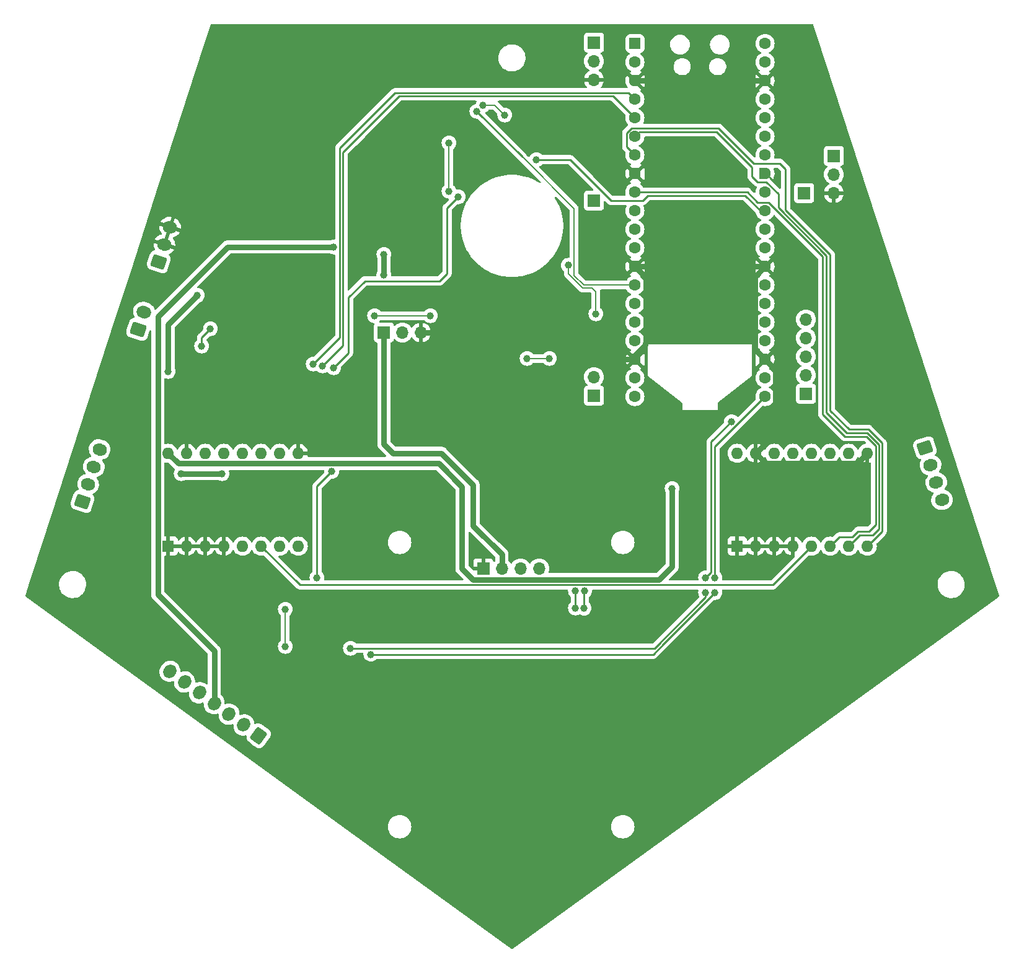
<source format=gbl>
G04 #@! TF.GenerationSoftware,KiCad,Pcbnew,7.0.10-7.0.10~ubuntu23.10.1*
G04 #@! TF.CreationDate,2024-01-06T16:48:24+01:00*
G04 #@! TF.ProjectId,valiant-turtle-2,76616c69-616e-4742-9d74-7572746c652d,rev?*
G04 #@! TF.SameCoordinates,Original*
G04 #@! TF.FileFunction,Copper,L2,Bot*
G04 #@! TF.FilePolarity,Positive*
%FSLAX46Y46*%
G04 Gerber Fmt 4.6, Leading zero omitted, Abs format (unit mm)*
G04 Created by KiCad (PCBNEW 7.0.10-7.0.10~ubuntu23.10.1) date 2024-01-06 16:48:24*
%MOMM*%
%LPD*%
G01*
G04 APERTURE LIST*
G04 Aperture macros list*
%AMRoundRect*
0 Rectangle with rounded corners*
0 $1 Rounding radius*
0 $2 $3 $4 $5 $6 $7 $8 $9 X,Y pos of 4 corners*
0 Add a 4 corners polygon primitive as box body*
4,1,4,$2,$3,$4,$5,$6,$7,$8,$9,$2,$3,0*
0 Add four circle primitives for the rounded corners*
1,1,$1+$1,$2,$3*
1,1,$1+$1,$4,$5*
1,1,$1+$1,$6,$7*
1,1,$1+$1,$8,$9*
0 Add four rect primitives between the rounded corners*
20,1,$1+$1,$2,$3,$4,$5,0*
20,1,$1+$1,$4,$5,$6,$7,0*
20,1,$1+$1,$6,$7,$8,$9,0*
20,1,$1+$1,$8,$9,$2,$3,0*%
%AMHorizOval*
0 Thick line with rounded ends*
0 $1 width*
0 $2 $3 position (X,Y) of the first rounded end (center of the circle)*
0 $4 $5 position (X,Y) of the second rounded end (center of the circle)*
0 Add line between two ends*
20,1,$1,$2,$3,$4,$5,0*
0 Add two circle primitives to create the rounded ends*
1,1,$1,$2,$3*
1,1,$1,$4,$5*%
%AMFreePoly0*
4,1,28,0.605014,0.794986,0.644504,0.794986,0.724698,0.756366,0.780194,0.686777,0.800000,0.600000,0.800000,-0.600000,0.780194,-0.686777,0.724698,-0.756366,0.644504,-0.794986,0.605014,-0.794986,0.600000,-0.800000,0.000000,-0.800000,-0.178017,-0.779942,-0.347107,-0.720775,-0.498792,-0.625465,-0.625465,-0.498792,-0.720775,-0.347107,-0.779942,-0.178017,-0.800000,0.000000,-0.779942,0.178017,
-0.720775,0.347107,-0.625465,0.498792,-0.498792,0.625465,-0.347107,0.720775,-0.178017,0.779942,0.000000,0.800000,0.600000,0.800000,0.605014,0.794986,0.605014,0.794986,$1*%
%AMFreePoly1*
4,1,28,0.178017,0.779942,0.347107,0.720775,0.498792,0.625465,0.625465,0.498792,0.720775,0.347107,0.779942,0.178017,0.800000,0.000000,0.779942,-0.178017,0.720775,-0.347107,0.625465,-0.498792,0.498792,-0.625465,0.347107,-0.720775,0.178017,-0.779942,0.000000,-0.800000,-0.600000,-0.800000,-0.605014,-0.794986,-0.644504,-0.794986,-0.724698,-0.756366,-0.780194,-0.686777,-0.800000,-0.600000,
-0.800000,0.600000,-0.780194,0.686777,-0.724698,0.756366,-0.644504,0.794986,-0.605014,0.794986,-0.600000,0.800000,0.000000,0.800000,0.178017,0.779942,0.178017,0.779942,$1*%
G04 Aperture macros list end*
G04 #@! TA.AperFunction,ComponentPad*
%ADD10RoundRect,0.250000X0.527882X-0.802397X0.898703X0.338871X-0.527882X0.802397X-0.898703X-0.338871X0*%
G04 #@! TD*
G04 #@! TA.AperFunction,ComponentPad*
%ADD11HorizOval,1.700000X-0.142658X0.046353X0.142658X-0.046353X0*%
G04 #@! TD*
G04 #@! TA.AperFunction,ComponentPad*
%ADD12R,1.700000X1.700000*%
G04 #@! TD*
G04 #@! TA.AperFunction,ComponentPad*
%ADD13O,1.700000X1.700000*%
G04 #@! TD*
G04 #@! TA.AperFunction,ComponentPad*
%ADD14R,1.600000X1.600000*%
G04 #@! TD*
G04 #@! TA.AperFunction,ComponentPad*
%ADD15O,1.600000X1.600000*%
G04 #@! TD*
G04 #@! TA.AperFunction,ComponentPad*
%ADD16RoundRect,0.250000X0.911555X0.233866X-0.059266X0.939208X-0.911555X-0.233866X0.059266X-0.939208X0*%
G04 #@! TD*
G04 #@! TA.AperFunction,ComponentPad*
%ADD17HorizOval,1.700000X0.073473X0.101127X-0.073473X-0.101127X0*%
G04 #@! TD*
G04 #@! TA.AperFunction,ComponentPad*
%ADD18RoundRect,0.250000X0.504106X-0.794671X0.874926X0.346597X-0.504106X0.794671X-0.874926X-0.346597X0*%
G04 #@! TD*
G04 #@! TA.AperFunction,ComponentPad*
%ADD19HorizOval,1.700000X-0.118882X0.038627X0.118882X-0.038627X0*%
G04 #@! TD*
G04 #@! TA.AperFunction,ComponentPad*
%ADD20RoundRect,0.250000X-0.874926X0.346597X-0.504106X-0.794671X0.874926X-0.346597X0.504106X0.794671X0*%
G04 #@! TD*
G04 #@! TA.AperFunction,ComponentPad*
%ADD21HorizOval,1.700000X-0.118882X-0.038627X0.118882X0.038627X0*%
G04 #@! TD*
G04 #@! TA.AperFunction,ComponentPad*
%ADD22RoundRect,0.200000X-0.600000X-0.600000X0.600000X-0.600000X0.600000X0.600000X-0.600000X0.600000X0*%
G04 #@! TD*
G04 #@! TA.AperFunction,ComponentPad*
%ADD23C,1.600000*%
G04 #@! TD*
G04 #@! TA.AperFunction,ComponentPad*
%ADD24FreePoly0,0.000000*%
G04 #@! TD*
G04 #@! TA.AperFunction,ComponentPad*
%ADD25FreePoly1,0.000000*%
G04 #@! TD*
G04 #@! TA.AperFunction,ViaPad*
%ADD26C,1.000000*%
G04 #@! TD*
G04 #@! TA.AperFunction,ViaPad*
%ADD27C,0.800000*%
G04 #@! TD*
G04 #@! TA.AperFunction,Conductor*
%ADD28C,0.800000*%
G04 #@! TD*
G04 #@! TA.AperFunction,Conductor*
%ADD29C,0.250000*%
G04 #@! TD*
G04 #@! TA.AperFunction,Conductor*
%ADD30C,0.200000*%
G04 #@! TD*
G04 APERTURE END LIST*
D10*
X44947458Y-85435641D03*
D11*
X45720000Y-83058000D03*
D12*
X139954000Y-61722000D03*
D13*
X139954000Y-64262000D03*
X139954000Y-66802000D03*
D14*
X126746000Y-115062000D03*
D15*
X129286000Y-115062000D03*
X131826000Y-115062000D03*
X134366000Y-115062000D03*
X136906000Y-115062000D03*
X139446000Y-115062000D03*
X141986000Y-115062000D03*
X144526000Y-115062000D03*
X144526000Y-102362000D03*
X141986000Y-102362000D03*
X139446000Y-102362000D03*
X136906000Y-102362000D03*
X134366000Y-102362000D03*
X131826000Y-102362000D03*
X129286000Y-102362000D03*
X126746000Y-102362000D03*
D12*
X135890000Y-66802000D03*
X78486000Y-85852000D03*
D13*
X81026000Y-85852000D03*
X83566000Y-85852000D03*
D16*
X61385040Y-140977123D03*
D17*
X59362498Y-139507660D03*
X57339955Y-138038197D03*
X55317413Y-136568734D03*
X53294870Y-135099270D03*
X51272328Y-133629807D03*
X49249785Y-132160344D03*
D12*
X92075000Y-118110000D03*
D13*
X94615000Y-118110000D03*
X97155000Y-118110000D03*
X99695000Y-118110000D03*
D18*
X47752000Y-76200000D03*
D19*
X48524542Y-73822359D03*
X49297085Y-71444717D03*
D20*
X152400000Y-101600000D03*
D21*
X153172542Y-103977641D03*
X153945085Y-106355283D03*
X154717627Y-108732924D03*
D12*
X136144000Y-94234000D03*
D13*
X136144000Y-91694000D03*
X136144000Y-89154000D03*
X136144000Y-86614000D03*
X136144000Y-84074000D03*
D22*
X112776000Y-46355000D03*
D23*
X112776000Y-48895000D03*
D24*
X112776000Y-51435000D03*
D23*
X112776000Y-53975000D03*
X112776000Y-56515000D03*
X112776000Y-59055000D03*
X112776000Y-61595000D03*
D24*
X112776000Y-64135000D03*
D23*
X112776000Y-66675000D03*
X112776000Y-69215000D03*
X112776000Y-71755000D03*
X112776000Y-74295000D03*
D24*
X112776000Y-76835000D03*
D23*
X112776000Y-79375000D03*
X112776000Y-81915000D03*
X112776000Y-84455000D03*
X112776000Y-86995000D03*
D24*
X112776000Y-89535000D03*
D23*
X112776000Y-92075000D03*
X112776000Y-94615000D03*
X130556000Y-94615000D03*
X130556000Y-92075000D03*
D25*
X130556000Y-89535000D03*
D23*
X130556000Y-86995000D03*
X130556000Y-84455000D03*
X130556000Y-81915000D03*
X130556000Y-79375000D03*
D25*
X130556000Y-76835000D03*
D23*
X130556000Y-74295000D03*
X130556000Y-71755000D03*
X130556000Y-69215000D03*
X130556000Y-66675000D03*
D25*
X130556000Y-64135000D03*
D23*
X130556000Y-61595000D03*
X130556000Y-59055000D03*
X130556000Y-56515000D03*
X130556000Y-53975000D03*
D25*
X130556000Y-51435000D03*
D23*
X130556000Y-48895000D03*
X130556000Y-46355000D03*
D12*
X107188000Y-46228000D03*
D13*
X107188000Y-48768000D03*
X107188000Y-51308000D03*
D12*
X107188000Y-67818000D03*
D14*
X49022000Y-115062000D03*
D15*
X51562000Y-115062000D03*
X54102000Y-115062000D03*
X56642000Y-115062000D03*
X59182000Y-115062000D03*
X61722000Y-115062000D03*
X64262000Y-115062000D03*
X66802000Y-115062000D03*
X66802000Y-102362000D03*
X64262000Y-102362000D03*
X61722000Y-102362000D03*
X59182000Y-102362000D03*
X56642000Y-102362000D03*
X54102000Y-102362000D03*
X51562000Y-102362000D03*
X49022000Y-102362000D03*
D18*
X37338000Y-108966000D03*
D19*
X38110542Y-106588359D03*
X38883085Y-104210717D03*
X39655627Y-101833076D03*
D12*
X107188000Y-94488000D03*
D13*
X107188000Y-91948000D03*
D26*
X83820000Y-75692000D03*
D27*
X136906000Y-52324000D03*
X108712000Y-89408000D03*
D26*
X117348000Y-76835000D03*
D27*
X52578000Y-131064000D03*
X109220000Y-76200000D03*
D26*
X76708000Y-62738000D03*
D27*
X133858000Y-84582000D03*
X77216000Y-108712000D03*
X109220000Y-80772000D03*
D26*
X71374000Y-64516000D03*
X67056000Y-64516000D03*
D27*
X101600000Y-64262000D03*
X91440000Y-61468000D03*
X91948000Y-50800000D03*
X135636000Y-106172000D03*
X61976000Y-133350000D03*
X133858000Y-90678000D03*
X104394000Y-87376000D03*
D26*
X78740000Y-69342000D03*
D27*
X58166000Y-130810000D03*
D26*
X68834000Y-90170000D03*
X70104000Y-90424000D03*
X56388000Y-105156000D03*
X50800000Y-105156000D03*
X49022000Y-91186000D03*
X117856000Y-107188000D03*
X52996000Y-80772000D03*
X87376000Y-59944000D03*
X78486000Y-77978000D03*
X87376000Y-66548000D03*
X78486000Y-75184000D03*
X71628000Y-74168000D03*
X94996000Y-56134000D03*
X92034530Y-54777470D03*
X107442000Y-83312000D03*
X103683636Y-76656364D03*
X91186000Y-55626000D03*
X77216000Y-83566000D03*
X84836000Y-83566000D03*
X98044000Y-89408000D03*
X101092000Y-89408000D03*
X76708000Y-129857000D03*
X123698000Y-121412000D03*
X123698000Y-119380000D03*
X122428000Y-119380000D03*
X122428000Y-121412000D03*
X73914000Y-129032000D03*
X125972136Y-98032136D03*
X88646000Y-67310000D03*
X99314000Y-62230000D03*
X71374000Y-104862000D03*
X71628000Y-90678000D03*
X69342000Y-119380000D03*
X105847962Y-123537829D03*
X105918000Y-121184000D03*
X104648000Y-121184000D03*
X104648000Y-123528000D03*
X53594000Y-87714000D03*
X54796000Y-85344000D03*
X65024000Y-123698000D03*
X65024000Y-128778000D03*
D28*
X114300000Y-78359000D02*
X112776000Y-76835000D01*
X83566000Y-85852000D02*
X107696000Y-85852000D01*
X112776000Y-89535000D02*
X112776000Y-88974899D01*
X129166000Y-87319314D02*
X129156000Y-87309314D01*
X67056000Y-64516000D02*
X71374000Y-64516000D01*
X114300000Y-87185314D02*
X114300000Y-78359000D01*
X117348000Y-76835000D02*
X130556000Y-76835000D01*
X129166000Y-88145000D02*
X129166000Y-87319314D01*
X78740000Y-69342000D02*
X78740000Y-64770000D01*
X131956000Y-90935000D02*
X130556000Y-89535000D01*
X130556000Y-51435000D02*
X112776000Y-51435000D01*
X78740000Y-64770000D02*
X76708000Y-62738000D01*
X130556000Y-89535000D02*
X129166000Y-88145000D01*
X129156000Y-87309314D02*
X129156000Y-78235000D01*
X106426000Y-89408000D02*
X104394000Y-87376000D01*
X114166000Y-87584899D02*
X114166000Y-87319314D01*
X130686000Y-103762000D02*
X129286000Y-102362000D01*
X83820000Y-75692000D02*
X83820000Y-74422000D01*
X129286000Y-102362000D02*
X131956000Y-99692000D01*
X112776000Y-88974899D02*
X114166000Y-87584899D01*
X144526000Y-102362000D02*
X143126000Y-103762000D01*
X83820000Y-74422000D02*
X78740000Y-69342000D01*
X131956000Y-99692000D02*
X131956000Y-90935000D01*
X108712000Y-89408000D02*
X106426000Y-89408000D01*
X112776000Y-76835000D02*
X117348000Y-76835000D01*
X129156000Y-78235000D02*
X130556000Y-76835000D01*
X114166000Y-87319314D02*
X114300000Y-87185314D01*
X107696000Y-85852000D02*
X111379000Y-89535000D01*
X143126000Y-103762000D02*
X130686000Y-103762000D01*
X117348000Y-76835000D02*
X117983000Y-76835000D01*
X111379000Y-89535000D02*
X112776000Y-89535000D01*
D29*
X67019000Y-120359000D02*
X131609000Y-120359000D01*
X131609000Y-120359000D02*
X136906000Y-115062000D01*
X138430000Y-75498009D02*
X131021991Y-68090000D01*
X129540000Y-68090000D02*
X128125000Y-66675000D01*
X144780000Y-113030000D02*
X145651000Y-112159000D01*
X139446000Y-115062000D02*
X140716000Y-113792000D01*
X144381000Y-100076000D02*
X141478000Y-100076000D01*
X145651000Y-101346000D02*
X144381000Y-100076000D01*
X131021991Y-68090000D02*
X129540000Y-68090000D01*
X143256000Y-113030000D02*
X144780000Y-113030000D01*
X140716000Y-113792000D02*
X142494000Y-113792000D01*
X128125000Y-66675000D02*
X112776000Y-66675000D01*
X145651000Y-112159000D02*
X145651000Y-101346000D01*
X61722000Y-115062000D02*
X67019000Y-120359000D01*
X141478000Y-100076000D02*
X138430000Y-97028000D01*
X142494000Y-113792000D02*
X143256000Y-113030000D01*
X138430000Y-97028000D02*
X138430000Y-75498009D01*
X72453000Y-86551000D02*
X68834000Y-90170000D01*
X80010000Y-53086000D02*
X72453000Y-60643000D01*
X112776000Y-53975000D02*
X111887000Y-53086000D01*
X72453000Y-60643000D02*
X72453000Y-86551000D01*
X111887000Y-53086000D02*
X80010000Y-53086000D01*
X72903000Y-87625000D02*
X72903000Y-61214000D01*
X72903000Y-61214000D02*
X75505802Y-58611198D01*
X70104000Y-90424000D02*
X72903000Y-87625000D01*
X109797000Y-53536000D02*
X112776000Y-56515000D01*
X75505802Y-58606198D02*
X80576000Y-53536000D01*
X75505802Y-58611198D02*
X75505802Y-58606198D01*
X80576000Y-53536000D02*
X109797000Y-53536000D01*
D28*
X56388000Y-105156000D02*
X50800000Y-105156000D01*
X89154000Y-106934000D02*
X89154000Y-118089000D01*
X85982000Y-103762000D02*
X89154000Y-106934000D01*
X89154000Y-118089000D02*
X90699000Y-119634000D01*
X49022000Y-102362000D02*
X50422000Y-103762000D01*
X49022000Y-84746000D02*
X52996000Y-80772000D01*
X116078000Y-119634000D02*
X117856000Y-117856000D01*
X117856000Y-117856000D02*
X117856000Y-107188000D01*
X50422000Y-103762000D02*
X85982000Y-103762000D01*
X49022000Y-91186000D02*
X49022000Y-84746000D01*
X90699000Y-119634000D02*
X116078000Y-119634000D01*
D29*
X146101000Y-112725000D02*
X145288000Y-113538000D01*
X132368193Y-68799806D02*
X138938000Y-75369613D01*
X128778000Y-63246000D02*
X128778000Y-64503062D01*
X129540000Y-65265062D02*
X130737053Y-65265062D01*
X130737053Y-65265062D02*
X132368193Y-66896203D01*
X123952000Y-58420000D02*
X128778000Y-63246000D01*
X113411000Y-58420000D02*
X123952000Y-58420000D01*
X145288000Y-113538000D02*
X143510000Y-113538000D01*
X146101000Y-101159604D02*
X146101000Y-112725000D01*
X143510000Y-113538000D02*
X141986000Y-115062000D01*
X144509396Y-99568000D02*
X146101000Y-101159604D01*
X138938000Y-75369613D02*
X138938000Y-96774000D01*
X112776000Y-59055000D02*
X113411000Y-58420000D01*
X138938000Y-96774000D02*
X141732000Y-99568000D01*
X128778000Y-64503062D02*
X129540000Y-65265062D01*
X132368193Y-66896203D02*
X132368193Y-68799806D01*
X141732000Y-99568000D02*
X144509396Y-99568000D01*
X146558000Y-100980208D02*
X146558000Y-113030000D01*
X129032000Y-62738000D02*
X132588000Y-62738000D01*
X139446000Y-75184000D02*
X139446000Y-96520000D01*
X144695792Y-99118000D02*
X146558000Y-100980208D01*
X111651000Y-60470000D02*
X111651000Y-58589009D01*
X133800783Y-69596000D02*
X133858000Y-69596000D01*
X142044000Y-99118000D02*
X144695792Y-99118000D01*
X133350000Y-69145217D02*
X133800783Y-69596000D01*
X132588000Y-62738000D02*
X133350000Y-63500000D01*
X146558000Y-113030000D02*
X144526000Y-115062000D01*
X124224000Y-57930000D02*
X129032000Y-62738000D01*
X112310009Y-57930000D02*
X124224000Y-57930000D01*
X133858000Y-69596000D02*
X139446000Y-75184000D01*
X133350000Y-63500000D02*
X133350000Y-69145217D01*
X112776000Y-61595000D02*
X111651000Y-60470000D01*
X111651000Y-58589009D02*
X112310009Y-57930000D01*
X139446000Y-96520000D02*
X142044000Y-99118000D01*
D28*
X90678000Y-112268000D02*
X90678000Y-106680000D01*
X78486000Y-85852000D02*
X78486000Y-101092000D01*
X94615000Y-116205000D02*
X94615000Y-118110000D01*
D30*
X87376000Y-59944000D02*
X87376000Y-66548000D01*
D28*
X78486000Y-101092000D02*
X79756000Y-102362000D01*
X90678000Y-106680000D02*
X86360000Y-102362000D01*
X90678000Y-112268000D02*
X94615000Y-116205000D01*
X78486000Y-77978000D02*
X78486000Y-75184000D01*
X86360000Y-102362000D02*
X79756000Y-102362000D01*
X55317413Y-129374834D02*
X55317413Y-136568734D01*
X47608337Y-121665759D02*
X55317413Y-129374834D01*
X47608337Y-83709663D02*
X47608337Y-121665759D01*
X57150000Y-74168000D02*
X47608337Y-83709663D01*
X71628000Y-74168000D02*
X57150000Y-74168000D01*
D30*
X93639470Y-54777470D02*
X94996000Y-56134000D01*
X105625314Y-79775000D02*
X103683636Y-77833322D01*
X92034530Y-54777470D02*
X93639470Y-54777470D01*
X103683636Y-77833322D02*
X103683636Y-76656364D01*
X107442000Y-80264000D02*
X106953000Y-79775000D01*
X107442000Y-83312000D02*
X107442000Y-80264000D01*
X106953000Y-79775000D02*
X105625314Y-79775000D01*
X112776000Y-79375000D02*
X105791000Y-79375000D01*
D29*
X91186000Y-55626000D02*
X97409000Y-61849000D01*
D30*
X105791000Y-79375000D02*
X104483636Y-78067636D01*
X104483636Y-68923636D02*
X97409000Y-61849000D01*
X104483636Y-78067636D02*
X104483636Y-68923636D01*
X77216000Y-83566000D02*
X84836000Y-83566000D01*
X98044000Y-89408000D02*
X101092000Y-89408000D01*
D29*
X123698000Y-119380000D02*
X123698000Y-101473000D01*
X116713000Y-128397000D02*
X123698000Y-121412000D01*
X115253000Y-129857000D02*
X116713000Y-128397000D01*
X123698000Y-101473000D02*
X130556000Y-94615000D01*
X76708000Y-129857000D02*
X115253000Y-129857000D01*
X122428000Y-122045604D02*
X115441604Y-129032000D01*
X123190000Y-118618000D02*
X123190000Y-100814272D01*
X122428000Y-119380000D02*
X123190000Y-118618000D01*
X122428000Y-121412000D02*
X122428000Y-122045604D01*
X115441604Y-129032000D02*
X73914000Y-129032000D01*
X123190000Y-100814272D02*
X125972136Y-98032136D01*
X99314000Y-62230000D02*
X103950000Y-62230000D01*
X114554000Y-67125000D02*
X127831000Y-67125000D01*
X73660000Y-81026000D02*
X75883000Y-78803000D01*
X109520000Y-67800000D02*
X113879000Y-67800000D01*
X103950000Y-62230000D02*
X109520000Y-67800000D01*
X87122000Y-77787000D02*
X86106000Y-78803000D01*
X73660000Y-88646000D02*
X73660000Y-81026000D01*
X75883000Y-78803000D02*
X86106000Y-78803000D01*
X71628000Y-90678000D02*
X73660000Y-88646000D01*
X69342000Y-106894000D02*
X71374000Y-104862000D01*
X69342000Y-119380000D02*
X69342000Y-106894000D01*
X88646000Y-67310000D02*
X87122000Y-68834000D01*
X129921000Y-69215000D02*
X130556000Y-69215000D01*
X87122000Y-68834000D02*
X87122000Y-77787000D01*
X127831000Y-67125000D02*
X129921000Y-69215000D01*
X113879000Y-67800000D02*
X114554000Y-67125000D01*
X105847962Y-121254038D02*
X105918000Y-121184000D01*
X105847962Y-123537829D02*
X105847962Y-121254038D01*
X104648000Y-121184000D02*
X104648000Y-123528000D01*
X53594000Y-86546000D02*
X54796000Y-85344000D01*
X53594000Y-87714000D02*
X53594000Y-86546000D01*
D30*
X65024000Y-128778000D02*
X65024000Y-123698000D01*
G04 #@! TA.AperFunction,Conductor*
G36*
X48664918Y-103612697D02*
G01*
X48795308Y-103647635D01*
X49012074Y-103666599D01*
X49077142Y-103692051D01*
X49088947Y-103702446D01*
X49728235Y-104341734D01*
X49740872Y-104356529D01*
X49749113Y-104367872D01*
X49799515Y-104413254D01*
X49804207Y-104417706D01*
X49818620Y-104432119D01*
X49834441Y-104444931D01*
X49839376Y-104449146D01*
X49889781Y-104494531D01*
X49895041Y-104498352D01*
X49893353Y-104500674D01*
X49932911Y-104542185D01*
X49946114Y-104610796D01*
X49932038Y-104657426D01*
X49890580Y-104734989D01*
X49871186Y-104771273D01*
X49842581Y-104865570D01*
X49813975Y-104959870D01*
X49794659Y-105156000D01*
X49813975Y-105352129D01*
X49871188Y-105540733D01*
X49964086Y-105714532D01*
X49964090Y-105714539D01*
X50089116Y-105866883D01*
X50241460Y-105991909D01*
X50241467Y-105991913D01*
X50415266Y-106084811D01*
X50415269Y-106084811D01*
X50415273Y-106084814D01*
X50603868Y-106142024D01*
X50800000Y-106161341D01*
X50996132Y-106142024D01*
X51184727Y-106084814D01*
X51210306Y-106071141D01*
X51268759Y-106056500D01*
X55919241Y-106056500D01*
X55977693Y-106071141D01*
X56003273Y-106084814D01*
X56191868Y-106142024D01*
X56388000Y-106161341D01*
X56584132Y-106142024D01*
X56772727Y-106084814D01*
X56798306Y-106071142D01*
X56946532Y-105991913D01*
X56946538Y-105991910D01*
X57098883Y-105866883D01*
X57223910Y-105714538D01*
X57305270Y-105562324D01*
X57316811Y-105540733D01*
X57316811Y-105540732D01*
X57316814Y-105540727D01*
X57374024Y-105352132D01*
X57393341Y-105156000D01*
X57374024Y-104959868D01*
X57332351Y-104822494D01*
X57331729Y-104752629D01*
X57368977Y-104693516D01*
X57432271Y-104663925D01*
X57451013Y-104662500D01*
X70251495Y-104662500D01*
X70318534Y-104682185D01*
X70364289Y-104734989D01*
X70374897Y-104798653D01*
X70372550Y-104822495D01*
X70368659Y-104862000D01*
X70368659Y-104862002D01*
X70373736Y-104913562D01*
X70360716Y-104982207D01*
X70338014Y-105013394D01*
X68958208Y-106393199D01*
X68945951Y-106403020D01*
X68946134Y-106403241D01*
X68940122Y-106408214D01*
X68894098Y-106457223D01*
X68891391Y-106460016D01*
X68871889Y-106479517D01*
X68871875Y-106479534D01*
X68869407Y-106482715D01*
X68861843Y-106491570D01*
X68831937Y-106523418D01*
X68831936Y-106523420D01*
X68822284Y-106540976D01*
X68811610Y-106557226D01*
X68799329Y-106573061D01*
X68799324Y-106573068D01*
X68781975Y-106613158D01*
X68776838Y-106623644D01*
X68755803Y-106661906D01*
X68750822Y-106681307D01*
X68744521Y-106699710D01*
X68736562Y-106718102D01*
X68736561Y-106718105D01*
X68729728Y-106761243D01*
X68727360Y-106772674D01*
X68716501Y-106814971D01*
X68716500Y-106814982D01*
X68716500Y-106835016D01*
X68714973Y-106854415D01*
X68711840Y-106874194D01*
X68711840Y-106874195D01*
X68715950Y-106917674D01*
X68716500Y-106929343D01*
X68716500Y-118540397D01*
X68696815Y-118607436D01*
X68671166Y-118636249D01*
X68631114Y-118669118D01*
X68506090Y-118821460D01*
X68506086Y-118821467D01*
X68413188Y-118995266D01*
X68355975Y-119183870D01*
X68336659Y-119380000D01*
X68355976Y-119576136D01*
X68357164Y-119582107D01*
X68355261Y-119582485D01*
X68355799Y-119643382D01*
X68318545Y-119702492D01*
X68255249Y-119732077D01*
X68236518Y-119733500D01*
X67329453Y-119733500D01*
X67262414Y-119713815D01*
X67241772Y-119697181D01*
X64119409Y-116574818D01*
X64085924Y-116513495D01*
X64090908Y-116443803D01*
X64132780Y-116387870D01*
X64198244Y-116363453D01*
X64217890Y-116363608D01*
X64262000Y-116367468D01*
X64262000Y-116367467D01*
X64262001Y-116367468D01*
X64262002Y-116367468D01*
X64324511Y-116361999D01*
X64488692Y-116347635D01*
X64708496Y-116288739D01*
X64914734Y-116192568D01*
X65101139Y-116062047D01*
X65262047Y-115901139D01*
X65392568Y-115714734D01*
X65419618Y-115656724D01*
X65465790Y-115604285D01*
X65532983Y-115585133D01*
X65599865Y-115605348D01*
X65644382Y-115656725D01*
X65671429Y-115714728D01*
X65671432Y-115714734D01*
X65801954Y-115901141D01*
X65962858Y-116062045D01*
X66009693Y-116094839D01*
X66149266Y-116192568D01*
X66355504Y-116288739D01*
X66575308Y-116347635D01*
X66732780Y-116361412D01*
X66801998Y-116367468D01*
X66802000Y-116367468D01*
X66802002Y-116367468D01*
X66864511Y-116361999D01*
X67028692Y-116347635D01*
X67248496Y-116288739D01*
X67454734Y-116192568D01*
X67641139Y-116062047D01*
X67802047Y-115901139D01*
X67932568Y-115714734D01*
X68028739Y-115508496D01*
X68087635Y-115288692D01*
X68107468Y-115062000D01*
X68087635Y-114835308D01*
X68028739Y-114615504D01*
X67932568Y-114409266D01*
X67802047Y-114222861D01*
X67802045Y-114222858D01*
X67641141Y-114061954D01*
X67454734Y-113931432D01*
X67454732Y-113931431D01*
X67248497Y-113835261D01*
X67248488Y-113835258D01*
X67028697Y-113776366D01*
X67028693Y-113776365D01*
X67028692Y-113776365D01*
X67028691Y-113776364D01*
X67028686Y-113776364D01*
X66802002Y-113756532D01*
X66801998Y-113756532D01*
X66575313Y-113776364D01*
X66575302Y-113776366D01*
X66355511Y-113835258D01*
X66355502Y-113835261D01*
X66149267Y-113931431D01*
X66149265Y-113931432D01*
X65962858Y-114061954D01*
X65801954Y-114222858D01*
X65671432Y-114409265D01*
X65671431Y-114409267D01*
X65644382Y-114467275D01*
X65598209Y-114519714D01*
X65531016Y-114538866D01*
X65464135Y-114518650D01*
X65419618Y-114467275D01*
X65392686Y-114409520D01*
X65392568Y-114409266D01*
X65262047Y-114222861D01*
X65262045Y-114222858D01*
X65101141Y-114061954D01*
X64914734Y-113931432D01*
X64914732Y-113931431D01*
X64708497Y-113835261D01*
X64708488Y-113835258D01*
X64488697Y-113776366D01*
X64488693Y-113776365D01*
X64488692Y-113776365D01*
X64488691Y-113776364D01*
X64488686Y-113776364D01*
X64262002Y-113756532D01*
X64261998Y-113756532D01*
X64035313Y-113776364D01*
X64035302Y-113776366D01*
X63815511Y-113835258D01*
X63815502Y-113835261D01*
X63609267Y-113931431D01*
X63609265Y-113931432D01*
X63422858Y-114061954D01*
X63261954Y-114222858D01*
X63131432Y-114409265D01*
X63131431Y-114409267D01*
X63104382Y-114467275D01*
X63058209Y-114519714D01*
X62991016Y-114538866D01*
X62924135Y-114518650D01*
X62879618Y-114467275D01*
X62852686Y-114409520D01*
X62852568Y-114409266D01*
X62722047Y-114222861D01*
X62722045Y-114222858D01*
X62561141Y-114061954D01*
X62374734Y-113931432D01*
X62374732Y-113931431D01*
X62168497Y-113835261D01*
X62168488Y-113835258D01*
X61948697Y-113776366D01*
X61948693Y-113776365D01*
X61948692Y-113776365D01*
X61948691Y-113776364D01*
X61948686Y-113776364D01*
X61722002Y-113756532D01*
X61721998Y-113756532D01*
X61495313Y-113776364D01*
X61495302Y-113776366D01*
X61275511Y-113835258D01*
X61275502Y-113835261D01*
X61069267Y-113931431D01*
X61069265Y-113931432D01*
X60882858Y-114061954D01*
X60721954Y-114222858D01*
X60591432Y-114409265D01*
X60591431Y-114409267D01*
X60564382Y-114467275D01*
X60518209Y-114519714D01*
X60451016Y-114538866D01*
X60384135Y-114518650D01*
X60339618Y-114467275D01*
X60312686Y-114409520D01*
X60312568Y-114409266D01*
X60182047Y-114222861D01*
X60182045Y-114222858D01*
X60021141Y-114061954D01*
X59834734Y-113931432D01*
X59834732Y-113931431D01*
X59628497Y-113835261D01*
X59628488Y-113835258D01*
X59408697Y-113776366D01*
X59408693Y-113776365D01*
X59408692Y-113776365D01*
X59408691Y-113776364D01*
X59408686Y-113776364D01*
X59182002Y-113756532D01*
X59181998Y-113756532D01*
X58955313Y-113776364D01*
X58955302Y-113776366D01*
X58735511Y-113835258D01*
X58735502Y-113835261D01*
X58529267Y-113931431D01*
X58529265Y-113931432D01*
X58342858Y-114061954D01*
X58181954Y-114222858D01*
X58051433Y-114409264D01*
X58051432Y-114409266D01*
X58051315Y-114409518D01*
X58024106Y-114467867D01*
X57977933Y-114520306D01*
X57910739Y-114539457D01*
X57843858Y-114519241D01*
X57799342Y-114467865D01*
X57772135Y-114409520D01*
X57772134Y-114409518D01*
X57641657Y-114223179D01*
X57480820Y-114062342D01*
X57294482Y-113931865D01*
X57088328Y-113835734D01*
X56892000Y-113783127D01*
X56892000Y-114746314D01*
X56880045Y-114734359D01*
X56767148Y-114676835D01*
X56673481Y-114662000D01*
X56610519Y-114662000D01*
X56516852Y-114676835D01*
X56403955Y-114734359D01*
X56392000Y-114746314D01*
X56392000Y-113783127D01*
X56195671Y-113835734D01*
X55989517Y-113931865D01*
X55803179Y-114062342D01*
X55642342Y-114223179D01*
X55511865Y-114409517D01*
X55484382Y-114468457D01*
X55438210Y-114520896D01*
X55371016Y-114540048D01*
X55304135Y-114519832D01*
X55259618Y-114468457D01*
X55232134Y-114409517D01*
X55101657Y-114223179D01*
X54940820Y-114062342D01*
X54754482Y-113931865D01*
X54548328Y-113835734D01*
X54352000Y-113783127D01*
X54352000Y-114746314D01*
X54340045Y-114734359D01*
X54227148Y-114676835D01*
X54133481Y-114662000D01*
X54070519Y-114662000D01*
X53976852Y-114676835D01*
X53863955Y-114734359D01*
X53852000Y-114746314D01*
X53852000Y-113783127D01*
X53655671Y-113835734D01*
X53449517Y-113931865D01*
X53263179Y-114062342D01*
X53102342Y-114223179D01*
X52971865Y-114409517D01*
X52944382Y-114468457D01*
X52898210Y-114520896D01*
X52831016Y-114540048D01*
X52764135Y-114519832D01*
X52719618Y-114468457D01*
X52692134Y-114409517D01*
X52561657Y-114223179D01*
X52400820Y-114062342D01*
X52214482Y-113931865D01*
X52008328Y-113835734D01*
X51812000Y-113783127D01*
X51812000Y-114746314D01*
X51800045Y-114734359D01*
X51687148Y-114676835D01*
X51593481Y-114662000D01*
X51530519Y-114662000D01*
X51436852Y-114676835D01*
X51323955Y-114734359D01*
X51312000Y-114746314D01*
X51312000Y-113783127D01*
X51115671Y-113835734D01*
X50909517Y-113931865D01*
X50723179Y-114062342D01*
X50562339Y-114223182D01*
X50544368Y-114248847D01*
X50489790Y-114292471D01*
X50420291Y-114299662D01*
X50357937Y-114268138D01*
X50322525Y-114207907D01*
X50319505Y-114190975D01*
X50315596Y-114154620D01*
X50265354Y-114019913D01*
X50265350Y-114019906D01*
X50179190Y-113904812D01*
X50179187Y-113904809D01*
X50064093Y-113818649D01*
X50064086Y-113818645D01*
X49929379Y-113768403D01*
X49929372Y-113768401D01*
X49869844Y-113762000D01*
X49272000Y-113762000D01*
X49272000Y-114746314D01*
X49260045Y-114734359D01*
X49147148Y-114676835D01*
X49053481Y-114662000D01*
X48990519Y-114662000D01*
X48896852Y-114676835D01*
X48783955Y-114734359D01*
X48772000Y-114746314D01*
X48772000Y-113762000D01*
X48632837Y-113762000D01*
X48565798Y-113742315D01*
X48520043Y-113689511D01*
X48508837Y-113638000D01*
X48508837Y-103732475D01*
X48528522Y-103665436D01*
X48581326Y-103619681D01*
X48650484Y-103609737D01*
X48664918Y-103612697D01*
G37*
G04 #@! TD.AperFunction*
G04 #@! TA.AperFunction,Conductor*
G36*
X85624678Y-104682185D02*
G01*
X85645320Y-104698819D01*
X88217181Y-107270680D01*
X88250666Y-107332003D01*
X88253500Y-107358361D01*
X88253500Y-118008373D01*
X88251973Y-118027772D01*
X88249781Y-118041611D01*
X88253330Y-118109335D01*
X88253500Y-118115824D01*
X88253500Y-118136188D01*
X88255628Y-118156448D01*
X88256136Y-118162909D01*
X88259686Y-118230643D01*
X88259688Y-118230653D01*
X88263315Y-118244189D01*
X88266860Y-118263314D01*
X88268325Y-118277249D01*
X88268326Y-118277256D01*
X88268328Y-118277262D01*
X88289282Y-118341755D01*
X88291125Y-118347976D01*
X88308679Y-118413486D01*
X88308684Y-118413498D01*
X88315043Y-118425978D01*
X88322488Y-118443949D01*
X88326820Y-118457282D01*
X88360726Y-118516009D01*
X88363822Y-118521712D01*
X88394616Y-118582147D01*
X88394620Y-118582153D01*
X88403438Y-118593043D01*
X88414454Y-118609070D01*
X88421465Y-118621213D01*
X88421470Y-118621220D01*
X88466855Y-118671627D01*
X88471063Y-118676554D01*
X88483883Y-118692383D01*
X88498275Y-118706775D01*
X88502743Y-118711483D01*
X88520016Y-118730666D01*
X88548129Y-118761888D01*
X88559468Y-118770126D01*
X88574265Y-118782764D01*
X89313320Y-119521819D01*
X89346805Y-119583142D01*
X89341821Y-119652834D01*
X89299949Y-119708767D01*
X89234485Y-119733184D01*
X89225639Y-119733500D01*
X70447482Y-119733500D01*
X70380443Y-119713815D01*
X70334688Y-119661011D01*
X70324744Y-119591853D01*
X70326906Y-119582120D01*
X70326836Y-119582107D01*
X70328023Y-119576136D01*
X70328023Y-119576134D01*
X70328024Y-119576132D01*
X70347341Y-119380000D01*
X70328024Y-119183868D01*
X70270814Y-118995273D01*
X70270811Y-118995269D01*
X70270811Y-118995266D01*
X70177913Y-118821467D01*
X70177909Y-118821460D01*
X70052885Y-118669118D01*
X70012834Y-118636249D01*
X69973500Y-118578503D01*
X69967500Y-118540397D01*
X69967500Y-114554000D01*
X79039551Y-114554000D01*
X79059317Y-114805151D01*
X79118126Y-115050110D01*
X79214533Y-115282859D01*
X79346160Y-115497653D01*
X79346161Y-115497656D01*
X79375592Y-115532115D01*
X79509776Y-115689224D01*
X79613690Y-115777975D01*
X79701343Y-115852838D01*
X79701346Y-115852839D01*
X79916140Y-115984466D01*
X80106604Y-116063358D01*
X80148889Y-116080873D01*
X80393852Y-116139683D01*
X80582118Y-116154500D01*
X80582126Y-116154500D01*
X80707874Y-116154500D01*
X80707882Y-116154500D01*
X80896148Y-116139683D01*
X81141111Y-116080873D01*
X81373859Y-115984466D01*
X81588659Y-115852836D01*
X81780224Y-115689224D01*
X81943836Y-115497659D01*
X82075466Y-115282859D01*
X82171873Y-115050111D01*
X82230683Y-114805148D01*
X82250449Y-114554000D01*
X82230683Y-114302852D01*
X82171873Y-114057889D01*
X82156140Y-114019906D01*
X82075466Y-113825140D01*
X81943839Y-113610346D01*
X81943838Y-113610343D01*
X81906875Y-113567066D01*
X81780224Y-113418776D01*
X81604414Y-113268620D01*
X81588656Y-113255161D01*
X81588653Y-113255160D01*
X81373859Y-113123533D01*
X81141110Y-113027126D01*
X80896151Y-112968317D01*
X80707887Y-112953500D01*
X80707882Y-112953500D01*
X80582118Y-112953500D01*
X80582112Y-112953500D01*
X80393848Y-112968317D01*
X80148889Y-113027126D01*
X79916140Y-113123533D01*
X79701346Y-113255160D01*
X79701343Y-113255161D01*
X79509776Y-113418776D01*
X79346161Y-113610343D01*
X79346160Y-113610346D01*
X79214533Y-113825140D01*
X79118126Y-114057889D01*
X79059317Y-114302848D01*
X79039551Y-114554000D01*
X69967500Y-114554000D01*
X69967500Y-107204452D01*
X69987185Y-107137413D01*
X70003819Y-107116771D01*
X70605198Y-106515392D01*
X71222607Y-105897982D01*
X71283928Y-105864499D01*
X71322437Y-105862262D01*
X71374000Y-105867341D01*
X71570132Y-105848024D01*
X71758727Y-105790814D01*
X71932538Y-105697910D01*
X72084883Y-105572883D01*
X72209910Y-105420538D01*
X72288657Y-105273213D01*
X72302811Y-105246733D01*
X72302811Y-105246732D01*
X72302814Y-105246727D01*
X72360024Y-105058132D01*
X72379341Y-104862000D01*
X72373102Y-104798653D01*
X72386121Y-104730008D01*
X72434186Y-104679298D01*
X72496505Y-104662500D01*
X85557639Y-104662500D01*
X85624678Y-104682185D01*
G37*
G04 #@! TD.AperFunction*
G04 #@! TA.AperFunction,Conductor*
G36*
X91089475Y-54181185D02*
G01*
X91135230Y-54233989D01*
X91145174Y-54303147D01*
X91131794Y-54343953D01*
X91105716Y-54392741D01*
X91054097Y-54562903D01*
X91015799Y-54621341D01*
X90971433Y-54645567D01*
X90801271Y-54697186D01*
X90627467Y-54790086D01*
X90627460Y-54790090D01*
X90475116Y-54915116D01*
X90350090Y-55067460D01*
X90350086Y-55067467D01*
X90257188Y-55241266D01*
X90199975Y-55429870D01*
X90180659Y-55626000D01*
X90199975Y-55822129D01*
X90257188Y-56010733D01*
X90350086Y-56184532D01*
X90350090Y-56184539D01*
X90475116Y-56336883D01*
X90627460Y-56461909D01*
X90627467Y-56461913D01*
X90801266Y-56554811D01*
X90801269Y-56554811D01*
X90801273Y-56554814D01*
X90989868Y-56612024D01*
X91186000Y-56631341D01*
X91237560Y-56626262D01*
X91306203Y-56639280D01*
X91337394Y-56661984D01*
X96994529Y-62319121D01*
X97088063Y-62391673D01*
X97088062Y-62391673D01*
X97091689Y-62393242D01*
X97130130Y-62419365D01*
X99909419Y-65198654D01*
X99942904Y-65259977D01*
X99937920Y-65329669D01*
X99896048Y-65385602D01*
X99830584Y-65410019D01*
X99762311Y-65395167D01*
X99748858Y-65386657D01*
X99741083Y-65381007D01*
X99737464Y-65378157D01*
X99733616Y-65376189D01*
X98970470Y-64956639D01*
X98966851Y-64954488D01*
X98963026Y-64953105D01*
X98153348Y-64632536D01*
X98149418Y-64630824D01*
X98145331Y-64629910D01*
X97301774Y-64413339D01*
X97297783Y-64412177D01*
X97293652Y-64411789D01*
X97293422Y-64411760D01*
X96968507Y-64370705D01*
X96430227Y-64302690D01*
X96425697Y-64301948D01*
X96421209Y-64302100D01*
X95550981Y-64302100D01*
X95546729Y-64301951D01*
X95542824Y-64302555D01*
X94678575Y-64411760D01*
X94674233Y-64412160D01*
X94670065Y-64413380D01*
X93826830Y-64629868D01*
X93822779Y-64630768D01*
X93819029Y-64632386D01*
X93009796Y-64952781D01*
X93005251Y-64954388D01*
X93001136Y-64956855D01*
X92238448Y-65376154D01*
X92234685Y-65378074D01*
X92231202Y-65380801D01*
X91527198Y-65892287D01*
X91523797Y-65894589D01*
X91521032Y-65897337D01*
X90885725Y-66493969D01*
X90882732Y-66496614D01*
X90880255Y-66499809D01*
X90325071Y-67170866D01*
X90322402Y-67173893D01*
X90320365Y-67177328D01*
X89853631Y-67912774D01*
X89851232Y-67916301D01*
X89849510Y-67920318D01*
X89478734Y-68708269D01*
X89476925Y-68711837D01*
X89475764Y-68715866D01*
X89206666Y-69544083D01*
X89205261Y-69547995D01*
X89204605Y-69552219D01*
X89041520Y-70407198D01*
X89040552Y-70411488D01*
X89040428Y-70415943D01*
X88985757Y-71284686D01*
X88985357Y-71288902D01*
X88985776Y-71293207D01*
X89040444Y-72161909D01*
X89040577Y-72166334D01*
X89041590Y-72170763D01*
X89204645Y-73025588D01*
X89205309Y-73029812D01*
X89206788Y-73033891D01*
X89475804Y-73861855D01*
X89476989Y-73865952D01*
X89478930Y-73869746D01*
X89849537Y-74657336D01*
X89851320Y-74661489D01*
X89853906Y-74665257D01*
X90320366Y-75400272D01*
X90322502Y-75403873D01*
X90325415Y-75407148D01*
X90340653Y-75425566D01*
X90880204Y-76077727D01*
X90882837Y-76081125D01*
X90886132Y-76084012D01*
X91520923Y-76680159D01*
X91523907Y-76683130D01*
X91527651Y-76685641D01*
X92230729Y-77196454D01*
X92231052Y-77196688D01*
X92234790Y-77199622D01*
X92238953Y-77201722D01*
X92951169Y-77593273D01*
X93000896Y-77620611D01*
X93005334Y-77623284D01*
X93010281Y-77625010D01*
X93262239Y-77724766D01*
X93818757Y-77945104D01*
X93822873Y-77946892D01*
X93827394Y-77947875D01*
X93991801Y-77990084D01*
X94669727Y-78164131D01*
X94674292Y-78165481D01*
X94679074Y-78165901D01*
X95541941Y-78274931D01*
X95546423Y-78275659D01*
X95550981Y-78275500D01*
X96421209Y-78275500D01*
X96426022Y-78275661D01*
X96431043Y-78274805D01*
X97293163Y-78165871D01*
X97297744Y-78165459D01*
X97302146Y-78164164D01*
X97326876Y-78157815D01*
X98144817Y-77947820D01*
X98149358Y-77946825D01*
X98153636Y-77944948D01*
X98962513Y-77624696D01*
X98966768Y-77623179D01*
X98970686Y-77620840D01*
X99733183Y-77201647D01*
X99737402Y-77199511D01*
X99741263Y-77196460D01*
X100444350Y-76685640D01*
X100448327Y-76682975D01*
X100451672Y-76679598D01*
X101085159Y-76084676D01*
X101089078Y-76081298D01*
X101092132Y-76077318D01*
X101646475Y-75407280D01*
X101649592Y-75403784D01*
X101651933Y-75399799D01*
X101654225Y-75396188D01*
X102117964Y-74665460D01*
X102120778Y-74661378D01*
X102122729Y-74656768D01*
X102492937Y-73870024D01*
X102495065Y-73865890D01*
X102496354Y-73861361D01*
X102765103Y-73034221D01*
X102766732Y-73029769D01*
X102767447Y-73025096D01*
X102930241Y-72171639D01*
X102931458Y-72166492D01*
X102931588Y-72161366D01*
X102986191Y-71293702D01*
X102986675Y-71288921D01*
X102986211Y-71284208D01*
X102983767Y-71245366D01*
X102931606Y-70416517D01*
X102931487Y-70411388D01*
X102930320Y-70406375D01*
X102767496Y-69552756D01*
X102766790Y-69548077D01*
X102765234Y-69543780D01*
X102496405Y-68716393D01*
X102495140Y-68711928D01*
X102493131Y-68707986D01*
X102122764Y-67920906D01*
X102120875Y-67916433D01*
X102118245Y-67912582D01*
X101842767Y-67478503D01*
X101823466Y-67411353D01*
X101843533Y-67344427D01*
X101896597Y-67298974D01*
X101965811Y-67289426D01*
X102029200Y-67318813D01*
X102035145Y-67324380D01*
X103846817Y-69136052D01*
X103880302Y-69197375D01*
X103883136Y-69223733D01*
X103883136Y-75533859D01*
X103863451Y-75600898D01*
X103810647Y-75646653D01*
X103746982Y-75657261D01*
X103683636Y-75651023D01*
X103487506Y-75670339D01*
X103298902Y-75727552D01*
X103125103Y-75820450D01*
X103125096Y-75820454D01*
X102972752Y-75945480D01*
X102847726Y-76097824D01*
X102847722Y-76097831D01*
X102754824Y-76271630D01*
X102697611Y-76460234D01*
X102678295Y-76656364D01*
X102697611Y-76852493D01*
X102754824Y-77041097D01*
X102847722Y-77214896D01*
X102847726Y-77214903D01*
X102972751Y-77367246D01*
X102974478Y-77368663D01*
X103037801Y-77420630D01*
X103077135Y-77478374D01*
X103083136Y-77516483D01*
X103083136Y-77785834D01*
X103082075Y-77802019D01*
X103077954Y-77833320D01*
X103077954Y-77833322D01*
X103083136Y-77872682D01*
X103083136Y-77872683D01*
X103098591Y-77990082D01*
X103098592Y-77990084D01*
X103148259Y-78109992D01*
X103159100Y-78136163D01*
X103246847Y-78250517D01*
X103255355Y-78261605D01*
X103280405Y-78280826D01*
X103292600Y-78291521D01*
X105167113Y-80166034D01*
X105177807Y-80178228D01*
X105197032Y-80203282D01*
X105321982Y-80299159D01*
X105322473Y-80299536D01*
X105468552Y-80360044D01*
X105546933Y-80370363D01*
X105625313Y-80380682D01*
X105625314Y-80380682D01*
X105656616Y-80376560D01*
X105672801Y-80375500D01*
X106652903Y-80375500D01*
X106719942Y-80395185D01*
X106740584Y-80411819D01*
X106805181Y-80476416D01*
X106838666Y-80537739D01*
X106841500Y-80564097D01*
X106841500Y-82451880D01*
X106821815Y-82518919D01*
X106796169Y-82547729D01*
X106731117Y-82601117D01*
X106731114Y-82601119D01*
X106731112Y-82601122D01*
X106606090Y-82753460D01*
X106606086Y-82753467D01*
X106513188Y-82927266D01*
X106455975Y-83115870D01*
X106436659Y-83312000D01*
X106455975Y-83508129D01*
X106513188Y-83696733D01*
X106606086Y-83870532D01*
X106606090Y-83870539D01*
X106731116Y-84022883D01*
X106883460Y-84147909D01*
X106883467Y-84147913D01*
X107057266Y-84240811D01*
X107057269Y-84240811D01*
X107057273Y-84240814D01*
X107245868Y-84298024D01*
X107442000Y-84317341D01*
X107638132Y-84298024D01*
X107826727Y-84240814D01*
X107850136Y-84228302D01*
X107928931Y-84186185D01*
X108000538Y-84147910D01*
X108152883Y-84022883D01*
X108277910Y-83870538D01*
X108370814Y-83696727D01*
X108428024Y-83508132D01*
X108447341Y-83312000D01*
X108428024Y-83115868D01*
X108370814Y-82927273D01*
X108370811Y-82927269D01*
X108370811Y-82927266D01*
X108277913Y-82753467D01*
X108277909Y-82753460D01*
X108152887Y-82601122D01*
X108152883Y-82601117D01*
X108087832Y-82547730D01*
X108048500Y-82489987D01*
X108042500Y-82451880D01*
X108042500Y-80311487D01*
X108043561Y-80295301D01*
X108047682Y-80263999D01*
X108047682Y-80263998D01*
X108028156Y-80115685D01*
X108038922Y-80046650D01*
X108085302Y-79994394D01*
X108151095Y-79975500D01*
X111544308Y-79975500D01*
X111611347Y-79995185D01*
X111645880Y-80028374D01*
X111731480Y-80150624D01*
X111775954Y-80214141D01*
X111936858Y-80375045D01*
X111936861Y-80375047D01*
X112123266Y-80505568D01*
X112138636Y-80512735D01*
X112181275Y-80532618D01*
X112233714Y-80578791D01*
X112252866Y-80645984D01*
X112232650Y-80712865D01*
X112181275Y-80757382D01*
X112123267Y-80784431D01*
X112123265Y-80784432D01*
X111936858Y-80914954D01*
X111775954Y-81075858D01*
X111645432Y-81262265D01*
X111645431Y-81262267D01*
X111549261Y-81468502D01*
X111549258Y-81468511D01*
X111490366Y-81688302D01*
X111490364Y-81688313D01*
X111470532Y-81914998D01*
X111470532Y-81915001D01*
X111490364Y-82141686D01*
X111490366Y-82141697D01*
X111549258Y-82361488D01*
X111549261Y-82361497D01*
X111645431Y-82567732D01*
X111645432Y-82567734D01*
X111775954Y-82754141D01*
X111936858Y-82915045D01*
X111936861Y-82915047D01*
X112123266Y-83045568D01*
X112151979Y-83058957D01*
X112181275Y-83072618D01*
X112233714Y-83118791D01*
X112252866Y-83185984D01*
X112232650Y-83252865D01*
X112181275Y-83297382D01*
X112123267Y-83324431D01*
X112123265Y-83324432D01*
X111936858Y-83454954D01*
X111775954Y-83615858D01*
X111645432Y-83802265D01*
X111645431Y-83802267D01*
X111549261Y-84008502D01*
X111549258Y-84008511D01*
X111490366Y-84228302D01*
X111490364Y-84228313D01*
X111470532Y-84454998D01*
X111470532Y-84455001D01*
X111490364Y-84681686D01*
X111490366Y-84681697D01*
X111549258Y-84901488D01*
X111549261Y-84901497D01*
X111633749Y-85082680D01*
X111645432Y-85107734D01*
X111692126Y-85174420D01*
X111775954Y-85294141D01*
X111936858Y-85455045D01*
X111983693Y-85487839D01*
X112123266Y-85585568D01*
X112181275Y-85612618D01*
X112233714Y-85658791D01*
X112252866Y-85725984D01*
X112232650Y-85792865D01*
X112181275Y-85837382D01*
X112123267Y-85864431D01*
X112123265Y-85864432D01*
X111936858Y-85994954D01*
X111775954Y-86155858D01*
X111645432Y-86342265D01*
X111645431Y-86342267D01*
X111549261Y-86548502D01*
X111549258Y-86548511D01*
X111490366Y-86768302D01*
X111490364Y-86768313D01*
X111470532Y-86994998D01*
X111470532Y-86995001D01*
X111490364Y-87221686D01*
X111490366Y-87221697D01*
X111549258Y-87441488D01*
X111549261Y-87441497D01*
X111645431Y-87647732D01*
X111645432Y-87647734D01*
X111775954Y-87834141D01*
X111936858Y-87995045D01*
X112081307Y-88096188D01*
X112123266Y-88125568D01*
X112174231Y-88149333D01*
X112226666Y-88195502D01*
X112245819Y-88262695D01*
X112225604Y-88329577D01*
X112175629Y-88373431D01*
X112157949Y-88381945D01*
X112046517Y-88451963D01*
X112643467Y-89048913D01*
X112633685Y-89050320D01*
X112502900Y-89110048D01*
X112394239Y-89204202D01*
X112316507Y-89325156D01*
X112292923Y-89405476D01*
X111692963Y-88805516D01*
X111692962Y-88805516D01*
X111622949Y-88916943D01*
X111622948Y-88916944D01*
X111573868Y-89018859D01*
X111514327Y-89189020D01*
X111514325Y-89189026D01*
X111489157Y-89299294D01*
X111489155Y-89299310D01*
X111468972Y-89478436D01*
X111468972Y-89591563D01*
X111489155Y-89770689D01*
X111489157Y-89770705D01*
X111514325Y-89880973D01*
X111514327Y-89880979D01*
X111573868Y-90051140D01*
X111622946Y-90153051D01*
X111692963Y-90264483D01*
X112292923Y-89664523D01*
X112316507Y-89744844D01*
X112394239Y-89865798D01*
X112502900Y-89959952D01*
X112633685Y-90019680D01*
X112643466Y-90021086D01*
X112046517Y-90618035D01*
X112157937Y-90688046D01*
X112157941Y-90688049D01*
X112175625Y-90696565D01*
X112227484Y-90743387D01*
X112245797Y-90810814D01*
X112224749Y-90877438D01*
X112174230Y-90920666D01*
X112123268Y-90944430D01*
X112123265Y-90944432D01*
X111936858Y-91074954D01*
X111775954Y-91235858D01*
X111645432Y-91422265D01*
X111645431Y-91422267D01*
X111549261Y-91628502D01*
X111549258Y-91628511D01*
X111490366Y-91848302D01*
X111490364Y-91848313D01*
X111470532Y-92074998D01*
X111470532Y-92075001D01*
X111490364Y-92301686D01*
X111490366Y-92301697D01*
X111549258Y-92521488D01*
X111549261Y-92521497D01*
X111645431Y-92727732D01*
X111645432Y-92727734D01*
X111775954Y-92914141D01*
X111936858Y-93075045D01*
X111936861Y-93075047D01*
X112123266Y-93205568D01*
X112181275Y-93232618D01*
X112233714Y-93278791D01*
X112252866Y-93345984D01*
X112232650Y-93412865D01*
X112181275Y-93457382D01*
X112123267Y-93484431D01*
X112123265Y-93484432D01*
X111936858Y-93614954D01*
X111775954Y-93775858D01*
X111645432Y-93962265D01*
X111645431Y-93962267D01*
X111549261Y-94168502D01*
X111549258Y-94168511D01*
X111490366Y-94388302D01*
X111490364Y-94388313D01*
X111470532Y-94614998D01*
X111470532Y-94615001D01*
X111490364Y-94841686D01*
X111490366Y-94841697D01*
X111549258Y-95061488D01*
X111549261Y-95061497D01*
X111645431Y-95267732D01*
X111645432Y-95267734D01*
X111775954Y-95454141D01*
X111936858Y-95615045D01*
X111936861Y-95615047D01*
X112123266Y-95745568D01*
X112329504Y-95841739D01*
X112549308Y-95900635D01*
X112706780Y-95914412D01*
X112775998Y-95920468D01*
X112776000Y-95920468D01*
X112776002Y-95920468D01*
X112845220Y-95914412D01*
X113002692Y-95900635D01*
X113222496Y-95841739D01*
X113428734Y-95745568D01*
X113615139Y-95615047D01*
X113776047Y-95454139D01*
X113906568Y-95267734D01*
X114002739Y-95061496D01*
X114061635Y-94841692D01*
X114081468Y-94615000D01*
X114061635Y-94388308D01*
X114002739Y-94168504D01*
X113906568Y-93962266D01*
X113776047Y-93775861D01*
X113776045Y-93775858D01*
X113615141Y-93614954D01*
X113428734Y-93484432D01*
X113428728Y-93484429D01*
X113370725Y-93457382D01*
X113318285Y-93411210D01*
X113299133Y-93344017D01*
X113319348Y-93277135D01*
X113370725Y-93232618D01*
X113428734Y-93205568D01*
X113615139Y-93075047D01*
X113776047Y-92914139D01*
X113906568Y-92727734D01*
X114002739Y-92521496D01*
X114061635Y-92301692D01*
X114081468Y-92075000D01*
X114076823Y-92021913D01*
X114068730Y-91929403D01*
X114061635Y-91848308D01*
X114002739Y-91628504D01*
X113906568Y-91422266D01*
X113776047Y-91235861D01*
X113776045Y-91235858D01*
X113615142Y-91074955D01*
X113597678Y-91062727D01*
X113548635Y-91028386D01*
X113505010Y-90973811D01*
X113497816Y-90904313D01*
X113529338Y-90841958D01*
X113582404Y-90808572D01*
X113640822Y-90790116D01*
X113665619Y-90778173D01*
X112908534Y-90021086D01*
X112918315Y-90019680D01*
X113049100Y-89959952D01*
X113157761Y-89865798D01*
X113235493Y-89744844D01*
X113259076Y-89664524D01*
X114019318Y-90424766D01*
X114019318Y-90424765D01*
X114053301Y-90336417D01*
X114053303Y-90336411D01*
X114073619Y-90247405D01*
X114085339Y-90165894D01*
X114085339Y-90165893D01*
X114081555Y-90119621D01*
X114081142Y-90109514D01*
X114081142Y-89615261D01*
X114081922Y-89601374D01*
X114083028Y-89591560D01*
X114083028Y-89478439D01*
X114081922Y-89468625D01*
X114081142Y-89454739D01*
X114081142Y-89003953D01*
X114082404Y-88986306D01*
X114085339Y-88965892D01*
X114085339Y-88965890D01*
X114073619Y-88822595D01*
X114053304Y-88733594D01*
X114053298Y-88733572D01*
X114028499Y-88655069D01*
X114028498Y-88655066D01*
X114021469Y-88643083D01*
X114021468Y-88643083D01*
X113259076Y-89405475D01*
X113235493Y-89325156D01*
X113157761Y-89204202D01*
X113049100Y-89110048D01*
X112918315Y-89050320D01*
X112908533Y-89048913D01*
X113665620Y-88291825D01*
X113640834Y-88279888D01*
X113640818Y-88279881D01*
X113579170Y-88256168D01*
X113523667Y-88213728D01*
X113499920Y-88148017D01*
X113515468Y-88079900D01*
X113552564Y-88038861D01*
X113615139Y-87995047D01*
X113776047Y-87834139D01*
X113906568Y-87647734D01*
X113982453Y-87485000D01*
X114566000Y-87485000D01*
X114566000Y-91824895D01*
X119218057Y-95437663D01*
X119258931Y-95494327D01*
X119266000Y-95535597D01*
X119266000Y-96485000D01*
X124066000Y-96485000D01*
X124066000Y-95535597D01*
X124085685Y-95468558D01*
X124113941Y-95437664D01*
X128766000Y-91824895D01*
X128766000Y-87485000D01*
X114566000Y-87485000D01*
X113982453Y-87485000D01*
X114002739Y-87441496D01*
X114061635Y-87221692D01*
X114081468Y-86995000D01*
X114061635Y-86768308D01*
X114009970Y-86575492D01*
X114002741Y-86548511D01*
X114002738Y-86548502D01*
X113994031Y-86529830D01*
X113906568Y-86342266D01*
X113776047Y-86155861D01*
X113776045Y-86155858D01*
X113615141Y-85994954D01*
X113428734Y-85864432D01*
X113428728Y-85864429D01*
X113370725Y-85837382D01*
X113318285Y-85791210D01*
X113299133Y-85724017D01*
X113319348Y-85657135D01*
X113370725Y-85612618D01*
X113428734Y-85585568D01*
X113615139Y-85455047D01*
X113776047Y-85294139D01*
X113906568Y-85107734D01*
X114002739Y-84901496D01*
X114061635Y-84681692D01*
X114081468Y-84455000D01*
X114076823Y-84401913D01*
X114072436Y-84351767D01*
X114061635Y-84228308D01*
X114002739Y-84008504D01*
X113906568Y-83802266D01*
X113776047Y-83615861D01*
X113776045Y-83615858D01*
X113615141Y-83454954D01*
X113428734Y-83324432D01*
X113428728Y-83324429D01*
X113370725Y-83297382D01*
X113318285Y-83251210D01*
X113299133Y-83184017D01*
X113319348Y-83117135D01*
X113370725Y-83072618D01*
X113428734Y-83045568D01*
X113615139Y-82915047D01*
X113776047Y-82754139D01*
X113906568Y-82567734D01*
X114002739Y-82361496D01*
X114061635Y-82141692D01*
X114081468Y-81915000D01*
X114061635Y-81688308D01*
X114002739Y-81468504D01*
X113906568Y-81262266D01*
X113776047Y-81075861D01*
X113776045Y-81075858D01*
X113615141Y-80914954D01*
X113428734Y-80784432D01*
X113428728Y-80784429D01*
X113370725Y-80757382D01*
X113318285Y-80711210D01*
X113299133Y-80644017D01*
X113319348Y-80577135D01*
X113370725Y-80532618D01*
X113428734Y-80505568D01*
X113615139Y-80375047D01*
X113776047Y-80214139D01*
X113906568Y-80027734D01*
X114002739Y-79821496D01*
X114061635Y-79601692D01*
X114081468Y-79375000D01*
X114076953Y-79323399D01*
X114073166Y-79280105D01*
X114061635Y-79148308D01*
X114002739Y-78928504D01*
X113906568Y-78722266D01*
X113776047Y-78535861D01*
X113776045Y-78535858D01*
X113615142Y-78374955D01*
X113570086Y-78343407D01*
X113548635Y-78328386D01*
X113505010Y-78273811D01*
X113497816Y-78204313D01*
X113529338Y-78141958D01*
X113582404Y-78108572D01*
X113640822Y-78090116D01*
X113665619Y-78078173D01*
X112908534Y-77321086D01*
X112918315Y-77319680D01*
X113049100Y-77259952D01*
X113157761Y-77165798D01*
X113235493Y-77044844D01*
X113259076Y-76964524D01*
X114019318Y-77724766D01*
X114019318Y-77724765D01*
X114053301Y-77636417D01*
X114053303Y-77636411D01*
X114073619Y-77547405D01*
X114085339Y-77465894D01*
X114085339Y-77465893D01*
X114081555Y-77419621D01*
X114081142Y-77409514D01*
X114081142Y-76915261D01*
X114081922Y-76901374D01*
X114083028Y-76891560D01*
X114083028Y-76778439D01*
X114081922Y-76768625D01*
X114081142Y-76754739D01*
X114081142Y-76303953D01*
X114082404Y-76286306D01*
X114085339Y-76265892D01*
X114085339Y-76265890D01*
X114073619Y-76122595D01*
X114053304Y-76033594D01*
X114053298Y-76033572D01*
X114028499Y-75955069D01*
X114028498Y-75955066D01*
X114021469Y-75943083D01*
X114021468Y-75943083D01*
X113259076Y-76705475D01*
X113235493Y-76625156D01*
X113157761Y-76504202D01*
X113049100Y-76410048D01*
X112918315Y-76350320D01*
X112908533Y-76348913D01*
X113665620Y-75591825D01*
X113640834Y-75579888D01*
X113640818Y-75579881D01*
X113579170Y-75556168D01*
X113523667Y-75513728D01*
X113499920Y-75448017D01*
X113515468Y-75379900D01*
X113552564Y-75338861D01*
X113615139Y-75295047D01*
X113776047Y-75134139D01*
X113906568Y-74947734D01*
X114002739Y-74741496D01*
X114061635Y-74521692D01*
X114081468Y-74295000D01*
X114061635Y-74068308D01*
X114002739Y-73848504D01*
X113906568Y-73642266D01*
X113776047Y-73455861D01*
X113776045Y-73455858D01*
X113615141Y-73294954D01*
X113428734Y-73164432D01*
X113428728Y-73164429D01*
X113401038Y-73151517D01*
X113370724Y-73137381D01*
X113318285Y-73091210D01*
X113299133Y-73024017D01*
X113319348Y-72957135D01*
X113370725Y-72912618D01*
X113428734Y-72885568D01*
X113615139Y-72755047D01*
X113776047Y-72594139D01*
X113906568Y-72407734D01*
X114002739Y-72201496D01*
X114061635Y-71981692D01*
X114081468Y-71755000D01*
X114061635Y-71528308D01*
X114002739Y-71308504D01*
X113906568Y-71102266D01*
X113776047Y-70915861D01*
X113776045Y-70915858D01*
X113615141Y-70754954D01*
X113428734Y-70624432D01*
X113428728Y-70624429D01*
X113370725Y-70597382D01*
X113318285Y-70551210D01*
X113299133Y-70484017D01*
X113319348Y-70417135D01*
X113370725Y-70372618D01*
X113428734Y-70345568D01*
X113615139Y-70215047D01*
X113776047Y-70054139D01*
X113906568Y-69867734D01*
X114002739Y-69661496D01*
X114061635Y-69441692D01*
X114081468Y-69215000D01*
X114080167Y-69200134D01*
X114072439Y-69111796D01*
X114061635Y-68988308D01*
X114002739Y-68768504D01*
X113918874Y-68588657D01*
X113908383Y-68519582D01*
X113936903Y-68455798D01*
X113995379Y-68417558D01*
X113996071Y-68417351D01*
X113996267Y-68417293D01*
X114015912Y-68413174D01*
X114035792Y-68410664D01*
X114076401Y-68394585D01*
X114087444Y-68390803D01*
X114129390Y-68378618D01*
X114146629Y-68368422D01*
X114164103Y-68359862D01*
X114182727Y-68352488D01*
X114182727Y-68352487D01*
X114182732Y-68352486D01*
X114218083Y-68326800D01*
X114227814Y-68320408D01*
X114265420Y-68298170D01*
X114279589Y-68283999D01*
X114294379Y-68271368D01*
X114310587Y-68259594D01*
X114338438Y-68225926D01*
X114346269Y-68217319D01*
X114776773Y-67786816D01*
X114838095Y-67753334D01*
X114864453Y-67750500D01*
X127520548Y-67750500D01*
X127587587Y-67770185D01*
X127608228Y-67786818D01*
X128442204Y-68620795D01*
X129249528Y-69428119D01*
X129281622Y-69483706D01*
X129329259Y-69661491D01*
X129329261Y-69661497D01*
X129425431Y-69867732D01*
X129425432Y-69867734D01*
X129555954Y-70054141D01*
X129716858Y-70215045D01*
X129716861Y-70215047D01*
X129903266Y-70345568D01*
X129961275Y-70372618D01*
X130013714Y-70418791D01*
X130032866Y-70485984D01*
X130012650Y-70552865D01*
X129961275Y-70597382D01*
X129903267Y-70624431D01*
X129903265Y-70624432D01*
X129716858Y-70754954D01*
X129555954Y-70915858D01*
X129425432Y-71102265D01*
X129425431Y-71102267D01*
X129329261Y-71308502D01*
X129329258Y-71308511D01*
X129270366Y-71528302D01*
X129270364Y-71528313D01*
X129250532Y-71754998D01*
X129250532Y-71755001D01*
X129270364Y-71981686D01*
X129270366Y-71981697D01*
X129329258Y-72201488D01*
X129329261Y-72201497D01*
X129425431Y-72407732D01*
X129425432Y-72407734D01*
X129555954Y-72594141D01*
X129716858Y-72755045D01*
X129716861Y-72755047D01*
X129903266Y-72885568D01*
X129961275Y-72912618D01*
X130013714Y-72958791D01*
X130032866Y-73025984D01*
X130012650Y-73092865D01*
X129961275Y-73137382D01*
X129903267Y-73164431D01*
X129903265Y-73164432D01*
X129716858Y-73294954D01*
X129555954Y-73455858D01*
X129425432Y-73642265D01*
X129425431Y-73642267D01*
X129329261Y-73848502D01*
X129329258Y-73848511D01*
X129270366Y-74068302D01*
X129270364Y-74068313D01*
X129250532Y-74294998D01*
X129250532Y-74295001D01*
X129270364Y-74521686D01*
X129270366Y-74521697D01*
X129329258Y-74741488D01*
X129329261Y-74741497D01*
X129425431Y-74947732D01*
X129425432Y-74947734D01*
X129555954Y-75134141D01*
X129716857Y-75295044D01*
X129716860Y-75295046D01*
X129716861Y-75295047D01*
X129783364Y-75341612D01*
X129826989Y-75396188D01*
X129834183Y-75465686D01*
X129802661Y-75528041D01*
X129749597Y-75561426D01*
X129691175Y-75579883D01*
X129666379Y-75591824D01*
X129666379Y-75591825D01*
X130423467Y-76348913D01*
X130413685Y-76350320D01*
X130282900Y-76410048D01*
X130174239Y-76504202D01*
X130096507Y-76625156D01*
X130072923Y-76705476D01*
X129312679Y-75945232D01*
X129278699Y-76033578D01*
X129278694Y-76033592D01*
X129258381Y-76122591D01*
X129246660Y-76204105D01*
X129246660Y-76204106D01*
X129250445Y-76250378D01*
X129250858Y-76260485D01*
X129250858Y-76754739D01*
X129250078Y-76768625D01*
X129248972Y-76778439D01*
X129248972Y-76891560D01*
X129250078Y-76901374D01*
X129250858Y-76915261D01*
X129250858Y-77366046D01*
X129249596Y-77383692D01*
X129246661Y-77404106D01*
X129246660Y-77404109D01*
X129258380Y-77547404D01*
X129278695Y-77636405D01*
X129278701Y-77636427D01*
X129303499Y-77714925D01*
X129303502Y-77714932D01*
X129310530Y-77726915D01*
X130072922Y-76964523D01*
X130096507Y-77044844D01*
X130174239Y-77165798D01*
X130282900Y-77259952D01*
X130413685Y-77319680D01*
X130423466Y-77321086D01*
X129666378Y-78078173D01*
X129666378Y-78078174D01*
X129691150Y-78090105D01*
X129691163Y-78090110D01*
X129752828Y-78113830D01*
X129808331Y-78156270D01*
X129832079Y-78221981D01*
X129816531Y-78290098D01*
X129779434Y-78331139D01*
X129716858Y-78374954D01*
X129555954Y-78535858D01*
X129425432Y-78722265D01*
X129425431Y-78722267D01*
X129329261Y-78928502D01*
X129329258Y-78928511D01*
X129270366Y-79148302D01*
X129270364Y-79148313D01*
X129250532Y-79374998D01*
X129250532Y-79375001D01*
X129270364Y-79601686D01*
X129270366Y-79601697D01*
X129329258Y-79821488D01*
X129329261Y-79821497D01*
X129425431Y-80027732D01*
X129425432Y-80027734D01*
X129555954Y-80214141D01*
X129716858Y-80375045D01*
X129716861Y-80375047D01*
X129903266Y-80505568D01*
X129918636Y-80512735D01*
X129961275Y-80532618D01*
X130013714Y-80578791D01*
X130032866Y-80645984D01*
X130012650Y-80712865D01*
X129961275Y-80757382D01*
X129903267Y-80784431D01*
X129903265Y-80784432D01*
X129716858Y-80914954D01*
X129555954Y-81075858D01*
X129425432Y-81262265D01*
X129425431Y-81262267D01*
X129329261Y-81468502D01*
X129329258Y-81468511D01*
X129270366Y-81688302D01*
X129270364Y-81688313D01*
X129250532Y-81914998D01*
X129250532Y-81915001D01*
X129270364Y-82141686D01*
X129270366Y-82141697D01*
X129329258Y-82361488D01*
X129329261Y-82361497D01*
X129425431Y-82567732D01*
X129425432Y-82567734D01*
X129555954Y-82754141D01*
X129716858Y-82915045D01*
X129716861Y-82915047D01*
X129903266Y-83045568D01*
X129931979Y-83058957D01*
X129961275Y-83072618D01*
X130013714Y-83118791D01*
X130032866Y-83185984D01*
X130012650Y-83252865D01*
X129961275Y-83297382D01*
X129903267Y-83324431D01*
X129903265Y-83324432D01*
X129716858Y-83454954D01*
X129555954Y-83615858D01*
X129425432Y-83802265D01*
X129425431Y-83802267D01*
X129329261Y-84008502D01*
X129329258Y-84008511D01*
X129270366Y-84228302D01*
X129270364Y-84228313D01*
X129250532Y-84454998D01*
X129250532Y-84455001D01*
X129270364Y-84681686D01*
X129270366Y-84681697D01*
X129329258Y-84901488D01*
X129329261Y-84901497D01*
X129413749Y-85082680D01*
X129425432Y-85107734D01*
X129472126Y-85174420D01*
X129555954Y-85294141D01*
X129716858Y-85455045D01*
X129763693Y-85487839D01*
X129903266Y-85585568D01*
X129961275Y-85612618D01*
X130013714Y-85658791D01*
X130032866Y-85725984D01*
X130012650Y-85792865D01*
X129961275Y-85837382D01*
X129903267Y-85864431D01*
X129903265Y-85864432D01*
X129716858Y-85994954D01*
X129555954Y-86155858D01*
X129425432Y-86342265D01*
X129425431Y-86342267D01*
X129329261Y-86548502D01*
X129329258Y-86548511D01*
X129270366Y-86768302D01*
X129270364Y-86768313D01*
X129250532Y-86994998D01*
X129250532Y-86995001D01*
X129270364Y-87221686D01*
X129270366Y-87221697D01*
X129329258Y-87441488D01*
X129329261Y-87441497D01*
X129425431Y-87647732D01*
X129425432Y-87647734D01*
X129555954Y-87834141D01*
X129716857Y-87995044D01*
X129716860Y-87995046D01*
X129716861Y-87995047D01*
X129783364Y-88041612D01*
X129826989Y-88096188D01*
X129834183Y-88165686D01*
X129802661Y-88228041D01*
X129749597Y-88261426D01*
X129691175Y-88279883D01*
X129666379Y-88291824D01*
X129666379Y-88291825D01*
X130423467Y-89048913D01*
X130413685Y-89050320D01*
X130282900Y-89110048D01*
X130174239Y-89204202D01*
X130096507Y-89325156D01*
X130072923Y-89405476D01*
X129312679Y-88645232D01*
X129278699Y-88733578D01*
X129278694Y-88733592D01*
X129258381Y-88822591D01*
X129246660Y-88904105D01*
X129246660Y-88904106D01*
X129250445Y-88950378D01*
X129250858Y-88960485D01*
X129250858Y-89454739D01*
X129250078Y-89468625D01*
X129248972Y-89478439D01*
X129248972Y-89591560D01*
X129250078Y-89601374D01*
X129250858Y-89615261D01*
X129250858Y-90066046D01*
X129249596Y-90083692D01*
X129246661Y-90104106D01*
X129246660Y-90104109D01*
X129258380Y-90247404D01*
X129278695Y-90336405D01*
X129278701Y-90336427D01*
X129303499Y-90414925D01*
X129303502Y-90414932D01*
X129310530Y-90426915D01*
X130072922Y-89664523D01*
X130096507Y-89744844D01*
X130174239Y-89865798D01*
X130282900Y-89959952D01*
X130413685Y-90019680D01*
X130423466Y-90021086D01*
X129666378Y-90778173D01*
X129666378Y-90778174D01*
X129691150Y-90790105D01*
X129691163Y-90790110D01*
X129752828Y-90813830D01*
X129808331Y-90856270D01*
X129832079Y-90921981D01*
X129816531Y-90990098D01*
X129779434Y-91031139D01*
X129716858Y-91074954D01*
X129555954Y-91235858D01*
X129425432Y-91422265D01*
X129425431Y-91422267D01*
X129329261Y-91628502D01*
X129329258Y-91628511D01*
X129270366Y-91848302D01*
X129270364Y-91848313D01*
X129250532Y-92074998D01*
X129250532Y-92075001D01*
X129270364Y-92301686D01*
X129270366Y-92301697D01*
X129329258Y-92521488D01*
X129329261Y-92521497D01*
X129425431Y-92727732D01*
X129425432Y-92727734D01*
X129555954Y-92914141D01*
X129716858Y-93075045D01*
X129716861Y-93075047D01*
X129903266Y-93205568D01*
X129961275Y-93232618D01*
X130013714Y-93278791D01*
X130032866Y-93345984D01*
X130012650Y-93412865D01*
X129961275Y-93457382D01*
X129903267Y-93484431D01*
X129903265Y-93484432D01*
X129716858Y-93614954D01*
X129555954Y-93775858D01*
X129425432Y-93962265D01*
X129425431Y-93962267D01*
X129329261Y-94168502D01*
X129329258Y-94168511D01*
X129270366Y-94388302D01*
X129270364Y-94388313D01*
X129250532Y-94614998D01*
X129250532Y-94615000D01*
X129270364Y-94841686D01*
X129270365Y-94841691D01*
X129270366Y-94841697D01*
X129288680Y-94910048D01*
X129287017Y-94979897D01*
X129256586Y-95029821D01*
X126906934Y-97379473D01*
X126845611Y-97412958D01*
X126775919Y-97407974D01*
X126723399Y-97370456D01*
X126683018Y-97321252D01*
X126530675Y-97196226D01*
X126530668Y-97196222D01*
X126356869Y-97103324D01*
X126356863Y-97103322D01*
X126168268Y-97046112D01*
X126168265Y-97046111D01*
X125972136Y-97026795D01*
X125776006Y-97046111D01*
X125587402Y-97103324D01*
X125413603Y-97196222D01*
X125413596Y-97196226D01*
X125261252Y-97321252D01*
X125136226Y-97473596D01*
X125136222Y-97473603D01*
X125043324Y-97647402D01*
X124986111Y-97836006D01*
X124966795Y-98032136D01*
X124966795Y-98032137D01*
X124971872Y-98083696D01*
X124958852Y-98152342D01*
X124936150Y-98183529D01*
X122806208Y-100313471D01*
X122793951Y-100323292D01*
X122794134Y-100323513D01*
X122788122Y-100328486D01*
X122742098Y-100377495D01*
X122739391Y-100380288D01*
X122719889Y-100399789D01*
X122719875Y-100399806D01*
X122717407Y-100402987D01*
X122709843Y-100411842D01*
X122679937Y-100443690D01*
X122679936Y-100443692D01*
X122670284Y-100461248D01*
X122659610Y-100477498D01*
X122647329Y-100493333D01*
X122647324Y-100493340D01*
X122629975Y-100533430D01*
X122624838Y-100543916D01*
X122603803Y-100582178D01*
X122598822Y-100601579D01*
X122592521Y-100619982D01*
X122584562Y-100638374D01*
X122584561Y-100638377D01*
X122577728Y-100681515D01*
X122575360Y-100692946D01*
X122564501Y-100735243D01*
X122564500Y-100735254D01*
X122564500Y-100755288D01*
X122562973Y-100774685D01*
X122559840Y-100794468D01*
X122563272Y-100830777D01*
X122563950Y-100837946D01*
X122564500Y-100849615D01*
X122564500Y-118251290D01*
X122544815Y-118318329D01*
X122492011Y-118364084D01*
X122434091Y-118373736D01*
X122434091Y-118374659D01*
X122428554Y-118374659D01*
X122428350Y-118374693D01*
X122428005Y-118374659D01*
X122428000Y-118374659D01*
X122231870Y-118393975D01*
X122043266Y-118451188D01*
X121869467Y-118544086D01*
X121869460Y-118544090D01*
X121717116Y-118669116D01*
X121592090Y-118821460D01*
X121592086Y-118821467D01*
X121499188Y-118995266D01*
X121441975Y-119183870D01*
X121422659Y-119380000D01*
X121441976Y-119576136D01*
X121443164Y-119582107D01*
X121441261Y-119582485D01*
X121441799Y-119643382D01*
X121404545Y-119702492D01*
X121341249Y-119732077D01*
X121322518Y-119733500D01*
X117551361Y-119733500D01*
X117484322Y-119713815D01*
X117438567Y-119661011D01*
X117428623Y-119591853D01*
X117457648Y-119528297D01*
X117463680Y-119521819D01*
X117860390Y-119125109D01*
X118435742Y-118549756D01*
X118450525Y-118537130D01*
X118461871Y-118528888D01*
X118507256Y-118478481D01*
X118511687Y-118473811D01*
X118526120Y-118459380D01*
X118538958Y-118443523D01*
X118543128Y-118438641D01*
X118588533Y-118388216D01*
X118595537Y-118376083D01*
X118606563Y-118360041D01*
X118615382Y-118349150D01*
X118615383Y-118349149D01*
X118646185Y-118288693D01*
X118649248Y-118283051D01*
X118683179Y-118224284D01*
X118687509Y-118210956D01*
X118694960Y-118192969D01*
X118701319Y-118180489D01*
X118701320Y-118180488D01*
X118718872Y-118114980D01*
X118720704Y-118108792D01*
X118741674Y-118044256D01*
X118743139Y-118030317D01*
X118746687Y-118011175D01*
X118747438Y-118008373D01*
X118750313Y-117997645D01*
X118753862Y-117929903D01*
X118754371Y-117923448D01*
X118756499Y-117903199D01*
X118756500Y-117903191D01*
X118756500Y-117882824D01*
X118756670Y-117876335D01*
X118757526Y-117860000D01*
X118760219Y-117808612D01*
X118758027Y-117794772D01*
X118756500Y-117775373D01*
X118756500Y-107656759D01*
X118771142Y-107598305D01*
X118784812Y-107572730D01*
X118784814Y-107572727D01*
X118842024Y-107384132D01*
X118861341Y-107188000D01*
X118842024Y-106991868D01*
X118784814Y-106803273D01*
X118784811Y-106803269D01*
X118784811Y-106803266D01*
X118691913Y-106629467D01*
X118691909Y-106629460D01*
X118566883Y-106477116D01*
X118414539Y-106352090D01*
X118414532Y-106352086D01*
X118240733Y-106259188D01*
X118240727Y-106259186D01*
X118052132Y-106201976D01*
X118052129Y-106201975D01*
X117856000Y-106182659D01*
X117659870Y-106201975D01*
X117471266Y-106259188D01*
X117297467Y-106352086D01*
X117297460Y-106352090D01*
X117145116Y-106477116D01*
X117020090Y-106629460D01*
X117020086Y-106629467D01*
X116927188Y-106803266D01*
X116869975Y-106991870D01*
X116850659Y-107188000D01*
X116869975Y-107384129D01*
X116880807Y-107419837D01*
X116918342Y-107543574D01*
X116927187Y-107572730D01*
X116940858Y-107598305D01*
X116955500Y-107656759D01*
X116955500Y-117431638D01*
X116935815Y-117498677D01*
X116919181Y-117519319D01*
X115741320Y-118697181D01*
X115679997Y-118730666D01*
X115653639Y-118733500D01*
X101087675Y-118733500D01*
X101020636Y-118713815D01*
X100974881Y-118661011D01*
X100964937Y-118591853D01*
X100967900Y-118577407D01*
X100995664Y-118473789D01*
X101030063Y-118345408D01*
X101050659Y-118110000D01*
X101030063Y-117874592D01*
X100968903Y-117646337D01*
X100869035Y-117432171D01*
X100863425Y-117424158D01*
X100733494Y-117238597D01*
X100566402Y-117071506D01*
X100566395Y-117071501D01*
X100372834Y-116935967D01*
X100372830Y-116935965D01*
X100301727Y-116902809D01*
X100158663Y-116836097D01*
X100158659Y-116836096D01*
X100158655Y-116836094D01*
X99930413Y-116774938D01*
X99930403Y-116774936D01*
X99695001Y-116754341D01*
X99694999Y-116754341D01*
X99459596Y-116774936D01*
X99459586Y-116774938D01*
X99231344Y-116836094D01*
X99231335Y-116836098D01*
X99017171Y-116935964D01*
X99017169Y-116935965D01*
X98823597Y-117071505D01*
X98656505Y-117238597D01*
X98526575Y-117424158D01*
X98471998Y-117467783D01*
X98402500Y-117474977D01*
X98340145Y-117443454D01*
X98323425Y-117424158D01*
X98193494Y-117238597D01*
X98026402Y-117071506D01*
X98026395Y-117071501D01*
X97832834Y-116935967D01*
X97832830Y-116935965D01*
X97761727Y-116902809D01*
X97618663Y-116836097D01*
X97618659Y-116836096D01*
X97618655Y-116836094D01*
X97390413Y-116774938D01*
X97390403Y-116774936D01*
X97155001Y-116754341D01*
X97154999Y-116754341D01*
X96919596Y-116774936D01*
X96919586Y-116774938D01*
X96691344Y-116836094D01*
X96691335Y-116836098D01*
X96477171Y-116935964D01*
X96477169Y-116935965D01*
X96283597Y-117071505D01*
X96116505Y-117238597D01*
X95986575Y-117424158D01*
X95931998Y-117467783D01*
X95862500Y-117474977D01*
X95800145Y-117443454D01*
X95783425Y-117424158D01*
X95653494Y-117238597D01*
X95551819Y-117136922D01*
X95518334Y-117075599D01*
X95515500Y-117049241D01*
X95515500Y-116285626D01*
X95517027Y-116266225D01*
X95519219Y-116252388D01*
X95515670Y-116184663D01*
X95515500Y-116178174D01*
X95515500Y-116157809D01*
X95515499Y-116157800D01*
X95513371Y-116137552D01*
X95512862Y-116131098D01*
X95509313Y-116063355D01*
X95505685Y-116049814D01*
X95502139Y-116030688D01*
X95500674Y-116016744D01*
X95479710Y-115952227D01*
X95477871Y-115946015D01*
X95460321Y-115880515D01*
X95460320Y-115880514D01*
X95460320Y-115880512D01*
X95453956Y-115868022D01*
X95446511Y-115850050D01*
X95442179Y-115836716D01*
X95437507Y-115828624D01*
X95408265Y-115777975D01*
X95405178Y-115772292D01*
X95374383Y-115711851D01*
X95365557Y-115700952D01*
X95354540Y-115684920D01*
X95347533Y-115672784D01*
X95302145Y-115622375D01*
X95297943Y-115617456D01*
X95285120Y-115601620D01*
X95270697Y-115587197D01*
X95266244Y-115582504D01*
X95220875Y-115532115D01*
X95220869Y-115532110D01*
X95209529Y-115523871D01*
X95194736Y-115511236D01*
X94237500Y-114554000D01*
X109519551Y-114554000D01*
X109539317Y-114805151D01*
X109598126Y-115050110D01*
X109694533Y-115282859D01*
X109826160Y-115497653D01*
X109826161Y-115497656D01*
X109855592Y-115532115D01*
X109989776Y-115689224D01*
X110093690Y-115777975D01*
X110181343Y-115852838D01*
X110181346Y-115852839D01*
X110396140Y-115984466D01*
X110586604Y-116063358D01*
X110628889Y-116080873D01*
X110873852Y-116139683D01*
X111062118Y-116154500D01*
X111062126Y-116154500D01*
X111187874Y-116154500D01*
X111187882Y-116154500D01*
X111376148Y-116139683D01*
X111621111Y-116080873D01*
X111853859Y-115984466D01*
X112068659Y-115852836D01*
X112260224Y-115689224D01*
X112423836Y-115497659D01*
X112555466Y-115282859D01*
X112651873Y-115050111D01*
X112710683Y-114805148D01*
X112730449Y-114554000D01*
X112710683Y-114302852D01*
X112651873Y-114057889D01*
X112636140Y-114019906D01*
X112555466Y-113825140D01*
X112423839Y-113610346D01*
X112423838Y-113610343D01*
X112386875Y-113567066D01*
X112260224Y-113418776D01*
X112084414Y-113268620D01*
X112068656Y-113255161D01*
X112068653Y-113255160D01*
X111853859Y-113123533D01*
X111621110Y-113027126D01*
X111376151Y-112968317D01*
X111187887Y-112953500D01*
X111187882Y-112953500D01*
X111062118Y-112953500D01*
X111062112Y-112953500D01*
X110873848Y-112968317D01*
X110628889Y-113027126D01*
X110396140Y-113123533D01*
X110181346Y-113255160D01*
X110181343Y-113255161D01*
X109989776Y-113418776D01*
X109826161Y-113610343D01*
X109826160Y-113610346D01*
X109694533Y-113825140D01*
X109598126Y-114057889D01*
X109539317Y-114302848D01*
X109519551Y-114554000D01*
X94237500Y-114554000D01*
X91614819Y-111931319D01*
X91581334Y-111869996D01*
X91578500Y-111843638D01*
X91578500Y-106760626D01*
X91580027Y-106741225D01*
X91582219Y-106727388D01*
X91578670Y-106659668D01*
X91578500Y-106653179D01*
X91578500Y-106632813D01*
X91578500Y-106632808D01*
X91576366Y-106612508D01*
X91575861Y-106606089D01*
X91572312Y-106538354D01*
X91572311Y-106538348D01*
X91568687Y-106524825D01*
X91565139Y-106505684D01*
X91563674Y-106491748D01*
X91563674Y-106491744D01*
X91542707Y-106427219D01*
X91540871Y-106421016D01*
X91533418Y-106393199D01*
X91523320Y-106355512D01*
X91516954Y-106343019D01*
X91509508Y-106325042D01*
X91505178Y-106311714D01*
X91505174Y-106311707D01*
X91471265Y-106252975D01*
X91468178Y-106247292D01*
X91437383Y-106186851D01*
X91437382Y-106186849D01*
X91428560Y-106175955D01*
X91417538Y-106159918D01*
X91410532Y-106147783D01*
X91410531Y-106147781D01*
X91365146Y-106097376D01*
X91360931Y-106092441D01*
X91348119Y-106076620D01*
X91342641Y-106071142D01*
X91333706Y-106062207D01*
X91329254Y-106057515D01*
X91283872Y-106007113D01*
X91283871Y-106007112D01*
X91272525Y-105998869D01*
X91257734Y-105986235D01*
X87053764Y-101782265D01*
X87041126Y-101767468D01*
X87039251Y-101764887D01*
X87032888Y-101756129D01*
X87032887Y-101756128D01*
X86982483Y-101710743D01*
X86977775Y-101706275D01*
X86963383Y-101691883D01*
X86947554Y-101679063D01*
X86942627Y-101674855D01*
X86892220Y-101629470D01*
X86892213Y-101629465D01*
X86880070Y-101622454D01*
X86864043Y-101611438D01*
X86853153Y-101602620D01*
X86853147Y-101602616D01*
X86792712Y-101571822D01*
X86787009Y-101568726D01*
X86728282Y-101534820D01*
X86714949Y-101530488D01*
X86696978Y-101523043D01*
X86684498Y-101516684D01*
X86684486Y-101516679D01*
X86618976Y-101499125D01*
X86612755Y-101497282D01*
X86548262Y-101476328D01*
X86548256Y-101476326D01*
X86548251Y-101476325D01*
X86548249Y-101476325D01*
X86534314Y-101474860D01*
X86515189Y-101471315D01*
X86501653Y-101467688D01*
X86501643Y-101467686D01*
X86433909Y-101464136D01*
X86427448Y-101463628D01*
X86418228Y-101462659D01*
X86407192Y-101461500D01*
X86407188Y-101461500D01*
X86386826Y-101461500D01*
X86380337Y-101461330D01*
X86312610Y-101457780D01*
X86298772Y-101459973D01*
X86279373Y-101461500D01*
X80180361Y-101461500D01*
X80113322Y-101441815D01*
X80092680Y-101425181D01*
X79422819Y-100755320D01*
X79389334Y-100693997D01*
X79386500Y-100667639D01*
X79386500Y-91948000D01*
X105832341Y-91948000D01*
X105852936Y-92183403D01*
X105852938Y-92183413D01*
X105914094Y-92411655D01*
X105914096Y-92411659D01*
X105914097Y-92411663D01*
X105985787Y-92565402D01*
X106013965Y-92625830D01*
X106013967Y-92625834D01*
X106099964Y-92748649D01*
X106149501Y-92819396D01*
X106149506Y-92819402D01*
X106271430Y-92941326D01*
X106304915Y-93002649D01*
X106299931Y-93072341D01*
X106258059Y-93128274D01*
X106227083Y-93145189D01*
X106095669Y-93194203D01*
X106095664Y-93194206D01*
X105980455Y-93280452D01*
X105980452Y-93280455D01*
X105894206Y-93395664D01*
X105894202Y-93395671D01*
X105843908Y-93530517D01*
X105837501Y-93590116D01*
X105837501Y-93590123D01*
X105837500Y-93590135D01*
X105837500Y-95385870D01*
X105837501Y-95385876D01*
X105843908Y-95445483D01*
X105894202Y-95580328D01*
X105894206Y-95580335D01*
X105980452Y-95695544D01*
X105980455Y-95695547D01*
X106095664Y-95781793D01*
X106095671Y-95781797D01*
X106230517Y-95832091D01*
X106230516Y-95832091D01*
X106237444Y-95832835D01*
X106290127Y-95838500D01*
X108085872Y-95838499D01*
X108145483Y-95832091D01*
X108280331Y-95781796D01*
X108395546Y-95695546D01*
X108481796Y-95580331D01*
X108532091Y-95445483D01*
X108538500Y-95385873D01*
X108538499Y-93590128D01*
X108532091Y-93530517D01*
X108514902Y-93484432D01*
X108481797Y-93395671D01*
X108481793Y-93395664D01*
X108395547Y-93280455D01*
X108395544Y-93280452D01*
X108280335Y-93194206D01*
X108280328Y-93194202D01*
X108148917Y-93145189D01*
X108092983Y-93103318D01*
X108068566Y-93037853D01*
X108083418Y-92969580D01*
X108104563Y-92941332D01*
X108226495Y-92819401D01*
X108362035Y-92625830D01*
X108461903Y-92411663D01*
X108523063Y-92183408D01*
X108543659Y-91948000D01*
X108523063Y-91712592D01*
X108461903Y-91484337D01*
X108362035Y-91270171D01*
X108354853Y-91259913D01*
X108226494Y-91076597D01*
X108059402Y-90909506D01*
X108059395Y-90909501D01*
X107865834Y-90773967D01*
X107865830Y-90773965D01*
X107856323Y-90769532D01*
X107651663Y-90674097D01*
X107651659Y-90674096D01*
X107651655Y-90674094D01*
X107423413Y-90612938D01*
X107423403Y-90612936D01*
X107188001Y-90592341D01*
X107187999Y-90592341D01*
X106952596Y-90612936D01*
X106952586Y-90612938D01*
X106724344Y-90674094D01*
X106724335Y-90674098D01*
X106510171Y-90773964D01*
X106510169Y-90773965D01*
X106316597Y-90909505D01*
X106149505Y-91076597D01*
X106013965Y-91270169D01*
X106013964Y-91270171D01*
X105914098Y-91484335D01*
X105914094Y-91484344D01*
X105852938Y-91712586D01*
X105852936Y-91712596D01*
X105832341Y-91947999D01*
X105832341Y-91948000D01*
X79386500Y-91948000D01*
X79386500Y-89408000D01*
X97038659Y-89408000D01*
X97057975Y-89604129D01*
X97115188Y-89792733D01*
X97208086Y-89966532D01*
X97208090Y-89966539D01*
X97333116Y-90118883D01*
X97485460Y-90243909D01*
X97485467Y-90243913D01*
X97659266Y-90336811D01*
X97659269Y-90336811D01*
X97659273Y-90336814D01*
X97847868Y-90394024D01*
X98044000Y-90413341D01*
X98240132Y-90394024D01*
X98428727Y-90336814D01*
X98429493Y-90336405D01*
X98515632Y-90290362D01*
X98602538Y-90243910D01*
X98754883Y-90118883D01*
X98783764Y-90083692D01*
X98808267Y-90053835D01*
X98866012Y-90014501D01*
X98904120Y-90008500D01*
X100231880Y-90008500D01*
X100298919Y-90028185D01*
X100327733Y-90053835D01*
X100381116Y-90118883D01*
X100533460Y-90243909D01*
X100533467Y-90243913D01*
X100707266Y-90336811D01*
X100707269Y-90336811D01*
X100707273Y-90336814D01*
X100895868Y-90394024D01*
X101092000Y-90413341D01*
X101288132Y-90394024D01*
X101476727Y-90336814D01*
X101477493Y-90336405D01*
X101563632Y-90290362D01*
X101650538Y-90243910D01*
X101802883Y-90118883D01*
X101927910Y-89966538D01*
X102020814Y-89792727D01*
X102078024Y-89604132D01*
X102097341Y-89408000D01*
X102078024Y-89211868D01*
X102020814Y-89023273D01*
X102020811Y-89023269D01*
X102020811Y-89023266D01*
X101927913Y-88849467D01*
X101927909Y-88849460D01*
X101802883Y-88697116D01*
X101650539Y-88572090D01*
X101650532Y-88572086D01*
X101476733Y-88479188D01*
X101476727Y-88479186D01*
X101288132Y-88421976D01*
X101288129Y-88421975D01*
X101092000Y-88402659D01*
X100895870Y-88421975D01*
X100707266Y-88479188D01*
X100533467Y-88572086D01*
X100533460Y-88572090D01*
X100381116Y-88697116D01*
X100327733Y-88762165D01*
X100269988Y-88801499D01*
X100231880Y-88807500D01*
X98904120Y-88807500D01*
X98837081Y-88787815D01*
X98808267Y-88762165D01*
X98754883Y-88697116D01*
X98602539Y-88572090D01*
X98602532Y-88572086D01*
X98428733Y-88479188D01*
X98428727Y-88479186D01*
X98240132Y-88421976D01*
X98240129Y-88421975D01*
X98044000Y-88402659D01*
X97847870Y-88421975D01*
X97659266Y-88479188D01*
X97485467Y-88572086D01*
X97485460Y-88572090D01*
X97333116Y-88697116D01*
X97208090Y-88849460D01*
X97208086Y-88849467D01*
X97115188Y-89023266D01*
X97057975Y-89211870D01*
X97038659Y-89408000D01*
X79386500Y-89408000D01*
X79386500Y-87303439D01*
X79406185Y-87236400D01*
X79458989Y-87190645D01*
X79467168Y-87187257D01*
X79578326Y-87145798D01*
X79578326Y-87145797D01*
X79578331Y-87145796D01*
X79693546Y-87059546D01*
X79779796Y-86944331D01*
X79828810Y-86812916D01*
X79870681Y-86756984D01*
X79936145Y-86732566D01*
X80004418Y-86747417D01*
X80032673Y-86768569D01*
X80154599Y-86890495D01*
X80234672Y-86946563D01*
X80348165Y-87026032D01*
X80348167Y-87026033D01*
X80348170Y-87026035D01*
X80562337Y-87125903D01*
X80790592Y-87187063D01*
X80963788Y-87202216D01*
X81025999Y-87207659D01*
X81026000Y-87207659D01*
X81026001Y-87207659D01*
X81065234Y-87204226D01*
X81261408Y-87187063D01*
X81489663Y-87125903D01*
X81703830Y-87026035D01*
X81897401Y-86890495D01*
X82064495Y-86723401D01*
X82194730Y-86537405D01*
X82249307Y-86493781D01*
X82318805Y-86486587D01*
X82381160Y-86518110D01*
X82397879Y-86537405D01*
X82527890Y-86723078D01*
X82694917Y-86890105D01*
X82888421Y-87025600D01*
X83102507Y-87125429D01*
X83102516Y-87125433D01*
X83316000Y-87182634D01*
X83316000Y-86287501D01*
X83423685Y-86336680D01*
X83530237Y-86352000D01*
X83601763Y-86352000D01*
X83708315Y-86336680D01*
X83816000Y-86287501D01*
X83816000Y-87182633D01*
X84029483Y-87125433D01*
X84029492Y-87125429D01*
X84243578Y-87025600D01*
X84437082Y-86890105D01*
X84604105Y-86723082D01*
X84739600Y-86529578D01*
X84839429Y-86315492D01*
X84839432Y-86315486D01*
X84896636Y-86102000D01*
X83999686Y-86102000D01*
X84025493Y-86061844D01*
X84066000Y-85923889D01*
X84066000Y-85780111D01*
X84025493Y-85642156D01*
X83999686Y-85602000D01*
X84896636Y-85602000D01*
X84896635Y-85601999D01*
X84839432Y-85388513D01*
X84839429Y-85388507D01*
X84739600Y-85174422D01*
X84739599Y-85174420D01*
X84604113Y-84980926D01*
X84604108Y-84980920D01*
X84437082Y-84813894D01*
X84243578Y-84678399D01*
X84029492Y-84578570D01*
X84029486Y-84578567D01*
X83816000Y-84521364D01*
X83816000Y-85416498D01*
X83708315Y-85367320D01*
X83601763Y-85352000D01*
X83530237Y-85352000D01*
X83423685Y-85367320D01*
X83316000Y-85416498D01*
X83316000Y-84521364D01*
X83315999Y-84521364D01*
X83102513Y-84578567D01*
X83102507Y-84578570D01*
X82888422Y-84678399D01*
X82888420Y-84678400D01*
X82694926Y-84813886D01*
X82694920Y-84813891D01*
X82527891Y-84980920D01*
X82527890Y-84980922D01*
X82397880Y-85166595D01*
X82343303Y-85210219D01*
X82273804Y-85217412D01*
X82211450Y-85185890D01*
X82194730Y-85166594D01*
X82064494Y-84980597D01*
X81897402Y-84813506D01*
X81897395Y-84813501D01*
X81703834Y-84677967D01*
X81703830Y-84677965D01*
X81703669Y-84677890D01*
X81489663Y-84578097D01*
X81489659Y-84578096D01*
X81489655Y-84578094D01*
X81261413Y-84516938D01*
X81261403Y-84516936D01*
X81026001Y-84496341D01*
X81025999Y-84496341D01*
X80790596Y-84516936D01*
X80790586Y-84516938D01*
X80562344Y-84578094D01*
X80562335Y-84578098D01*
X80348171Y-84677964D01*
X80348169Y-84677965D01*
X80154600Y-84813503D01*
X80032673Y-84935430D01*
X79971350Y-84968914D01*
X79901658Y-84963930D01*
X79845725Y-84922058D01*
X79828810Y-84891081D01*
X79779797Y-84759671D01*
X79779793Y-84759664D01*
X79693547Y-84644455D01*
X79693544Y-84644452D01*
X79578335Y-84558206D01*
X79578328Y-84558202D01*
X79443482Y-84507908D01*
X79443483Y-84507908D01*
X79383883Y-84501501D01*
X79383881Y-84501500D01*
X79383873Y-84501500D01*
X79383865Y-84501500D01*
X77999742Y-84501500D01*
X77932703Y-84481815D01*
X77886948Y-84429011D01*
X77877004Y-84359853D01*
X77906029Y-84296297D01*
X77921076Y-84281648D01*
X77926883Y-84276883D01*
X77926884Y-84276881D01*
X77926886Y-84276880D01*
X77980267Y-84211835D01*
X78038012Y-84172501D01*
X78076120Y-84166500D01*
X83975880Y-84166500D01*
X84042919Y-84186185D01*
X84071733Y-84211835D01*
X84125116Y-84276883D01*
X84277460Y-84401909D01*
X84277467Y-84401913D01*
X84451266Y-84494811D01*
X84451269Y-84494811D01*
X84451273Y-84494814D01*
X84639868Y-84552024D01*
X84836000Y-84571341D01*
X85032132Y-84552024D01*
X85220727Y-84494814D01*
X85245047Y-84481815D01*
X85322891Y-84440206D01*
X85394538Y-84401910D01*
X85546883Y-84276883D01*
X85671910Y-84124538D01*
X85764814Y-83950727D01*
X85822024Y-83762132D01*
X85841341Y-83566000D01*
X85822024Y-83369868D01*
X85764814Y-83181273D01*
X85764811Y-83181269D01*
X85764811Y-83181266D01*
X85671913Y-83007467D01*
X85671909Y-83007460D01*
X85546883Y-82855116D01*
X85394539Y-82730090D01*
X85394532Y-82730086D01*
X85220733Y-82637188D01*
X85220727Y-82637186D01*
X85032132Y-82579976D01*
X85032129Y-82579975D01*
X84836000Y-82560659D01*
X84639870Y-82579975D01*
X84451266Y-82637188D01*
X84277467Y-82730086D01*
X84277460Y-82730090D01*
X84125116Y-82855116D01*
X84071733Y-82920165D01*
X84013988Y-82959499D01*
X83975880Y-82965500D01*
X78076120Y-82965500D01*
X78009081Y-82945815D01*
X77980267Y-82920165D01*
X77926883Y-82855116D01*
X77774539Y-82730090D01*
X77774532Y-82730086D01*
X77600733Y-82637188D01*
X77600727Y-82637186D01*
X77412132Y-82579976D01*
X77412129Y-82579975D01*
X77216000Y-82560659D01*
X77019870Y-82579975D01*
X76831266Y-82637188D01*
X76657467Y-82730086D01*
X76657460Y-82730090D01*
X76505116Y-82855116D01*
X76380090Y-83007460D01*
X76380086Y-83007467D01*
X76287188Y-83181266D01*
X76229975Y-83369870D01*
X76210659Y-83566000D01*
X76229975Y-83762129D01*
X76229976Y-83762132D01*
X76266722Y-83883268D01*
X76287188Y-83950733D01*
X76380086Y-84124532D01*
X76380090Y-84124539D01*
X76505116Y-84276883D01*
X76657460Y-84401909D01*
X76657467Y-84401913D01*
X76831266Y-84494811D01*
X76831269Y-84494811D01*
X76831273Y-84494814D01*
X77019868Y-84552024D01*
X77106162Y-84560523D01*
X77170949Y-84586684D01*
X77211308Y-84643718D01*
X77214425Y-84713518D01*
X77196316Y-84751810D01*
X77196454Y-84751886D01*
X77195159Y-84754256D01*
X77193281Y-84758229D01*
X77192206Y-84759664D01*
X77192202Y-84759671D01*
X77141908Y-84894517D01*
X77135501Y-84954116D01*
X77135500Y-84954135D01*
X77135500Y-86749870D01*
X77135501Y-86749876D01*
X77141908Y-86809483D01*
X77192202Y-86944328D01*
X77192206Y-86944335D01*
X77278452Y-87059544D01*
X77278455Y-87059547D01*
X77393664Y-87145793D01*
X77393673Y-87145798D01*
X77504832Y-87187257D01*
X77560766Y-87229127D01*
X77585184Y-87294592D01*
X77585500Y-87303439D01*
X77585500Y-101011373D01*
X77583973Y-101030772D01*
X77581781Y-101044611D01*
X77585330Y-101112335D01*
X77585500Y-101118824D01*
X77585500Y-101139188D01*
X77587628Y-101159448D01*
X77588136Y-101165909D01*
X77591686Y-101233643D01*
X77591688Y-101233653D01*
X77595315Y-101247189D01*
X77598860Y-101266314D01*
X77600325Y-101280249D01*
X77600326Y-101280256D01*
X77600328Y-101280262D01*
X77621282Y-101344755D01*
X77623125Y-101350976D01*
X77640679Y-101416486D01*
X77640684Y-101416498D01*
X77647043Y-101428978D01*
X77654488Y-101446949D01*
X77658007Y-101457781D01*
X77658821Y-101460284D01*
X77668082Y-101476325D01*
X77692726Y-101519009D01*
X77695822Y-101524712D01*
X77726616Y-101585147D01*
X77726620Y-101585153D01*
X77735438Y-101596043D01*
X77746454Y-101612070D01*
X77753465Y-101624213D01*
X77753470Y-101624220D01*
X77798855Y-101674627D01*
X77803063Y-101679554D01*
X77815883Y-101695383D01*
X77830275Y-101709775D01*
X77834743Y-101714483D01*
X77880128Y-101764887D01*
X77880129Y-101764888D01*
X77891468Y-101773126D01*
X77906265Y-101785764D01*
X78770320Y-102649819D01*
X78803805Y-102711142D01*
X78798821Y-102780834D01*
X78756949Y-102836767D01*
X78691485Y-102861184D01*
X78682639Y-102861500D01*
X68175619Y-102861500D01*
X68108580Y-102841815D01*
X68062825Y-102789011D01*
X68052881Y-102719853D01*
X68055844Y-102705406D01*
X68080872Y-102612000D01*
X67117686Y-102612000D01*
X67129641Y-102600045D01*
X67187165Y-102487148D01*
X67206986Y-102362000D01*
X67187165Y-102236852D01*
X67129641Y-102123955D01*
X67117686Y-102112000D01*
X68080872Y-102112000D01*
X68080872Y-102111999D01*
X68028269Y-101915682D01*
X68028265Y-101915673D01*
X67932134Y-101709517D01*
X67801657Y-101523179D01*
X67640820Y-101362342D01*
X67454482Y-101231865D01*
X67248328Y-101135734D01*
X67052000Y-101083127D01*
X67052000Y-102046314D01*
X67040045Y-102034359D01*
X66927148Y-101976835D01*
X66833481Y-101962000D01*
X66770519Y-101962000D01*
X66676852Y-101976835D01*
X66563955Y-102034359D01*
X66552000Y-102046314D01*
X66552000Y-101083127D01*
X66355671Y-101135734D01*
X66149517Y-101231865D01*
X65963179Y-101362342D01*
X65802342Y-101523179D01*
X65671867Y-101709515D01*
X65644657Y-101767867D01*
X65598484Y-101820306D01*
X65531290Y-101839457D01*
X65464409Y-101819241D01*
X65419893Y-101767865D01*
X65418504Y-101764887D01*
X65392568Y-101709266D01*
X65270421Y-101534820D01*
X65262045Y-101522858D01*
X65101141Y-101361954D01*
X64914734Y-101231432D01*
X64914732Y-101231431D01*
X64708497Y-101135261D01*
X64708488Y-101135258D01*
X64488697Y-101076366D01*
X64488693Y-101076365D01*
X64488692Y-101076365D01*
X64488691Y-101076364D01*
X64488686Y-101076364D01*
X64262002Y-101056532D01*
X64261998Y-101056532D01*
X64035313Y-101076364D01*
X64035302Y-101076366D01*
X63815511Y-101135258D01*
X63815502Y-101135261D01*
X63609267Y-101231431D01*
X63609265Y-101231432D01*
X63422858Y-101361954D01*
X63261954Y-101522858D01*
X63131432Y-101709265D01*
X63131431Y-101709267D01*
X63120789Y-101732090D01*
X63105496Y-101764887D01*
X63104382Y-101767275D01*
X63058209Y-101819714D01*
X62991016Y-101838866D01*
X62924135Y-101818650D01*
X62879618Y-101767275D01*
X62878505Y-101764888D01*
X62852568Y-101709266D01*
X62730421Y-101534820D01*
X62722045Y-101522858D01*
X62561141Y-101361954D01*
X62374734Y-101231432D01*
X62374732Y-101231431D01*
X62168497Y-101135261D01*
X62168488Y-101135258D01*
X61948697Y-101076366D01*
X61948693Y-101076365D01*
X61948692Y-101076365D01*
X61948691Y-101076364D01*
X61948686Y-101076364D01*
X61722002Y-101056532D01*
X61721998Y-101056532D01*
X61495313Y-101076364D01*
X61495302Y-101076366D01*
X61275511Y-101135258D01*
X61275502Y-101135261D01*
X61069267Y-101231431D01*
X61069265Y-101231432D01*
X60882858Y-101361954D01*
X60721954Y-101522858D01*
X60591432Y-101709265D01*
X60591431Y-101709267D01*
X60580789Y-101732090D01*
X60565496Y-101764887D01*
X60564382Y-101767275D01*
X60518209Y-101819714D01*
X60451016Y-101838866D01*
X60384135Y-101818650D01*
X60339618Y-101767275D01*
X60338505Y-101764888D01*
X60312568Y-101709266D01*
X60190421Y-101534820D01*
X60182045Y-101522858D01*
X60021141Y-101361954D01*
X59834734Y-101231432D01*
X59834732Y-101231431D01*
X59628497Y-101135261D01*
X59628488Y-101135258D01*
X59408697Y-101076366D01*
X59408693Y-101076365D01*
X59408692Y-101076365D01*
X59408691Y-101076364D01*
X59408686Y-101076364D01*
X59182002Y-101056532D01*
X59181998Y-101056532D01*
X58955313Y-101076364D01*
X58955302Y-101076366D01*
X58735511Y-101135258D01*
X58735502Y-101135261D01*
X58529267Y-101231431D01*
X58529265Y-101231432D01*
X58342858Y-101361954D01*
X58181954Y-101522858D01*
X58051432Y-101709265D01*
X58051431Y-101709267D01*
X58040789Y-101732090D01*
X58025496Y-101764887D01*
X58024382Y-101767275D01*
X57978209Y-101819714D01*
X57911016Y-101838866D01*
X57844135Y-101818650D01*
X57799618Y-101767275D01*
X57798505Y-101764888D01*
X57772568Y-101709266D01*
X57650421Y-101534820D01*
X57642045Y-101522858D01*
X57481141Y-101361954D01*
X57294734Y-101231432D01*
X57294732Y-101231431D01*
X57088497Y-101135261D01*
X57088488Y-101135258D01*
X56868697Y-101076366D01*
X56868693Y-101076365D01*
X56868692Y-101076365D01*
X56868691Y-101076364D01*
X56868686Y-101076364D01*
X56642002Y-101056532D01*
X56641998Y-101056532D01*
X56415313Y-101076364D01*
X56415302Y-101076366D01*
X56195511Y-101135258D01*
X56195502Y-101135261D01*
X55989267Y-101231431D01*
X55989265Y-101231432D01*
X55802858Y-101361954D01*
X55641954Y-101522858D01*
X55511432Y-101709265D01*
X55511431Y-101709267D01*
X55500789Y-101732090D01*
X55485496Y-101764887D01*
X55484382Y-101767275D01*
X55438209Y-101819714D01*
X55371016Y-101838866D01*
X55304135Y-101818650D01*
X55259618Y-101767275D01*
X55258505Y-101764888D01*
X55232568Y-101709266D01*
X55110421Y-101534820D01*
X55102045Y-101522858D01*
X54941141Y-101361954D01*
X54754734Y-101231432D01*
X54754732Y-101231431D01*
X54548497Y-101135261D01*
X54548488Y-101135258D01*
X54328697Y-101076366D01*
X54328693Y-101076365D01*
X54328692Y-101076365D01*
X54328691Y-101076364D01*
X54328686Y-101076364D01*
X54102002Y-101056532D01*
X54101998Y-101056532D01*
X53875313Y-101076364D01*
X53875302Y-101076366D01*
X53655511Y-101135258D01*
X53655502Y-101135261D01*
X53449267Y-101231431D01*
X53449265Y-101231432D01*
X53262858Y-101361954D01*
X53101954Y-101522858D01*
X52971433Y-101709264D01*
X52971432Y-101709266D01*
X52945496Y-101764887D01*
X52944106Y-101767867D01*
X52897933Y-101820306D01*
X52830739Y-101839457D01*
X52763858Y-101819241D01*
X52719342Y-101767865D01*
X52692135Y-101709520D01*
X52692134Y-101709518D01*
X52561657Y-101523179D01*
X52400820Y-101362342D01*
X52214482Y-101231865D01*
X52008328Y-101135734D01*
X51812000Y-101083127D01*
X51812000Y-102046314D01*
X51800045Y-102034359D01*
X51687148Y-101976835D01*
X51593481Y-101962000D01*
X51530519Y-101962000D01*
X51436852Y-101976835D01*
X51323955Y-102034359D01*
X51312000Y-102046314D01*
X51312000Y-101083127D01*
X51115671Y-101135734D01*
X50909517Y-101231865D01*
X50723179Y-101362342D01*
X50562342Y-101523179D01*
X50431867Y-101709515D01*
X50404657Y-101767867D01*
X50358484Y-101820306D01*
X50291290Y-101839457D01*
X50224409Y-101819241D01*
X50179893Y-101767865D01*
X50178504Y-101764887D01*
X50152568Y-101709266D01*
X50030421Y-101534820D01*
X50022045Y-101522858D01*
X49861141Y-101361954D01*
X49674734Y-101231432D01*
X49674732Y-101231431D01*
X49468497Y-101135261D01*
X49468488Y-101135258D01*
X49248697Y-101076366D01*
X49248693Y-101076365D01*
X49248692Y-101076365D01*
X49248691Y-101076364D01*
X49248686Y-101076364D01*
X49022002Y-101056532D01*
X49021998Y-101056532D01*
X48795313Y-101076364D01*
X48795302Y-101076366D01*
X48664930Y-101111299D01*
X48595080Y-101109636D01*
X48537218Y-101070473D01*
X48509714Y-101006244D01*
X48508837Y-100991524D01*
X48508837Y-92243047D01*
X48528522Y-92176008D01*
X48581326Y-92130253D01*
X48650484Y-92120309D01*
X48668824Y-92124385D01*
X48825868Y-92172024D01*
X49022000Y-92191341D01*
X49218132Y-92172024D01*
X49406727Y-92114814D01*
X49580538Y-92021910D01*
X49732883Y-91896883D01*
X49857910Y-91744538D01*
X49950814Y-91570727D01*
X50008024Y-91382132D01*
X50027341Y-91186000D01*
X50008024Y-90989868D01*
X49950814Y-90801273D01*
X49937140Y-90775692D01*
X49922500Y-90717240D01*
X49922500Y-87714000D01*
X52588659Y-87714000D01*
X52607975Y-87910129D01*
X52665188Y-88098733D01*
X52758086Y-88272532D01*
X52758090Y-88272539D01*
X52883116Y-88424883D01*
X53035460Y-88549909D01*
X53035467Y-88549913D01*
X53209266Y-88642811D01*
X53209269Y-88642811D01*
X53209273Y-88642814D01*
X53397868Y-88700024D01*
X53594000Y-88719341D01*
X53790132Y-88700024D01*
X53978727Y-88642814D01*
X54152538Y-88549910D01*
X54304883Y-88424883D01*
X54429910Y-88272538D01*
X54508468Y-88125566D01*
X54522811Y-88098733D01*
X54522811Y-88098732D01*
X54522814Y-88098727D01*
X54580024Y-87910132D01*
X54599341Y-87714000D01*
X54580024Y-87517868D01*
X54522814Y-87329273D01*
X54522811Y-87329269D01*
X54522811Y-87329266D01*
X54429913Y-87155467D01*
X54429909Y-87155460D01*
X54304885Y-87003118D01*
X54264834Y-86970249D01*
X54225500Y-86912503D01*
X54219500Y-86874397D01*
X54219500Y-86856451D01*
X54239185Y-86789412D01*
X54255815Y-86768774D01*
X54644606Y-86379982D01*
X54705927Y-86346499D01*
X54744435Y-86344262D01*
X54796000Y-86349341D01*
X54992132Y-86330024D01*
X55180727Y-86272814D01*
X55195051Y-86265158D01*
X55329315Y-86193392D01*
X55354538Y-86179910D01*
X55506883Y-86054883D01*
X55631910Y-85902538D01*
X55678362Y-85815632D01*
X55724811Y-85728733D01*
X55724811Y-85728732D01*
X55724814Y-85728727D01*
X55782024Y-85540132D01*
X55801341Y-85344000D01*
X55782024Y-85147868D01*
X55724814Y-84959273D01*
X55724811Y-84959269D01*
X55724811Y-84959266D01*
X55631913Y-84785467D01*
X55631909Y-84785460D01*
X55506883Y-84633116D01*
X55354539Y-84508090D01*
X55354532Y-84508086D01*
X55180733Y-84415188D01*
X55180727Y-84415186D01*
X54992132Y-84357976D01*
X54992129Y-84357975D01*
X54796000Y-84338659D01*
X54599870Y-84357975D01*
X54411266Y-84415188D01*
X54237467Y-84508086D01*
X54237460Y-84508090D01*
X54085116Y-84633116D01*
X53960090Y-84785460D01*
X53960086Y-84785467D01*
X53867188Y-84959266D01*
X53809975Y-85147870D01*
X53790659Y-85344000D01*
X53790659Y-85344001D01*
X53795736Y-85395560D01*
X53782716Y-85464206D01*
X53760014Y-85495393D01*
X53210208Y-86045199D01*
X53197951Y-86055020D01*
X53198134Y-86055241D01*
X53192122Y-86060214D01*
X53146098Y-86109223D01*
X53143391Y-86112016D01*
X53123889Y-86131517D01*
X53123875Y-86131534D01*
X53121407Y-86134715D01*
X53113843Y-86143570D01*
X53083937Y-86175418D01*
X53083936Y-86175420D01*
X53074284Y-86192976D01*
X53063610Y-86209226D01*
X53051329Y-86225061D01*
X53051324Y-86225068D01*
X53033975Y-86265158D01*
X53028838Y-86275644D01*
X53007803Y-86313906D01*
X53002822Y-86333307D01*
X52996521Y-86351710D01*
X52988562Y-86370102D01*
X52988561Y-86370105D01*
X52981728Y-86413243D01*
X52979360Y-86424674D01*
X52968501Y-86466971D01*
X52968500Y-86466982D01*
X52968500Y-86487016D01*
X52966973Y-86506415D01*
X52963840Y-86526194D01*
X52963840Y-86526195D01*
X52967950Y-86569674D01*
X52968500Y-86581343D01*
X52968500Y-86874397D01*
X52948815Y-86941436D01*
X52923166Y-86970249D01*
X52883114Y-87003118D01*
X52758090Y-87155460D01*
X52758086Y-87155467D01*
X52665188Y-87329266D01*
X52607975Y-87517870D01*
X52588659Y-87714000D01*
X49922500Y-87714000D01*
X49922500Y-85170361D01*
X49942185Y-85103322D01*
X49958819Y-85082680D01*
X51586546Y-83454953D01*
X53301287Y-81740211D01*
X53352974Y-81709233D01*
X53380725Y-81700815D01*
X53554532Y-81607913D01*
X53554538Y-81607910D01*
X53706883Y-81482883D01*
X53831910Y-81330538D01*
X53924814Y-81156727D01*
X53982024Y-80968132D01*
X54001341Y-80772000D01*
X53982024Y-80575868D01*
X53924814Y-80387273D01*
X53924811Y-80387269D01*
X53924811Y-80387266D01*
X53831913Y-80213467D01*
X53831909Y-80213460D01*
X53706883Y-80061116D01*
X53554539Y-79936090D01*
X53554532Y-79936086D01*
X53380733Y-79843188D01*
X53380727Y-79843186D01*
X53192132Y-79785976D01*
X53192129Y-79785975D01*
X53101098Y-79777010D01*
X53036311Y-79750849D01*
X52995952Y-79693815D01*
X52992835Y-79624015D01*
X53025569Y-79565928D01*
X57486680Y-75104819D01*
X57548003Y-75071334D01*
X57574361Y-75068500D01*
X71159241Y-75068500D01*
X71217693Y-75083141D01*
X71243273Y-75096814D01*
X71431868Y-75154024D01*
X71628000Y-75173341D01*
X71691346Y-75167102D01*
X71759992Y-75180121D01*
X71810702Y-75228186D01*
X71827500Y-75290505D01*
X71827500Y-86240546D01*
X71807815Y-86307585D01*
X71791181Y-86328227D01*
X68985393Y-89134014D01*
X68924070Y-89167499D01*
X68885560Y-89169736D01*
X68834002Y-89164659D01*
X68834000Y-89164659D01*
X68637870Y-89183975D01*
X68449266Y-89241188D01*
X68275467Y-89334086D01*
X68275460Y-89334090D01*
X68123116Y-89459116D01*
X67998090Y-89611460D01*
X67998086Y-89611467D01*
X67905188Y-89785266D01*
X67847975Y-89973870D01*
X67828659Y-90170000D01*
X67847975Y-90366129D01*
X67905188Y-90554733D01*
X67998086Y-90728532D01*
X67998090Y-90728539D01*
X68123116Y-90880883D01*
X68275460Y-91005909D01*
X68275467Y-91005913D01*
X68449266Y-91098811D01*
X68449269Y-91098811D01*
X68449273Y-91098814D01*
X68637868Y-91156024D01*
X68834000Y-91175341D01*
X69030132Y-91156024D01*
X69218727Y-91098814D01*
X69229616Y-91092993D01*
X69298016Y-91078748D01*
X69363261Y-91103745D01*
X69383927Y-91123686D01*
X69393115Y-91134882D01*
X69545460Y-91259909D01*
X69545467Y-91259913D01*
X69719266Y-91352811D01*
X69719269Y-91352811D01*
X69719273Y-91352814D01*
X69907868Y-91410024D01*
X70104000Y-91429341D01*
X70300132Y-91410024D01*
X70488727Y-91352814D01*
X70662538Y-91259910D01*
X70662557Y-91259893D01*
X70665139Y-91258170D01*
X70666716Y-91257675D01*
X70667910Y-91257038D01*
X70668030Y-91257264D01*
X70731815Y-91237286D01*
X70799197Y-91255764D01*
X70829893Y-91282601D01*
X70917116Y-91388883D01*
X71069460Y-91513909D01*
X71069467Y-91513913D01*
X71243266Y-91606811D01*
X71243269Y-91606811D01*
X71243273Y-91606814D01*
X71431868Y-91664024D01*
X71628000Y-91683341D01*
X71824132Y-91664024D01*
X72012727Y-91606814D01*
X72186538Y-91513910D01*
X72338883Y-91388883D01*
X72463910Y-91236538D01*
X72524231Y-91123686D01*
X72556811Y-91062733D01*
X72556811Y-91062732D01*
X72556814Y-91062727D01*
X72614024Y-90874132D01*
X72633341Y-90678000D01*
X72628262Y-90626437D01*
X72641280Y-90557794D01*
X72663981Y-90526607D01*
X74043787Y-89146802D01*
X74056042Y-89136986D01*
X74055859Y-89136764D01*
X74061868Y-89131791D01*
X74061877Y-89131786D01*
X74107949Y-89082722D01*
X74110566Y-89080023D01*
X74130120Y-89060471D01*
X74132576Y-89057303D01*
X74140156Y-89048427D01*
X74170062Y-89016582D01*
X74179715Y-88999020D01*
X74190389Y-88982770D01*
X74202673Y-88966936D01*
X74220019Y-88926850D01*
X74225157Y-88916362D01*
X74231896Y-88904105D01*
X74246197Y-88878092D01*
X74251177Y-88858691D01*
X74257478Y-88840288D01*
X74265438Y-88821896D01*
X74272272Y-88778741D01*
X74274635Y-88767331D01*
X74285500Y-88725019D01*
X74285500Y-88704983D01*
X74287027Y-88685582D01*
X74290160Y-88665804D01*
X74286050Y-88622324D01*
X74285500Y-88610655D01*
X74285500Y-81336452D01*
X74305185Y-81269413D01*
X74321819Y-81248771D01*
X76105771Y-79464819D01*
X76167094Y-79431334D01*
X76193452Y-79428500D01*
X86023257Y-79428500D01*
X86038877Y-79430224D01*
X86038904Y-79429939D01*
X86046660Y-79430671D01*
X86046667Y-79430673D01*
X86113873Y-79428561D01*
X86117768Y-79428500D01*
X86145346Y-79428500D01*
X86145350Y-79428500D01*
X86149324Y-79427997D01*
X86160963Y-79427080D01*
X86204627Y-79425709D01*
X86223869Y-79420117D01*
X86242912Y-79416174D01*
X86262792Y-79413664D01*
X86303401Y-79397585D01*
X86314444Y-79393803D01*
X86356390Y-79381618D01*
X86373629Y-79371422D01*
X86391103Y-79362862D01*
X86409727Y-79355488D01*
X86409727Y-79355487D01*
X86409732Y-79355486D01*
X86445083Y-79329800D01*
X86454814Y-79323408D01*
X86492420Y-79301170D01*
X86506589Y-79286999D01*
X86521379Y-79274368D01*
X86537587Y-79262594D01*
X86565438Y-79228926D01*
X86573279Y-79220309D01*
X87505787Y-78287802D01*
X87518042Y-78277986D01*
X87517859Y-78277764D01*
X87523868Y-78272791D01*
X87523877Y-78272786D01*
X87569949Y-78223722D01*
X87572566Y-78221023D01*
X87592120Y-78201471D01*
X87594576Y-78198303D01*
X87602156Y-78189427D01*
X87632062Y-78157582D01*
X87641715Y-78140020D01*
X87652389Y-78123770D01*
X87664673Y-78107936D01*
X87682019Y-78067850D01*
X87687157Y-78057362D01*
X87695963Y-78041346D01*
X87708197Y-78019092D01*
X87713177Y-77999691D01*
X87719478Y-77981288D01*
X87727438Y-77962896D01*
X87734272Y-77919741D01*
X87736635Y-77908331D01*
X87747500Y-77866019D01*
X87747500Y-77845983D01*
X87749027Y-77826582D01*
X87752160Y-77806804D01*
X87748050Y-77763324D01*
X87747500Y-77751655D01*
X87747500Y-69144452D01*
X87767185Y-69077413D01*
X87783819Y-69056771D01*
X88133572Y-68707018D01*
X88494607Y-68345982D01*
X88555928Y-68312499D01*
X88594437Y-68310262D01*
X88646000Y-68315341D01*
X88842132Y-68296024D01*
X89030727Y-68238814D01*
X89070983Y-68217297D01*
X89192211Y-68152499D01*
X89204538Y-68145910D01*
X89356883Y-68020883D01*
X89481910Y-67868538D01*
X89545003Y-67750500D01*
X89574811Y-67694733D01*
X89574811Y-67694732D01*
X89574814Y-67694727D01*
X89632024Y-67506132D01*
X89651341Y-67310000D01*
X89632024Y-67113868D01*
X89574814Y-66925273D01*
X89574811Y-66925269D01*
X89574811Y-66925266D01*
X89481913Y-66751467D01*
X89481909Y-66751460D01*
X89356883Y-66599116D01*
X89204539Y-66474090D01*
X89204532Y-66474086D01*
X89030733Y-66381188D01*
X89030727Y-66381186D01*
X88842132Y-66323976D01*
X88842129Y-66323975D01*
X88646000Y-66304659D01*
X88457630Y-66323211D01*
X88388984Y-66310192D01*
X88338273Y-66262127D01*
X88326817Y-66235809D01*
X88304814Y-66163273D01*
X88304812Y-66163270D01*
X88304812Y-66163268D01*
X88211913Y-65989467D01*
X88211909Y-65989460D01*
X88086887Y-65837122D01*
X88086883Y-65837117D01*
X88021832Y-65783730D01*
X87982500Y-65725987D01*
X87976500Y-65687880D01*
X87976500Y-60804119D01*
X87996185Y-60737080D01*
X88021833Y-60708267D01*
X88086883Y-60654883D01*
X88211910Y-60502538D01*
X88266213Y-60400945D01*
X88304811Y-60328733D01*
X88304811Y-60328732D01*
X88304814Y-60328727D01*
X88362024Y-60140132D01*
X88381341Y-59944000D01*
X88362024Y-59747868D01*
X88304814Y-59559273D01*
X88304811Y-59559269D01*
X88304811Y-59559266D01*
X88211913Y-59385467D01*
X88211909Y-59385460D01*
X88086883Y-59233116D01*
X87934539Y-59108090D01*
X87934532Y-59108086D01*
X87760733Y-59015188D01*
X87760727Y-59015186D01*
X87572132Y-58957976D01*
X87572129Y-58957975D01*
X87376000Y-58938659D01*
X87179870Y-58957975D01*
X86991266Y-59015188D01*
X86817467Y-59108086D01*
X86817460Y-59108090D01*
X86665116Y-59233116D01*
X86540090Y-59385460D01*
X86540086Y-59385467D01*
X86447188Y-59559266D01*
X86389975Y-59747870D01*
X86370659Y-59944000D01*
X86389975Y-60140129D01*
X86389976Y-60140132D01*
X86446055Y-60325000D01*
X86447188Y-60328733D01*
X86540086Y-60502532D01*
X86540090Y-60502539D01*
X86665115Y-60654882D01*
X86686994Y-60672837D01*
X86730165Y-60708266D01*
X86769499Y-60766010D01*
X86775500Y-60804119D01*
X86775500Y-65687880D01*
X86755815Y-65754919D01*
X86730169Y-65783729D01*
X86665117Y-65837117D01*
X86665114Y-65837119D01*
X86665112Y-65837122D01*
X86540090Y-65989460D01*
X86540086Y-65989467D01*
X86447188Y-66163266D01*
X86389975Y-66351870D01*
X86370659Y-66548000D01*
X86389975Y-66744129D01*
X86392201Y-66751467D01*
X86443360Y-66920116D01*
X86447188Y-66932733D01*
X86540086Y-67106532D01*
X86540090Y-67106539D01*
X86665116Y-67258883D01*
X86817460Y-67383909D01*
X86817467Y-67383913D01*
X86991266Y-67476811D01*
X86991269Y-67476811D01*
X86991273Y-67476814D01*
X87179868Y-67534024D01*
X87244414Y-67540381D01*
X87309202Y-67566541D01*
X87349561Y-67623576D01*
X87352678Y-67693376D01*
X87319942Y-67751465D01*
X86738208Y-68333199D01*
X86725951Y-68343020D01*
X86726134Y-68343241D01*
X86720122Y-68348214D01*
X86674098Y-68397223D01*
X86671391Y-68400016D01*
X86651889Y-68419517D01*
X86651875Y-68419534D01*
X86649407Y-68422715D01*
X86641843Y-68431570D01*
X86611937Y-68463418D01*
X86611936Y-68463420D01*
X86602284Y-68480976D01*
X86591610Y-68497226D01*
X86579329Y-68513061D01*
X86579324Y-68513068D01*
X86561975Y-68553158D01*
X86556838Y-68563644D01*
X86535803Y-68601906D01*
X86530822Y-68621307D01*
X86524521Y-68639710D01*
X86516562Y-68658102D01*
X86516561Y-68658105D01*
X86509728Y-68701243D01*
X86507360Y-68712674D01*
X86496501Y-68754971D01*
X86496500Y-68754982D01*
X86496500Y-68775016D01*
X86494973Y-68794415D01*
X86491840Y-68814194D01*
X86491840Y-68814195D01*
X86495950Y-68857674D01*
X86496500Y-68869343D01*
X86496500Y-77476547D01*
X86476815Y-77543586D01*
X86460181Y-77564228D01*
X85883228Y-78141181D01*
X85821905Y-78174666D01*
X85795547Y-78177500D01*
X79608505Y-78177500D01*
X79541466Y-78157815D01*
X79495711Y-78105011D01*
X79485102Y-78041346D01*
X79485193Y-78040419D01*
X79491341Y-77978000D01*
X79472024Y-77781868D01*
X79414814Y-77593273D01*
X79401140Y-77567692D01*
X79386500Y-77509240D01*
X79386500Y-75652759D01*
X79401142Y-75594305D01*
X79402468Y-75591824D01*
X79414814Y-75568727D01*
X79472024Y-75380132D01*
X79491341Y-75184000D01*
X79472024Y-74987868D01*
X79414814Y-74799273D01*
X79414811Y-74799269D01*
X79414811Y-74799266D01*
X79321913Y-74625467D01*
X79321909Y-74625460D01*
X79196883Y-74473116D01*
X79044539Y-74348090D01*
X79044532Y-74348086D01*
X78870733Y-74255188D01*
X78870727Y-74255186D01*
X78682132Y-74197976D01*
X78682129Y-74197975D01*
X78486000Y-74178659D01*
X78289870Y-74197975D01*
X78101266Y-74255188D01*
X77927467Y-74348086D01*
X77927460Y-74348090D01*
X77775116Y-74473116D01*
X77650090Y-74625460D01*
X77650086Y-74625467D01*
X77557188Y-74799266D01*
X77499975Y-74987870D01*
X77480659Y-75184000D01*
X77499975Y-75380129D01*
X77557187Y-75568730D01*
X77570858Y-75594305D01*
X77585500Y-75652759D01*
X77585500Y-77509240D01*
X77570859Y-77567692D01*
X77557186Y-77593273D01*
X77528581Y-77687570D01*
X77499975Y-77781870D01*
X77480659Y-77977999D01*
X77480659Y-77978000D01*
X77484706Y-78019092D01*
X77486898Y-78041346D01*
X77473879Y-78109992D01*
X77425814Y-78160702D01*
X77363495Y-78177500D01*
X75965743Y-78177500D01*
X75950122Y-78175775D01*
X75950095Y-78176061D01*
X75942333Y-78175326D01*
X75875113Y-78177439D01*
X75871219Y-78177500D01*
X75843650Y-78177500D01*
X75839673Y-78178002D01*
X75828042Y-78178917D01*
X75784374Y-78180289D01*
X75784368Y-78180290D01*
X75765126Y-78185880D01*
X75746087Y-78189823D01*
X75726217Y-78192334D01*
X75726203Y-78192337D01*
X75685598Y-78208413D01*
X75674554Y-78212194D01*
X75632614Y-78224379D01*
X75632610Y-78224381D01*
X75615366Y-78234579D01*
X75597905Y-78243133D01*
X75579274Y-78250510D01*
X75579262Y-78250517D01*
X75543933Y-78276185D01*
X75534173Y-78282596D01*
X75496580Y-78304829D01*
X75482414Y-78318995D01*
X75467624Y-78331627D01*
X75451414Y-78343404D01*
X75451411Y-78343407D01*
X75423573Y-78377058D01*
X75415711Y-78385697D01*
X73740181Y-80061228D01*
X73678858Y-80094713D01*
X73609166Y-80089729D01*
X73553233Y-80047857D01*
X73528816Y-79982393D01*
X73528500Y-79973547D01*
X73528500Y-61524452D01*
X73548185Y-61457413D01*
X73564819Y-61436771D01*
X74719851Y-60281739D01*
X75889590Y-59111999D01*
X75901844Y-59102184D01*
X75901661Y-59101962D01*
X75907670Y-59096989D01*
X75907679Y-59096984D01*
X75953751Y-59047920D01*
X75956368Y-59045221D01*
X75975922Y-59025669D01*
X75978384Y-59022494D01*
X75985969Y-59013614D01*
X76021212Y-58976085D01*
X76021229Y-58976101D01*
X76025566Y-58971022D01*
X80798771Y-54197819D01*
X80860094Y-54164334D01*
X80886452Y-54161500D01*
X91022436Y-54161500D01*
X91089475Y-54181185D01*
G37*
G04 #@! TD.AperFunction*
G04 #@! TA.AperFunction,Conductor*
G36*
X131864573Y-69820919D02*
G01*
X131884477Y-69837076D01*
X137768181Y-75720780D01*
X137801666Y-75782103D01*
X137804500Y-75808461D01*
X137804500Y-96945255D01*
X137802775Y-96960872D01*
X137803061Y-96960899D01*
X137802326Y-96968665D01*
X137804439Y-97035872D01*
X137804500Y-97039767D01*
X137804500Y-97067357D01*
X137805003Y-97071335D01*
X137805918Y-97082967D01*
X137807290Y-97126624D01*
X137807291Y-97126627D01*
X137812880Y-97145867D01*
X137816824Y-97164911D01*
X137819336Y-97184792D01*
X137835414Y-97225403D01*
X137839197Y-97236452D01*
X137851381Y-97278388D01*
X137861580Y-97295634D01*
X137870136Y-97313100D01*
X137873365Y-97321253D01*
X137877514Y-97331732D01*
X137903181Y-97367060D01*
X137909593Y-97376821D01*
X137931828Y-97414417D01*
X137931833Y-97414424D01*
X137945990Y-97428580D01*
X137958628Y-97443376D01*
X137970405Y-97459586D01*
X137970406Y-97459587D01*
X138004057Y-97487425D01*
X138012698Y-97495288D01*
X140977197Y-100459788D01*
X140987022Y-100472051D01*
X140987243Y-100471869D01*
X140992211Y-100477874D01*
X140992213Y-100477876D01*
X140992214Y-100477877D01*
X141033934Y-100517055D01*
X141041222Y-100523899D01*
X141044021Y-100526612D01*
X141063522Y-100546114D01*
X141063526Y-100546117D01*
X141063529Y-100546120D01*
X141066702Y-100548581D01*
X141075574Y-100556159D01*
X141107418Y-100586062D01*
X141124976Y-100595714D01*
X141141233Y-100606393D01*
X141157064Y-100618673D01*
X141186803Y-100631542D01*
X141197152Y-100636021D01*
X141207641Y-100641160D01*
X141214237Y-100644786D01*
X141245908Y-100662197D01*
X141258523Y-100665435D01*
X141265305Y-100667177D01*
X141283719Y-100673481D01*
X141302104Y-100681438D01*
X141345261Y-100688273D01*
X141356656Y-100690632D01*
X141398981Y-100701500D01*
X141419016Y-100701500D01*
X141438413Y-100703026D01*
X141458196Y-100706160D01*
X141501675Y-100702050D01*
X141513344Y-100701500D01*
X144070548Y-100701500D01*
X144137587Y-100721185D01*
X144158229Y-100737819D01*
X144303585Y-100883175D01*
X144337070Y-100944498D01*
X144332086Y-101014190D01*
X144290214Y-101070123D01*
X144247997Y-101090631D01*
X144079682Y-101135730D01*
X144079673Y-101135734D01*
X143873517Y-101231865D01*
X143687179Y-101362342D01*
X143526342Y-101523179D01*
X143395867Y-101709515D01*
X143368657Y-101767867D01*
X143322484Y-101820306D01*
X143255290Y-101839457D01*
X143188409Y-101819241D01*
X143143893Y-101767865D01*
X143142504Y-101764887D01*
X143116568Y-101709266D01*
X142994421Y-101534820D01*
X142986045Y-101522858D01*
X142825141Y-101361954D01*
X142638734Y-101231432D01*
X142638732Y-101231431D01*
X142432497Y-101135261D01*
X142432488Y-101135258D01*
X142212697Y-101076366D01*
X142212693Y-101076365D01*
X142212692Y-101076365D01*
X142212691Y-101076364D01*
X142212686Y-101076364D01*
X141986002Y-101056532D01*
X141985998Y-101056532D01*
X141759313Y-101076364D01*
X141759302Y-101076366D01*
X141539511Y-101135258D01*
X141539502Y-101135261D01*
X141333267Y-101231431D01*
X141333265Y-101231432D01*
X141146858Y-101361954D01*
X140985954Y-101522858D01*
X140855432Y-101709265D01*
X140855431Y-101709267D01*
X140844789Y-101732090D01*
X140829496Y-101764887D01*
X140828382Y-101767275D01*
X140782209Y-101819714D01*
X140715016Y-101838866D01*
X140648135Y-101818650D01*
X140603618Y-101767275D01*
X140602505Y-101764888D01*
X140576568Y-101709266D01*
X140454421Y-101534820D01*
X140446045Y-101522858D01*
X140285141Y-101361954D01*
X140098734Y-101231432D01*
X140098732Y-101231431D01*
X139892497Y-101135261D01*
X139892488Y-101135258D01*
X139672697Y-101076366D01*
X139672693Y-101076365D01*
X139672692Y-101076365D01*
X139672691Y-101076364D01*
X139672686Y-101076364D01*
X139446002Y-101056532D01*
X139445998Y-101056532D01*
X139219313Y-101076364D01*
X139219302Y-101076366D01*
X138999511Y-101135258D01*
X138999502Y-101135261D01*
X138793267Y-101231431D01*
X138793265Y-101231432D01*
X138606858Y-101361954D01*
X138445954Y-101522858D01*
X138315432Y-101709265D01*
X138315431Y-101709267D01*
X138304789Y-101732090D01*
X138289496Y-101764887D01*
X138288382Y-101767275D01*
X138242209Y-101819714D01*
X138175016Y-101838866D01*
X138108135Y-101818650D01*
X138063618Y-101767275D01*
X138062505Y-101764888D01*
X138036568Y-101709266D01*
X137914421Y-101534820D01*
X137906045Y-101522858D01*
X137745141Y-101361954D01*
X137558734Y-101231432D01*
X137558732Y-101231431D01*
X137352497Y-101135261D01*
X137352488Y-101135258D01*
X137132697Y-101076366D01*
X137132693Y-101076365D01*
X137132692Y-101076365D01*
X137132691Y-101076364D01*
X137132686Y-101076364D01*
X136906002Y-101056532D01*
X136905998Y-101056532D01*
X136679313Y-101076364D01*
X136679302Y-101076366D01*
X136459511Y-101135258D01*
X136459502Y-101135261D01*
X136253267Y-101231431D01*
X136253265Y-101231432D01*
X136066858Y-101361954D01*
X135905954Y-101522858D01*
X135775432Y-101709265D01*
X135775431Y-101709267D01*
X135764789Y-101732090D01*
X135749496Y-101764887D01*
X135748382Y-101767275D01*
X135702209Y-101819714D01*
X135635016Y-101838866D01*
X135568135Y-101818650D01*
X135523618Y-101767275D01*
X135522505Y-101764888D01*
X135496568Y-101709266D01*
X135374421Y-101534820D01*
X135366045Y-101522858D01*
X135205141Y-101361954D01*
X135018734Y-101231432D01*
X135018732Y-101231431D01*
X134812497Y-101135261D01*
X134812488Y-101135258D01*
X134592697Y-101076366D01*
X134592693Y-101076365D01*
X134592692Y-101076365D01*
X134592691Y-101076364D01*
X134592686Y-101076364D01*
X134366002Y-101056532D01*
X134365998Y-101056532D01*
X134139313Y-101076364D01*
X134139302Y-101076366D01*
X133919511Y-101135258D01*
X133919502Y-101135261D01*
X133713267Y-101231431D01*
X133713265Y-101231432D01*
X133526858Y-101361954D01*
X133365954Y-101522858D01*
X133235432Y-101709265D01*
X133235431Y-101709267D01*
X133224789Y-101732090D01*
X133209496Y-101764887D01*
X133208382Y-101767275D01*
X133162209Y-101819714D01*
X133095016Y-101838866D01*
X133028135Y-101818650D01*
X132983618Y-101767275D01*
X132982505Y-101764888D01*
X132956568Y-101709266D01*
X132834421Y-101534820D01*
X132826045Y-101522858D01*
X132665141Y-101361954D01*
X132478734Y-101231432D01*
X132478732Y-101231431D01*
X132272497Y-101135261D01*
X132272488Y-101135258D01*
X132052697Y-101076366D01*
X132052693Y-101076365D01*
X132052692Y-101076365D01*
X132052691Y-101076364D01*
X132052686Y-101076364D01*
X131826002Y-101056532D01*
X131825998Y-101056532D01*
X131599313Y-101076364D01*
X131599302Y-101076366D01*
X131379511Y-101135258D01*
X131379502Y-101135261D01*
X131173267Y-101231431D01*
X131173265Y-101231432D01*
X130986858Y-101361954D01*
X130825954Y-101522858D01*
X130695433Y-101709264D01*
X130695432Y-101709266D01*
X130669496Y-101764887D01*
X130668106Y-101767867D01*
X130621933Y-101820306D01*
X130554739Y-101839457D01*
X130487858Y-101819241D01*
X130443342Y-101767865D01*
X130416135Y-101709520D01*
X130416134Y-101709518D01*
X130285657Y-101523179D01*
X130124820Y-101362342D01*
X129938482Y-101231865D01*
X129732328Y-101135734D01*
X129536000Y-101083127D01*
X129536000Y-102046314D01*
X129524045Y-102034359D01*
X129411148Y-101976835D01*
X129317481Y-101962000D01*
X129254519Y-101962000D01*
X129160852Y-101976835D01*
X129047955Y-102034359D01*
X129036000Y-102046314D01*
X129036000Y-101083127D01*
X128839671Y-101135734D01*
X128633517Y-101231865D01*
X128447179Y-101362342D01*
X128286342Y-101523179D01*
X128155867Y-101709515D01*
X128128657Y-101767867D01*
X128082484Y-101820306D01*
X128015290Y-101839457D01*
X127948409Y-101819241D01*
X127903893Y-101767865D01*
X127902504Y-101764887D01*
X127876568Y-101709266D01*
X127754421Y-101534820D01*
X127746045Y-101522858D01*
X127585141Y-101361954D01*
X127398734Y-101231432D01*
X127398732Y-101231431D01*
X127192497Y-101135261D01*
X127192488Y-101135258D01*
X126972697Y-101076366D01*
X126972693Y-101076365D01*
X126972692Y-101076365D01*
X126972691Y-101076364D01*
X126972686Y-101076364D01*
X126746002Y-101056532D01*
X126745998Y-101056532D01*
X126519313Y-101076364D01*
X126519302Y-101076366D01*
X126299511Y-101135258D01*
X126299502Y-101135261D01*
X126093267Y-101231431D01*
X126093265Y-101231432D01*
X125906858Y-101361954D01*
X125745954Y-101522858D01*
X125615432Y-101709265D01*
X125615431Y-101709267D01*
X125519261Y-101915502D01*
X125519258Y-101915511D01*
X125460366Y-102135302D01*
X125460364Y-102135313D01*
X125440532Y-102361998D01*
X125440532Y-102362001D01*
X125460364Y-102588686D01*
X125460366Y-102588697D01*
X125519258Y-102808488D01*
X125519261Y-102808497D01*
X125615431Y-103014732D01*
X125615432Y-103014734D01*
X125745954Y-103201141D01*
X125906858Y-103362045D01*
X125906861Y-103362047D01*
X126093266Y-103492568D01*
X126299504Y-103588739D01*
X126519308Y-103647635D01*
X126681230Y-103661801D01*
X126745998Y-103667468D01*
X126746000Y-103667468D01*
X126746002Y-103667468D01*
X126802673Y-103662509D01*
X126972692Y-103647635D01*
X127192496Y-103588739D01*
X127398734Y-103492568D01*
X127585139Y-103362047D01*
X127746047Y-103201139D01*
X127876568Y-103014734D01*
X127903895Y-102956129D01*
X127950064Y-102903695D01*
X128017257Y-102884542D01*
X128084139Y-102904757D01*
X128128657Y-102956133D01*
X128155865Y-103014482D01*
X128286342Y-103200820D01*
X128447179Y-103361657D01*
X128633517Y-103492134D01*
X128839673Y-103588265D01*
X128839682Y-103588269D01*
X129035999Y-103640872D01*
X129036000Y-103640871D01*
X129036000Y-102677686D01*
X129047955Y-102689641D01*
X129160852Y-102747165D01*
X129254519Y-102762000D01*
X129317481Y-102762000D01*
X129411148Y-102747165D01*
X129524045Y-102689641D01*
X129536000Y-102677686D01*
X129536000Y-103640872D01*
X129732317Y-103588269D01*
X129732326Y-103588265D01*
X129938482Y-103492134D01*
X130124820Y-103361657D01*
X130285657Y-103200820D01*
X130416132Y-103014484D01*
X130443341Y-102956134D01*
X130489513Y-102903695D01*
X130556707Y-102884542D01*
X130623588Y-102904757D01*
X130668106Y-102956133D01*
X130695431Y-103014732D01*
X130695432Y-103014734D01*
X130825954Y-103201141D01*
X130986858Y-103362045D01*
X130986861Y-103362047D01*
X131173266Y-103492568D01*
X131379504Y-103588739D01*
X131599308Y-103647635D01*
X131761230Y-103661801D01*
X131825998Y-103667468D01*
X131826000Y-103667468D01*
X131826002Y-103667468D01*
X131882673Y-103662509D01*
X132052692Y-103647635D01*
X132272496Y-103588739D01*
X132478734Y-103492568D01*
X132665139Y-103362047D01*
X132826047Y-103201139D01*
X132956568Y-103014734D01*
X132983618Y-102956724D01*
X133029790Y-102904285D01*
X133096983Y-102885133D01*
X133163865Y-102905348D01*
X133208382Y-102956725D01*
X133235429Y-103014728D01*
X133235432Y-103014734D01*
X133365954Y-103201141D01*
X133526858Y-103362045D01*
X133526861Y-103362047D01*
X133713266Y-103492568D01*
X133919504Y-103588739D01*
X134139308Y-103647635D01*
X134301230Y-103661801D01*
X134365998Y-103667468D01*
X134366000Y-103667468D01*
X134366002Y-103667468D01*
X134422673Y-103662509D01*
X134592692Y-103647635D01*
X134812496Y-103588739D01*
X135018734Y-103492568D01*
X135205139Y-103362047D01*
X135366047Y-103201139D01*
X135496568Y-103014734D01*
X135523618Y-102956724D01*
X135569790Y-102904285D01*
X135636983Y-102885133D01*
X135703865Y-102905348D01*
X135748382Y-102956725D01*
X135775429Y-103014728D01*
X135775432Y-103014734D01*
X135905954Y-103201141D01*
X136066858Y-103362045D01*
X136066861Y-103362047D01*
X136253266Y-103492568D01*
X136459504Y-103588739D01*
X136679308Y-103647635D01*
X136841230Y-103661801D01*
X136905998Y-103667468D01*
X136906000Y-103667468D01*
X136906002Y-103667468D01*
X136962673Y-103662509D01*
X137132692Y-103647635D01*
X137352496Y-103588739D01*
X137558734Y-103492568D01*
X137745139Y-103362047D01*
X137906047Y-103201139D01*
X138036568Y-103014734D01*
X138063618Y-102956724D01*
X138109790Y-102904285D01*
X138176983Y-102885133D01*
X138243865Y-102905348D01*
X138288382Y-102956725D01*
X138315429Y-103014728D01*
X138315432Y-103014734D01*
X138445954Y-103201141D01*
X138606858Y-103362045D01*
X138606861Y-103362047D01*
X138793266Y-103492568D01*
X138999504Y-103588739D01*
X139219308Y-103647635D01*
X139381230Y-103661801D01*
X139445998Y-103667468D01*
X139446000Y-103667468D01*
X139446002Y-103667468D01*
X139502673Y-103662509D01*
X139672692Y-103647635D01*
X139892496Y-103588739D01*
X140098734Y-103492568D01*
X140285139Y-103362047D01*
X140446047Y-103201139D01*
X140576568Y-103014734D01*
X140603618Y-102956724D01*
X140649790Y-102904285D01*
X140716983Y-102885133D01*
X140783865Y-102905348D01*
X140828382Y-102956725D01*
X140855429Y-103014728D01*
X140855432Y-103014734D01*
X140985954Y-103201141D01*
X141146858Y-103362045D01*
X141146861Y-103362047D01*
X141333266Y-103492568D01*
X141539504Y-103588739D01*
X141759308Y-103647635D01*
X141921230Y-103661801D01*
X141985998Y-103667468D01*
X141986000Y-103667468D01*
X141986002Y-103667468D01*
X142042673Y-103662509D01*
X142212692Y-103647635D01*
X142432496Y-103588739D01*
X142638734Y-103492568D01*
X142825139Y-103362047D01*
X142986047Y-103201139D01*
X143116568Y-103014734D01*
X143143895Y-102956129D01*
X143190064Y-102903695D01*
X143257257Y-102884542D01*
X143324139Y-102904757D01*
X143368657Y-102956133D01*
X143395865Y-103014482D01*
X143526342Y-103200820D01*
X143687179Y-103361657D01*
X143873517Y-103492134D01*
X144079673Y-103588265D01*
X144079682Y-103588269D01*
X144275999Y-103640872D01*
X144276000Y-103640871D01*
X144276000Y-102677686D01*
X144287955Y-102689641D01*
X144400852Y-102747165D01*
X144494519Y-102762000D01*
X144557481Y-102762000D01*
X144651148Y-102747165D01*
X144764045Y-102689641D01*
X144776000Y-102677686D01*
X144776000Y-103640871D01*
X144869406Y-103615844D01*
X144939256Y-103617507D01*
X144997119Y-103656669D01*
X145024623Y-103720898D01*
X145025500Y-103735619D01*
X145025500Y-111848547D01*
X145005815Y-111915586D01*
X144989181Y-111936228D01*
X144557228Y-112368181D01*
X144495905Y-112401666D01*
X144469547Y-112404500D01*
X143338743Y-112404500D01*
X143323122Y-112402775D01*
X143323095Y-112403061D01*
X143315333Y-112402326D01*
X143248113Y-112404439D01*
X143244219Y-112404500D01*
X143216650Y-112404500D01*
X143212673Y-112405002D01*
X143201042Y-112405917D01*
X143157374Y-112407289D01*
X143157368Y-112407290D01*
X143138126Y-112412880D01*
X143119087Y-112416823D01*
X143099217Y-112419334D01*
X143099203Y-112419337D01*
X143058598Y-112435413D01*
X143047554Y-112439194D01*
X143005614Y-112451379D01*
X143005610Y-112451381D01*
X142988366Y-112461579D01*
X142970905Y-112470133D01*
X142952274Y-112477510D01*
X142952262Y-112477517D01*
X142916933Y-112503185D01*
X142907173Y-112509596D01*
X142869580Y-112531829D01*
X142855414Y-112545995D01*
X142840624Y-112558627D01*
X142824414Y-112570404D01*
X142824411Y-112570407D01*
X142796573Y-112604058D01*
X142788711Y-112612697D01*
X142271228Y-113130181D01*
X142209905Y-113163666D01*
X142183547Y-113166500D01*
X140798737Y-113166500D01*
X140783120Y-113164776D01*
X140783093Y-113165062D01*
X140775331Y-113164327D01*
X140708144Y-113166439D01*
X140704250Y-113166500D01*
X140676650Y-113166500D01*
X140672962Y-113166965D01*
X140672649Y-113167005D01*
X140661031Y-113167918D01*
X140617373Y-113169290D01*
X140617372Y-113169290D01*
X140598129Y-113174881D01*
X140579079Y-113178825D01*
X140559211Y-113181334D01*
X140559210Y-113181335D01*
X140518600Y-113197413D01*
X140507553Y-113201195D01*
X140465610Y-113213381D01*
X140465609Y-113213382D01*
X140448367Y-113223579D01*
X140430899Y-113232137D01*
X140412269Y-113239513D01*
X140412266Y-113239515D01*
X140376939Y-113265181D01*
X140367180Y-113271592D01*
X140329579Y-113293830D01*
X140315408Y-113308000D01*
X140300623Y-113320628D01*
X140284412Y-113332407D01*
X140256571Y-113366059D01*
X140248711Y-113374696D01*
X139860821Y-113762586D01*
X139799498Y-113796071D01*
X139741048Y-113794680D01*
X139672697Y-113776366D01*
X139672693Y-113776365D01*
X139672692Y-113776365D01*
X139559346Y-113766448D01*
X139446001Y-113756532D01*
X139445998Y-113756532D01*
X139219313Y-113776364D01*
X139219302Y-113776366D01*
X138999511Y-113835258D01*
X138999502Y-113835261D01*
X138793267Y-113931431D01*
X138793265Y-113931432D01*
X138606858Y-114061954D01*
X138445954Y-114222858D01*
X138315432Y-114409265D01*
X138315431Y-114409267D01*
X138288382Y-114467275D01*
X138242209Y-114519714D01*
X138175016Y-114538866D01*
X138108135Y-114518650D01*
X138063618Y-114467275D01*
X138036686Y-114409520D01*
X138036568Y-114409266D01*
X137906047Y-114222861D01*
X137906045Y-114222858D01*
X137745141Y-114061954D01*
X137558734Y-113931432D01*
X137558732Y-113931431D01*
X137352497Y-113835261D01*
X137352488Y-113835258D01*
X137132697Y-113776366D01*
X137132693Y-113776365D01*
X137132692Y-113776365D01*
X137132691Y-113776364D01*
X137132686Y-113776364D01*
X136906002Y-113756532D01*
X136905998Y-113756532D01*
X136679313Y-113776364D01*
X136679302Y-113776366D01*
X136459511Y-113835258D01*
X136459502Y-113835261D01*
X136253267Y-113931431D01*
X136253265Y-113931432D01*
X136066858Y-114061954D01*
X135905954Y-114222858D01*
X135775433Y-114409264D01*
X135775432Y-114409266D01*
X135775315Y-114409518D01*
X135748106Y-114467867D01*
X135701933Y-114520306D01*
X135634739Y-114539457D01*
X135567858Y-114519241D01*
X135523342Y-114467865D01*
X135496135Y-114409520D01*
X135496134Y-114409518D01*
X135365657Y-114223179D01*
X135204820Y-114062342D01*
X135018482Y-113931865D01*
X134812328Y-113835734D01*
X134616000Y-113783127D01*
X134616000Y-114746314D01*
X134604045Y-114734359D01*
X134491148Y-114676835D01*
X134397481Y-114662000D01*
X134334519Y-114662000D01*
X134240852Y-114676835D01*
X134127955Y-114734359D01*
X134116000Y-114746314D01*
X134116000Y-113783127D01*
X133919671Y-113835734D01*
X133713517Y-113931865D01*
X133527179Y-114062342D01*
X133366342Y-114223179D01*
X133235865Y-114409517D01*
X133208382Y-114468457D01*
X133162210Y-114520896D01*
X133095016Y-114540048D01*
X133028135Y-114519832D01*
X132983618Y-114468457D01*
X132956134Y-114409517D01*
X132825657Y-114223179D01*
X132664820Y-114062342D01*
X132478482Y-113931865D01*
X132272328Y-113835734D01*
X132076000Y-113783127D01*
X132076000Y-114746314D01*
X132064045Y-114734359D01*
X131951148Y-114676835D01*
X131857481Y-114662000D01*
X131794519Y-114662000D01*
X131700852Y-114676835D01*
X131587955Y-114734359D01*
X131576000Y-114746314D01*
X131576000Y-113783127D01*
X131379671Y-113835734D01*
X131173517Y-113931865D01*
X130987179Y-114062342D01*
X130826342Y-114223179D01*
X130695865Y-114409517D01*
X130668382Y-114468457D01*
X130622210Y-114520896D01*
X130555016Y-114540048D01*
X130488135Y-114519832D01*
X130443618Y-114468457D01*
X130416134Y-114409517D01*
X130285657Y-114223179D01*
X130124820Y-114062342D01*
X129938482Y-113931865D01*
X129732328Y-113835734D01*
X129536000Y-113783127D01*
X129536000Y-114746314D01*
X129524045Y-114734359D01*
X129411148Y-114676835D01*
X129317481Y-114662000D01*
X129254519Y-114662000D01*
X129160852Y-114676835D01*
X129047955Y-114734359D01*
X129036000Y-114746314D01*
X129036000Y-113783127D01*
X128839671Y-113835734D01*
X128633517Y-113931865D01*
X128447179Y-114062342D01*
X128286339Y-114223182D01*
X128268368Y-114248847D01*
X128213790Y-114292471D01*
X128144291Y-114299662D01*
X128081937Y-114268138D01*
X128046525Y-114207907D01*
X128043505Y-114190975D01*
X128039596Y-114154620D01*
X127989354Y-114019913D01*
X127989350Y-114019906D01*
X127903190Y-113904812D01*
X127903187Y-113904809D01*
X127788093Y-113818649D01*
X127788086Y-113818645D01*
X127653379Y-113768403D01*
X127653372Y-113768401D01*
X127593844Y-113762000D01*
X126996000Y-113762000D01*
X126996000Y-114746314D01*
X126984045Y-114734359D01*
X126871148Y-114676835D01*
X126777481Y-114662000D01*
X126714519Y-114662000D01*
X126620852Y-114676835D01*
X126507955Y-114734359D01*
X126496000Y-114746314D01*
X126496000Y-113762000D01*
X125898155Y-113762000D01*
X125838627Y-113768401D01*
X125838620Y-113768403D01*
X125703913Y-113818645D01*
X125703906Y-113818649D01*
X125588812Y-113904809D01*
X125588809Y-113904812D01*
X125502649Y-114019906D01*
X125502645Y-114019913D01*
X125452403Y-114154620D01*
X125452401Y-114154627D01*
X125446000Y-114214155D01*
X125446000Y-114812000D01*
X126430314Y-114812000D01*
X126418359Y-114823955D01*
X126360835Y-114936852D01*
X126341014Y-115062000D01*
X126360835Y-115187148D01*
X126418359Y-115300045D01*
X126430314Y-115312000D01*
X125446000Y-115312000D01*
X125446000Y-115909844D01*
X125452401Y-115969372D01*
X125452403Y-115969379D01*
X125502645Y-116104086D01*
X125502649Y-116104093D01*
X125588809Y-116219187D01*
X125588812Y-116219190D01*
X125703906Y-116305350D01*
X125703913Y-116305354D01*
X125838620Y-116355596D01*
X125838627Y-116355598D01*
X125898155Y-116361999D01*
X125898172Y-116362000D01*
X126496000Y-116362000D01*
X126496000Y-115377686D01*
X126507955Y-115389641D01*
X126620852Y-115447165D01*
X126714519Y-115462000D01*
X126777481Y-115462000D01*
X126871148Y-115447165D01*
X126984045Y-115389641D01*
X126996000Y-115377686D01*
X126996000Y-116362000D01*
X127593828Y-116362000D01*
X127593844Y-116361999D01*
X127653372Y-116355598D01*
X127653379Y-116355596D01*
X127788086Y-116305354D01*
X127788093Y-116305350D01*
X127903187Y-116219190D01*
X127903190Y-116219187D01*
X127989350Y-116104093D01*
X127989354Y-116104086D01*
X128039596Y-115969379D01*
X128043505Y-115933024D01*
X128070243Y-115868473D01*
X128127635Y-115828624D01*
X128197460Y-115826129D01*
X128257549Y-115861781D01*
X128268369Y-115875153D01*
X128286340Y-115900818D01*
X128447179Y-116061657D01*
X128633517Y-116192134D01*
X128839673Y-116288265D01*
X128839682Y-116288269D01*
X129035999Y-116340872D01*
X129036000Y-116340871D01*
X129036000Y-115377686D01*
X129047955Y-115389641D01*
X129160852Y-115447165D01*
X129254519Y-115462000D01*
X129317481Y-115462000D01*
X129411148Y-115447165D01*
X129524045Y-115389641D01*
X129536000Y-115377686D01*
X129536000Y-116340872D01*
X129732317Y-116288269D01*
X129732326Y-116288265D01*
X129938482Y-116192134D01*
X130124820Y-116061657D01*
X130285657Y-115900820D01*
X130416134Y-115714481D01*
X130416135Y-115714479D01*
X130443618Y-115655543D01*
X130489790Y-115603103D01*
X130556983Y-115583951D01*
X130623864Y-115604166D01*
X130668382Y-115655543D01*
X130695864Y-115714479D01*
X130695865Y-115714481D01*
X130826342Y-115900820D01*
X130987179Y-116061657D01*
X131173517Y-116192134D01*
X131379673Y-116288265D01*
X131379682Y-116288269D01*
X131575999Y-116340872D01*
X131576000Y-116340871D01*
X131576000Y-115377686D01*
X131587955Y-115389641D01*
X131700852Y-115447165D01*
X131794519Y-115462000D01*
X131857481Y-115462000D01*
X131951148Y-115447165D01*
X132064045Y-115389641D01*
X132076000Y-115377686D01*
X132076000Y-116340872D01*
X132272317Y-116288269D01*
X132272326Y-116288265D01*
X132478482Y-116192134D01*
X132664820Y-116061657D01*
X132825657Y-115900820D01*
X132956134Y-115714481D01*
X132956135Y-115714479D01*
X132983618Y-115655543D01*
X133029790Y-115603103D01*
X133096983Y-115583951D01*
X133163864Y-115604166D01*
X133208382Y-115655543D01*
X133235864Y-115714479D01*
X133235865Y-115714481D01*
X133366342Y-115900820D01*
X133527179Y-116061657D01*
X133713517Y-116192134D01*
X133919673Y-116288265D01*
X133919682Y-116288269D01*
X134115999Y-116340872D01*
X134116000Y-116340871D01*
X134116000Y-115377686D01*
X134127955Y-115389641D01*
X134240852Y-115447165D01*
X134334519Y-115462000D01*
X134397481Y-115462000D01*
X134491148Y-115447165D01*
X134604045Y-115389641D01*
X134616000Y-115377686D01*
X134616000Y-116365308D01*
X134616623Y-116366162D01*
X134620778Y-116435908D01*
X134587615Y-116495791D01*
X131386228Y-119697181D01*
X131324905Y-119730666D01*
X131298547Y-119733500D01*
X124803482Y-119733500D01*
X124736443Y-119713815D01*
X124690688Y-119661011D01*
X124680744Y-119591853D01*
X124682906Y-119582120D01*
X124682836Y-119582107D01*
X124684023Y-119576136D01*
X124684023Y-119576134D01*
X124684024Y-119576132D01*
X124703341Y-119380000D01*
X124684024Y-119183868D01*
X124626814Y-118995273D01*
X124626811Y-118995269D01*
X124626811Y-118995266D01*
X124533913Y-118821467D01*
X124533909Y-118821460D01*
X124408885Y-118669118D01*
X124368834Y-118636249D01*
X124329500Y-118578503D01*
X124323500Y-118540397D01*
X124323500Y-101783451D01*
X124343185Y-101716412D01*
X124359814Y-101695775D01*
X130141178Y-95914410D01*
X130202499Y-95880927D01*
X130260946Y-95882317D01*
X130329308Y-95900635D01*
X130486780Y-95914412D01*
X130555998Y-95920468D01*
X130556000Y-95920468D01*
X130556002Y-95920468D01*
X130625220Y-95914412D01*
X130782692Y-95900635D01*
X131002496Y-95841739D01*
X131208734Y-95745568D01*
X131395139Y-95615047D01*
X131556047Y-95454139D01*
X131686568Y-95267734D01*
X131782739Y-95061496D01*
X131841635Y-94841692D01*
X131861468Y-94615000D01*
X131841635Y-94388308D01*
X131782739Y-94168504D01*
X131686568Y-93962266D01*
X131556047Y-93775861D01*
X131556045Y-93775858D01*
X131395141Y-93614954D01*
X131208734Y-93484432D01*
X131208728Y-93484429D01*
X131150725Y-93457382D01*
X131098285Y-93411210D01*
X131079133Y-93344017D01*
X131099348Y-93277135D01*
X131150725Y-93232618D01*
X131208734Y-93205568D01*
X131395139Y-93075047D01*
X131556047Y-92914139D01*
X131686568Y-92727734D01*
X131782739Y-92521496D01*
X131841635Y-92301692D01*
X131861468Y-92075000D01*
X131856823Y-92021913D01*
X131848730Y-91929403D01*
X131841635Y-91848308D01*
X131800289Y-91694000D01*
X134788341Y-91694000D01*
X134808936Y-91929403D01*
X134808938Y-91929413D01*
X134870094Y-92157655D01*
X134870096Y-92157659D01*
X134870097Y-92157663D01*
X134969965Y-92371830D01*
X134969967Y-92371834D01*
X135074757Y-92521488D01*
X135105501Y-92565396D01*
X135105506Y-92565402D01*
X135227430Y-92687326D01*
X135260915Y-92748649D01*
X135255931Y-92818341D01*
X135214059Y-92874274D01*
X135183083Y-92891189D01*
X135051669Y-92940203D01*
X135051664Y-92940206D01*
X134936455Y-93026452D01*
X134936452Y-93026455D01*
X134850206Y-93141664D01*
X134850202Y-93141671D01*
X134799908Y-93276517D01*
X134797197Y-93301739D01*
X134793501Y-93336123D01*
X134793500Y-93336135D01*
X134793500Y-95131870D01*
X134793501Y-95131876D01*
X134799908Y-95191483D01*
X134850202Y-95326328D01*
X134850206Y-95326335D01*
X134936452Y-95441544D01*
X134936455Y-95441547D01*
X135051664Y-95527793D01*
X135051671Y-95527797D01*
X135186517Y-95578091D01*
X135186516Y-95578091D01*
X135193444Y-95578835D01*
X135246127Y-95584500D01*
X137041872Y-95584499D01*
X137101483Y-95578091D01*
X137236331Y-95527796D01*
X137351546Y-95441546D01*
X137437796Y-95326331D01*
X137488091Y-95191483D01*
X137494500Y-95131873D01*
X137494499Y-93336128D01*
X137488514Y-93280452D01*
X137488091Y-93276516D01*
X137437797Y-93141671D01*
X137437793Y-93141664D01*
X137351547Y-93026455D01*
X137351544Y-93026452D01*
X137236335Y-92940206D01*
X137236328Y-92940202D01*
X137104917Y-92891189D01*
X137048983Y-92849318D01*
X137024566Y-92783853D01*
X137039418Y-92715580D01*
X137060563Y-92687332D01*
X137182495Y-92565401D01*
X137318035Y-92371830D01*
X137417903Y-92157663D01*
X137479063Y-91929408D01*
X137499659Y-91694000D01*
X137498726Y-91683341D01*
X137483903Y-91513910D01*
X137479063Y-91458592D01*
X137417903Y-91230337D01*
X137318035Y-91016171D01*
X137310853Y-91005913D01*
X137182494Y-90822597D01*
X137015402Y-90655506D01*
X137015396Y-90655501D01*
X136829842Y-90525575D01*
X136786217Y-90470998D01*
X136779023Y-90401500D01*
X136810546Y-90339145D01*
X136829842Y-90322425D01*
X136852026Y-90306891D01*
X137015401Y-90192495D01*
X137182495Y-90025401D01*
X137318035Y-89831830D01*
X137417903Y-89617663D01*
X137479063Y-89389408D01*
X137499659Y-89154000D01*
X137497715Y-89131786D01*
X137490421Y-89048414D01*
X137479063Y-88918592D01*
X137419720Y-88697117D01*
X137417905Y-88690344D01*
X137417904Y-88690343D01*
X137417903Y-88690337D01*
X137318035Y-88476171D01*
X137301085Y-88451963D01*
X137182494Y-88282597D01*
X137015402Y-88115506D01*
X137015396Y-88115501D01*
X136829842Y-87985575D01*
X136786217Y-87930998D01*
X136779023Y-87861500D01*
X136810546Y-87799145D01*
X136829842Y-87782425D01*
X136927563Y-87714000D01*
X137015401Y-87652495D01*
X137182495Y-87485401D01*
X137318035Y-87291830D01*
X137417903Y-87077663D01*
X137479063Y-86849408D01*
X137499659Y-86614000D01*
X137479063Y-86378592D01*
X137417903Y-86150337D01*
X137318035Y-85936171D01*
X137269323Y-85866602D01*
X137182494Y-85742597D01*
X137015402Y-85575506D01*
X137015396Y-85575501D01*
X136829842Y-85445575D01*
X136786217Y-85390998D01*
X136779023Y-85321500D01*
X136810546Y-85259145D01*
X136829842Y-85242425D01*
X136926963Y-85174420D01*
X137015401Y-85112495D01*
X137182495Y-84945401D01*
X137318035Y-84751830D01*
X137417903Y-84537663D01*
X137479063Y-84309408D01*
X137499659Y-84074000D01*
X137479063Y-83838592D01*
X137417903Y-83610337D01*
X137318035Y-83396171D01*
X137267803Y-83324431D01*
X137182494Y-83202597D01*
X137015402Y-83035506D01*
X137015395Y-83035501D01*
X136821834Y-82899967D01*
X136821830Y-82899965D01*
X136725651Y-82855116D01*
X136607663Y-82800097D01*
X136607659Y-82800096D01*
X136607655Y-82800094D01*
X136379413Y-82738938D01*
X136379403Y-82738936D01*
X136144001Y-82718341D01*
X136143999Y-82718341D01*
X135908596Y-82738936D01*
X135908586Y-82738938D01*
X135680344Y-82800094D01*
X135680335Y-82800098D01*
X135466171Y-82899964D01*
X135466169Y-82899965D01*
X135272597Y-83035505D01*
X135105505Y-83202597D01*
X134969965Y-83396169D01*
X134969964Y-83396171D01*
X134870098Y-83610335D01*
X134870094Y-83610344D01*
X134808938Y-83838586D01*
X134808936Y-83838596D01*
X134788341Y-84073999D01*
X134788341Y-84074000D01*
X134808936Y-84309403D01*
X134808938Y-84309413D01*
X134870094Y-84537655D01*
X134870096Y-84537659D01*
X134870097Y-84537663D01*
X134937963Y-84683201D01*
X134969965Y-84751830D01*
X134969967Y-84751834D01*
X135105501Y-84945395D01*
X135105506Y-84945402D01*
X135272597Y-85112493D01*
X135272603Y-85112498D01*
X135458158Y-85242425D01*
X135501783Y-85297002D01*
X135508977Y-85366500D01*
X135477454Y-85428855D01*
X135458158Y-85445575D01*
X135272597Y-85575505D01*
X135105505Y-85742597D01*
X134969965Y-85936169D01*
X134969964Y-85936171D01*
X134870098Y-86150335D01*
X134870094Y-86150344D01*
X134808938Y-86378586D01*
X134808936Y-86378596D01*
X134788341Y-86613999D01*
X134788341Y-86614000D01*
X134808936Y-86849403D01*
X134808938Y-86849413D01*
X134870094Y-87077655D01*
X134870096Y-87077659D01*
X134870097Y-87077663D01*
X134969965Y-87291830D01*
X134969967Y-87291834D01*
X135105501Y-87485395D01*
X135105506Y-87485402D01*
X135272597Y-87652493D01*
X135272603Y-87652498D01*
X135458158Y-87782425D01*
X135501783Y-87837002D01*
X135508977Y-87906500D01*
X135477454Y-87968855D01*
X135458158Y-87985575D01*
X135272597Y-88115505D01*
X135105505Y-88282597D01*
X134969965Y-88476169D01*
X134969964Y-88476171D01*
X134870098Y-88690335D01*
X134870094Y-88690344D01*
X134808938Y-88918586D01*
X134808936Y-88918596D01*
X134788341Y-89153999D01*
X134788341Y-89154000D01*
X134808936Y-89389403D01*
X134808938Y-89389413D01*
X134870094Y-89617655D01*
X134870096Y-89617659D01*
X134870097Y-89617663D01*
X134941462Y-89770705D01*
X134969965Y-89831830D01*
X134969967Y-89831834D01*
X135105501Y-90025395D01*
X135105506Y-90025402D01*
X135272597Y-90192493D01*
X135272603Y-90192498D01*
X135458158Y-90322425D01*
X135501783Y-90377002D01*
X135508977Y-90446500D01*
X135477454Y-90508855D01*
X135458158Y-90525575D01*
X135272597Y-90655505D01*
X135105505Y-90822597D01*
X134969965Y-91016169D01*
X134969964Y-91016171D01*
X134870098Y-91230335D01*
X134870094Y-91230344D01*
X134808938Y-91458586D01*
X134808936Y-91458596D01*
X134788341Y-91693999D01*
X134788341Y-91694000D01*
X131800289Y-91694000D01*
X131782739Y-91628504D01*
X131686568Y-91422266D01*
X131556047Y-91235861D01*
X131556045Y-91235858D01*
X131395141Y-91074954D01*
X131208735Y-90944433D01*
X131208736Y-90944433D01*
X131208734Y-90944432D01*
X131157769Y-90920666D01*
X131105331Y-90874493D01*
X131086180Y-90807300D01*
X131106397Y-90740419D01*
X131156379Y-90696563D01*
X131174050Y-90688053D01*
X131285482Y-90618036D01*
X130688533Y-90021086D01*
X130698315Y-90019680D01*
X130829100Y-89959952D01*
X130937761Y-89865798D01*
X131015493Y-89744844D01*
X131039076Y-89664523D01*
X131639035Y-90264482D01*
X131709046Y-90153063D01*
X131758133Y-90051136D01*
X131817672Y-89880979D01*
X131817674Y-89880973D01*
X131842842Y-89770705D01*
X131842844Y-89770689D01*
X131863027Y-89591563D01*
X131863028Y-89591563D01*
X131863028Y-89478437D01*
X131863027Y-89478436D01*
X131842844Y-89299310D01*
X131842842Y-89299294D01*
X131817674Y-89189026D01*
X131817672Y-89189020D01*
X131758131Y-89018859D01*
X131709053Y-88916948D01*
X131639035Y-88805516D01*
X131039076Y-89405475D01*
X131015493Y-89325156D01*
X130937761Y-89204202D01*
X130829100Y-89110048D01*
X130698315Y-89050320D01*
X130688532Y-89048913D01*
X131285481Y-88451963D01*
X131285482Y-88451963D01*
X131174057Y-88381950D01*
X131156372Y-88373433D01*
X131104513Y-88326610D01*
X131086202Y-88259182D01*
X131107251Y-88192559D01*
X131157772Y-88149332D01*
X131208734Y-88125568D01*
X131395139Y-87995047D01*
X131556047Y-87834139D01*
X131686568Y-87647734D01*
X131782739Y-87441496D01*
X131841635Y-87221692D01*
X131861468Y-86995000D01*
X131841635Y-86768308D01*
X131789970Y-86575492D01*
X131782741Y-86548511D01*
X131782738Y-86548502D01*
X131774031Y-86529830D01*
X131686568Y-86342266D01*
X131556047Y-86155861D01*
X131556045Y-86155858D01*
X131395141Y-85994954D01*
X131208734Y-85864432D01*
X131208728Y-85864429D01*
X131150725Y-85837382D01*
X131098285Y-85791210D01*
X131079133Y-85724017D01*
X131099348Y-85657135D01*
X131150725Y-85612618D01*
X131208734Y-85585568D01*
X131395139Y-85455047D01*
X131556047Y-85294139D01*
X131686568Y-85107734D01*
X131782739Y-84901496D01*
X131841635Y-84681692D01*
X131861468Y-84455000D01*
X131856823Y-84401913D01*
X131852436Y-84351767D01*
X131841635Y-84228308D01*
X131782739Y-84008504D01*
X131686568Y-83802266D01*
X131556047Y-83615861D01*
X131556045Y-83615858D01*
X131395141Y-83454954D01*
X131208734Y-83324432D01*
X131208728Y-83324429D01*
X131150725Y-83297382D01*
X131098285Y-83251210D01*
X131079133Y-83184017D01*
X131099348Y-83117135D01*
X131150725Y-83072618D01*
X131208734Y-83045568D01*
X131395139Y-82915047D01*
X131556047Y-82754139D01*
X131686568Y-82567734D01*
X131782739Y-82361496D01*
X131841635Y-82141692D01*
X131861468Y-81915000D01*
X131841635Y-81688308D01*
X131782739Y-81468504D01*
X131686568Y-81262266D01*
X131556047Y-81075861D01*
X131556045Y-81075858D01*
X131395141Y-80914954D01*
X131208734Y-80784432D01*
X131208728Y-80784429D01*
X131150725Y-80757382D01*
X131098285Y-80711210D01*
X131079133Y-80644017D01*
X131099348Y-80577135D01*
X131150725Y-80532618D01*
X131208734Y-80505568D01*
X131395139Y-80375047D01*
X131556047Y-80214139D01*
X131686568Y-80027734D01*
X131782739Y-79821496D01*
X131841635Y-79601692D01*
X131861468Y-79375000D01*
X131856953Y-79323399D01*
X131853166Y-79280105D01*
X131841635Y-79148308D01*
X131782739Y-78928504D01*
X131686568Y-78722266D01*
X131556047Y-78535861D01*
X131556045Y-78535858D01*
X131395141Y-78374954D01*
X131270679Y-78287806D01*
X131208734Y-78244432D01*
X131157769Y-78220666D01*
X131105331Y-78174493D01*
X131086180Y-78107300D01*
X131106397Y-78040419D01*
X131156379Y-77996563D01*
X131174050Y-77988053D01*
X131285482Y-77918036D01*
X130688533Y-77321086D01*
X130698315Y-77319680D01*
X130829100Y-77259952D01*
X130937761Y-77165798D01*
X131015493Y-77044844D01*
X131039076Y-76964523D01*
X131639035Y-77564482D01*
X131709046Y-77453063D01*
X131758133Y-77351136D01*
X131817672Y-77180979D01*
X131817674Y-77180973D01*
X131842842Y-77070705D01*
X131842844Y-77070689D01*
X131863027Y-76891563D01*
X131863028Y-76891563D01*
X131863028Y-76778437D01*
X131863027Y-76778436D01*
X131842844Y-76599310D01*
X131842842Y-76599294D01*
X131817674Y-76489026D01*
X131817672Y-76489020D01*
X131758131Y-76318859D01*
X131709053Y-76216948D01*
X131639035Y-76105516D01*
X131039076Y-76705475D01*
X131015493Y-76625156D01*
X130937761Y-76504202D01*
X130829100Y-76410048D01*
X130698315Y-76350320D01*
X130688532Y-76348913D01*
X131285481Y-75751963D01*
X131285482Y-75751963D01*
X131174057Y-75681950D01*
X131156372Y-75673433D01*
X131104513Y-75626610D01*
X131086202Y-75559182D01*
X131107251Y-75492559D01*
X131157772Y-75449332D01*
X131208734Y-75425568D01*
X131395139Y-75295047D01*
X131556047Y-75134139D01*
X131686568Y-74947734D01*
X131782739Y-74741496D01*
X131841635Y-74521692D01*
X131861468Y-74295000D01*
X131841635Y-74068308D01*
X131782739Y-73848504D01*
X131686568Y-73642266D01*
X131556047Y-73455861D01*
X131556045Y-73455858D01*
X131395141Y-73294954D01*
X131208734Y-73164432D01*
X131208728Y-73164429D01*
X131181038Y-73151517D01*
X131150724Y-73137381D01*
X131098285Y-73091210D01*
X131079133Y-73024017D01*
X131099348Y-72957135D01*
X131150725Y-72912618D01*
X131208734Y-72885568D01*
X131395139Y-72755047D01*
X131556047Y-72594139D01*
X131686568Y-72407734D01*
X131782739Y-72201496D01*
X131841635Y-71981692D01*
X131861468Y-71755000D01*
X131841635Y-71528308D01*
X131782739Y-71308504D01*
X131686568Y-71102266D01*
X131556047Y-70915861D01*
X131556045Y-70915858D01*
X131395141Y-70754954D01*
X131208734Y-70624432D01*
X131208728Y-70624429D01*
X131150725Y-70597382D01*
X131098285Y-70551210D01*
X131079133Y-70484017D01*
X131099348Y-70417135D01*
X131150725Y-70372618D01*
X131208734Y-70345568D01*
X131395139Y-70215047D01*
X131556047Y-70054139D01*
X131686568Y-69867734D01*
X131686572Y-69867725D01*
X131689276Y-69863043D01*
X131691504Y-69864329D01*
X131730498Y-69819969D01*
X131797675Y-69800760D01*
X131864573Y-69820919D01*
G37*
G04 #@! TD.AperFunction*
G04 #@! TA.AperFunction,Conductor*
G36*
X90259703Y-113123648D02*
G01*
X90266181Y-113129680D01*
X93678181Y-116541680D01*
X93711666Y-116603003D01*
X93714500Y-116629361D01*
X93714500Y-117049241D01*
X93694815Y-117116280D01*
X93678180Y-117136923D01*
X93621283Y-117193819D01*
X93559960Y-117227303D01*
X93490268Y-117222318D01*
X93434335Y-117180447D01*
X93417421Y-117149470D01*
X93368354Y-117017913D01*
X93368350Y-117017906D01*
X93282190Y-116902812D01*
X93282187Y-116902809D01*
X93167093Y-116816649D01*
X93167086Y-116816645D01*
X93032379Y-116766403D01*
X93032372Y-116766401D01*
X92972844Y-116760000D01*
X92325000Y-116760000D01*
X92325000Y-117674498D01*
X92217315Y-117625320D01*
X92110763Y-117610000D01*
X92039237Y-117610000D01*
X91932685Y-117625320D01*
X91825000Y-117674498D01*
X91825000Y-116760000D01*
X91177155Y-116760000D01*
X91117627Y-116766401D01*
X91117620Y-116766403D01*
X90982913Y-116816645D01*
X90982906Y-116816649D01*
X90867812Y-116902809D01*
X90867809Y-116902812D01*
X90781649Y-117017906D01*
X90781645Y-117017913D01*
X90731403Y-117152620D01*
X90731401Y-117152627D01*
X90725000Y-117212155D01*
X90725000Y-117860000D01*
X91641314Y-117860000D01*
X91615507Y-117900156D01*
X91575000Y-118038111D01*
X91575000Y-118181889D01*
X91615507Y-118319844D01*
X91641314Y-118360000D01*
X90749861Y-118360000D01*
X90682822Y-118340315D01*
X90662180Y-118323681D01*
X90090819Y-117752320D01*
X90057334Y-117690997D01*
X90054500Y-117664639D01*
X90054500Y-113217361D01*
X90074185Y-113150322D01*
X90126989Y-113104567D01*
X90196147Y-113094623D01*
X90259703Y-113123648D01*
G37*
G04 #@! TD.AperFunction*
G04 #@! TA.AperFunction,Conductor*
G36*
X51234359Y-114823955D02*
G01*
X51176835Y-114936852D01*
X51157014Y-115062000D01*
X51176835Y-115187148D01*
X51234359Y-115300045D01*
X51246314Y-115312000D01*
X49337686Y-115312000D01*
X49349641Y-115300045D01*
X49407165Y-115187148D01*
X49426986Y-115062000D01*
X49407165Y-114936852D01*
X49349641Y-114823955D01*
X49337686Y-114812000D01*
X51246314Y-114812000D01*
X51234359Y-114823955D01*
G37*
G04 #@! TD.AperFunction*
G04 #@! TA.AperFunction,Conductor*
G36*
X53774359Y-114823955D02*
G01*
X53716835Y-114936852D01*
X53697014Y-115062000D01*
X53716835Y-115187148D01*
X53774359Y-115300045D01*
X53786314Y-115312000D01*
X51877686Y-115312000D01*
X51889641Y-115300045D01*
X51947165Y-115187148D01*
X51966986Y-115062000D01*
X51947165Y-114936852D01*
X51889641Y-114823955D01*
X51877686Y-114812000D01*
X53786314Y-114812000D01*
X53774359Y-114823955D01*
G37*
G04 #@! TD.AperFunction*
G04 #@! TA.AperFunction,Conductor*
G36*
X56314359Y-114823955D02*
G01*
X56256835Y-114936852D01*
X56237014Y-115062000D01*
X56256835Y-115187148D01*
X56314359Y-115300045D01*
X56326314Y-115312000D01*
X54417686Y-115312000D01*
X54429641Y-115300045D01*
X54487165Y-115187148D01*
X54506986Y-115062000D01*
X54487165Y-114936852D01*
X54429641Y-114823955D01*
X54417686Y-114812000D01*
X56326314Y-114812000D01*
X56314359Y-114823955D01*
G37*
G04 #@! TD.AperFunction*
G04 #@! TA.AperFunction,Conductor*
G36*
X128958359Y-114823955D02*
G01*
X128900835Y-114936852D01*
X128881014Y-115062000D01*
X128900835Y-115187148D01*
X128958359Y-115300045D01*
X128970314Y-115312000D01*
X127061686Y-115312000D01*
X127073641Y-115300045D01*
X127131165Y-115187148D01*
X127150986Y-115062000D01*
X127131165Y-114936852D01*
X127073641Y-114823955D01*
X127061686Y-114812000D01*
X128970314Y-114812000D01*
X128958359Y-114823955D01*
G37*
G04 #@! TD.AperFunction*
G04 #@! TA.AperFunction,Conductor*
G36*
X131498359Y-114823955D02*
G01*
X131440835Y-114936852D01*
X131421014Y-115062000D01*
X131440835Y-115187148D01*
X131498359Y-115300045D01*
X131510314Y-115312000D01*
X129601686Y-115312000D01*
X129613641Y-115300045D01*
X129671165Y-115187148D01*
X129690986Y-115062000D01*
X129671165Y-114936852D01*
X129613641Y-114823955D01*
X129601686Y-114812000D01*
X131510314Y-114812000D01*
X131498359Y-114823955D01*
G37*
G04 #@! TD.AperFunction*
G04 #@! TA.AperFunction,Conductor*
G36*
X134038359Y-114823955D02*
G01*
X133980835Y-114936852D01*
X133961014Y-115062000D01*
X133980835Y-115187148D01*
X134038359Y-115300045D01*
X134050314Y-115312000D01*
X132141686Y-115312000D01*
X132153641Y-115300045D01*
X132211165Y-115187148D01*
X132230986Y-115062000D01*
X132211165Y-114936852D01*
X132153641Y-114823955D01*
X132141686Y-114812000D01*
X134050314Y-114812000D01*
X134038359Y-114823955D01*
G37*
G04 #@! TD.AperFunction*
G04 #@! TA.AperFunction,Conductor*
G36*
X103706587Y-62875185D02*
G01*
X103727229Y-62891819D01*
X107091229Y-66255819D01*
X107124714Y-66317142D01*
X107119730Y-66386834D01*
X107077858Y-66442767D01*
X107012394Y-66467184D01*
X107003548Y-66467500D01*
X106290129Y-66467500D01*
X106290123Y-66467501D01*
X106230516Y-66473908D01*
X106095671Y-66524202D01*
X106095664Y-66524206D01*
X105980455Y-66610452D01*
X105980452Y-66610455D01*
X105894206Y-66725664D01*
X105894202Y-66725671D01*
X105843908Y-66860517D01*
X105837501Y-66920116D01*
X105837500Y-66920135D01*
X105837501Y-68715866D01*
X105837501Y-68715876D01*
X105843908Y-68775483D01*
X105894202Y-68910328D01*
X105894206Y-68910335D01*
X105980452Y-69025544D01*
X105980455Y-69025547D01*
X106095664Y-69111793D01*
X106095671Y-69111797D01*
X106230517Y-69162091D01*
X106230516Y-69162091D01*
X106237444Y-69162835D01*
X106290127Y-69168500D01*
X108085872Y-69168499D01*
X108145483Y-69162091D01*
X108280331Y-69111796D01*
X108395546Y-69025546D01*
X108481796Y-68910331D01*
X108532091Y-68775483D01*
X108538500Y-68715873D01*
X108538499Y-68002449D01*
X108558183Y-67935412D01*
X108610987Y-67889657D01*
X108680146Y-67879713D01*
X108743702Y-67908738D01*
X108750180Y-67914770D01*
X109019194Y-68183784D01*
X109029019Y-68196048D01*
X109029240Y-68195866D01*
X109034210Y-68201874D01*
X109083239Y-68247915D01*
X109086036Y-68250626D01*
X109105530Y-68270120D01*
X109108695Y-68272575D01*
X109117571Y-68280156D01*
X109149418Y-68310062D01*
X109166973Y-68319713D01*
X109183231Y-68330392D01*
X109199064Y-68342674D01*
X109234410Y-68357968D01*
X109239155Y-68360022D01*
X109249635Y-68365155D01*
X109287908Y-68386197D01*
X109307312Y-68391179D01*
X109325710Y-68397478D01*
X109344105Y-68405438D01*
X109387254Y-68412271D01*
X109398680Y-68414638D01*
X109440981Y-68425500D01*
X109461016Y-68425500D01*
X109480413Y-68427026D01*
X109500196Y-68430160D01*
X109543675Y-68426050D01*
X109555344Y-68425500D01*
X111514566Y-68425500D01*
X111581605Y-68445185D01*
X111627360Y-68497989D01*
X111637304Y-68567147D01*
X111626948Y-68601904D01*
X111550022Y-68766873D01*
X111549262Y-68768502D01*
X111549258Y-68768511D01*
X111490366Y-68988302D01*
X111490364Y-68988313D01*
X111470532Y-69214998D01*
X111470532Y-69215001D01*
X111490364Y-69441686D01*
X111490366Y-69441697D01*
X111549258Y-69661488D01*
X111549261Y-69661497D01*
X111645431Y-69867732D01*
X111645432Y-69867734D01*
X111775954Y-70054141D01*
X111936858Y-70215045D01*
X111936861Y-70215047D01*
X112123266Y-70345568D01*
X112181275Y-70372618D01*
X112233714Y-70418791D01*
X112252866Y-70485984D01*
X112232650Y-70552865D01*
X112181275Y-70597382D01*
X112123267Y-70624431D01*
X112123265Y-70624432D01*
X111936858Y-70754954D01*
X111775954Y-70915858D01*
X111645432Y-71102265D01*
X111645431Y-71102267D01*
X111549261Y-71308502D01*
X111549258Y-71308511D01*
X111490366Y-71528302D01*
X111490364Y-71528313D01*
X111470532Y-71754998D01*
X111470532Y-71755001D01*
X111490364Y-71981686D01*
X111490366Y-71981697D01*
X111549258Y-72201488D01*
X111549261Y-72201497D01*
X111645431Y-72407732D01*
X111645432Y-72407734D01*
X111775954Y-72594141D01*
X111936858Y-72755045D01*
X111936861Y-72755047D01*
X112123266Y-72885568D01*
X112181275Y-72912618D01*
X112233714Y-72958791D01*
X112252866Y-73025984D01*
X112232650Y-73092865D01*
X112181275Y-73137382D01*
X112123267Y-73164431D01*
X112123265Y-73164432D01*
X111936858Y-73294954D01*
X111775954Y-73455858D01*
X111645432Y-73642265D01*
X111645431Y-73642267D01*
X111549261Y-73848502D01*
X111549258Y-73848511D01*
X111490366Y-74068302D01*
X111490364Y-74068313D01*
X111470532Y-74294998D01*
X111470532Y-74295001D01*
X111490364Y-74521686D01*
X111490366Y-74521697D01*
X111549258Y-74741488D01*
X111549261Y-74741497D01*
X111645431Y-74947732D01*
X111645432Y-74947734D01*
X111775954Y-75134141D01*
X111936858Y-75295045D01*
X112081307Y-75396188D01*
X112123266Y-75425568D01*
X112174231Y-75449333D01*
X112226666Y-75495502D01*
X112245819Y-75562695D01*
X112225604Y-75629577D01*
X112175629Y-75673431D01*
X112157949Y-75681945D01*
X112046517Y-75751963D01*
X112643467Y-76348913D01*
X112633685Y-76350320D01*
X112502900Y-76410048D01*
X112394239Y-76504202D01*
X112316507Y-76625156D01*
X112292923Y-76705476D01*
X111692963Y-76105516D01*
X111692962Y-76105516D01*
X111622949Y-76216943D01*
X111622948Y-76216944D01*
X111573868Y-76318859D01*
X111514327Y-76489020D01*
X111514325Y-76489026D01*
X111489157Y-76599294D01*
X111489155Y-76599310D01*
X111468972Y-76778436D01*
X111468972Y-76891563D01*
X111489155Y-77070689D01*
X111489157Y-77070705D01*
X111514325Y-77180973D01*
X111514327Y-77180979D01*
X111573868Y-77351140D01*
X111622946Y-77453051D01*
X111692963Y-77564483D01*
X112292923Y-76964523D01*
X112316507Y-77044844D01*
X112394239Y-77165798D01*
X112502900Y-77259952D01*
X112633685Y-77319680D01*
X112643466Y-77321086D01*
X112046517Y-77918035D01*
X112157937Y-77988046D01*
X112157941Y-77988049D01*
X112175625Y-77996565D01*
X112227484Y-78043387D01*
X112245797Y-78110814D01*
X112224749Y-78177438D01*
X112174230Y-78220666D01*
X112123268Y-78244430D01*
X112123265Y-78244432D01*
X111936858Y-78374954D01*
X111775954Y-78535858D01*
X111699450Y-78645118D01*
X111645881Y-78721624D01*
X111591307Y-78765248D01*
X111544308Y-78774500D01*
X106091097Y-78774500D01*
X106024058Y-78754815D01*
X106003416Y-78738181D01*
X105120455Y-77855220D01*
X105086970Y-77793897D01*
X105084136Y-77767539D01*
X105084136Y-68971123D01*
X105085197Y-68954937D01*
X105089318Y-68923635D01*
X105089318Y-68923634D01*
X105069752Y-68775016D01*
X105068680Y-68766874D01*
X105008172Y-68620795D01*
X104995543Y-68604336D01*
X104911918Y-68495354D01*
X104911916Y-68495352D01*
X104911915Y-68495351D01*
X104886864Y-68476129D01*
X104874670Y-68465435D01*
X99731792Y-63322557D01*
X99698307Y-63261234D01*
X99703291Y-63191542D01*
X99745163Y-63135609D01*
X99761020Y-63125518D01*
X99872532Y-63065913D01*
X99872538Y-63065910D01*
X100024883Y-62940883D01*
X100057750Y-62900835D01*
X100115495Y-62861501D01*
X100153603Y-62855500D01*
X103639548Y-62855500D01*
X103706587Y-62875185D01*
G37*
G04 #@! TD.AperFunction*
G04 #@! TA.AperFunction,Conductor*
G36*
X109553587Y-54181185D02*
G01*
X109574229Y-54197819D01*
X111476586Y-56100177D01*
X111510071Y-56161500D01*
X111508680Y-56219949D01*
X111490367Y-56288296D01*
X111490364Y-56288313D01*
X111470532Y-56514999D01*
X111470532Y-56515001D01*
X111490364Y-56741686D01*
X111490366Y-56741697D01*
X111549258Y-56961488D01*
X111549261Y-56961497D01*
X111645431Y-57167732D01*
X111645432Y-57167734D01*
X111775951Y-57354137D01*
X111775952Y-57354138D01*
X111775953Y-57354139D01*
X111800934Y-57379120D01*
X111834419Y-57440441D01*
X111829436Y-57510133D01*
X111800934Y-57554482D01*
X111267208Y-58088208D01*
X111254951Y-58098029D01*
X111255134Y-58098250D01*
X111249122Y-58103223D01*
X111203098Y-58152232D01*
X111200391Y-58155025D01*
X111180889Y-58174526D01*
X111180875Y-58174543D01*
X111178407Y-58177724D01*
X111170843Y-58186579D01*
X111140937Y-58218427D01*
X111140936Y-58218429D01*
X111131284Y-58235985D01*
X111120610Y-58252235D01*
X111108329Y-58268070D01*
X111108324Y-58268077D01*
X111090975Y-58308167D01*
X111085838Y-58318653D01*
X111064803Y-58356915D01*
X111059822Y-58376316D01*
X111053521Y-58394719D01*
X111045562Y-58413111D01*
X111045561Y-58413114D01*
X111038728Y-58456252D01*
X111036360Y-58467683D01*
X111025501Y-58509980D01*
X111025500Y-58509991D01*
X111025500Y-58530025D01*
X111023973Y-58549424D01*
X111020840Y-58569203D01*
X111020840Y-58569204D01*
X111024950Y-58612683D01*
X111025500Y-58624352D01*
X111025500Y-60387255D01*
X111023775Y-60402872D01*
X111024061Y-60402899D01*
X111023326Y-60410665D01*
X111025439Y-60477872D01*
X111025500Y-60481767D01*
X111025500Y-60509357D01*
X111026003Y-60513335D01*
X111026918Y-60524967D01*
X111028290Y-60568624D01*
X111028291Y-60568627D01*
X111033880Y-60587867D01*
X111037824Y-60606911D01*
X111039882Y-60623195D01*
X111040336Y-60626792D01*
X111056414Y-60667403D01*
X111060197Y-60678452D01*
X111072381Y-60720388D01*
X111082580Y-60737634D01*
X111091136Y-60755100D01*
X111098514Y-60773732D01*
X111124181Y-60809060D01*
X111130593Y-60818821D01*
X111152828Y-60856417D01*
X111152833Y-60856424D01*
X111166990Y-60870580D01*
X111179628Y-60885376D01*
X111191405Y-60901586D01*
X111191406Y-60901587D01*
X111225057Y-60929425D01*
X111233698Y-60937288D01*
X111476586Y-61180177D01*
X111510071Y-61241500D01*
X111508680Y-61299949D01*
X111490367Y-61368296D01*
X111490364Y-61368313D01*
X111470532Y-61594999D01*
X111470532Y-61595001D01*
X111490364Y-61821686D01*
X111490366Y-61821697D01*
X111549258Y-62041488D01*
X111549261Y-62041497D01*
X111645431Y-62247732D01*
X111645432Y-62247734D01*
X111775954Y-62434141D01*
X111936858Y-62595045D01*
X111999432Y-62638859D01*
X112123266Y-62725568D01*
X112174231Y-62749333D01*
X112226666Y-62795502D01*
X112245819Y-62862695D01*
X112225604Y-62929577D01*
X112175629Y-62973431D01*
X112157949Y-62981945D01*
X112046517Y-63051963D01*
X112643467Y-63648913D01*
X112633685Y-63650320D01*
X112502900Y-63710048D01*
X112394239Y-63804202D01*
X112316507Y-63925156D01*
X112292923Y-64005476D01*
X111692963Y-63405516D01*
X111692962Y-63405516D01*
X111622949Y-63516943D01*
X111622948Y-63516944D01*
X111573868Y-63618859D01*
X111514327Y-63789020D01*
X111514325Y-63789026D01*
X111489157Y-63899294D01*
X111489155Y-63899310D01*
X111468972Y-64078436D01*
X111468972Y-64191563D01*
X111489155Y-64370689D01*
X111489157Y-64370705D01*
X111514325Y-64480973D01*
X111514327Y-64480979D01*
X111573868Y-64651140D01*
X111622946Y-64753051D01*
X111692963Y-64864483D01*
X112292923Y-64264523D01*
X112316507Y-64344844D01*
X112394239Y-64465798D01*
X112502900Y-64559952D01*
X112633685Y-64619680D01*
X112643466Y-64621086D01*
X112046517Y-65218035D01*
X112157937Y-65288046D01*
X112157941Y-65288049D01*
X112175625Y-65296565D01*
X112227484Y-65343387D01*
X112245797Y-65410814D01*
X112224749Y-65477438D01*
X112174230Y-65520666D01*
X112123268Y-65544430D01*
X112123265Y-65544432D01*
X111936858Y-65674954D01*
X111775954Y-65835858D01*
X111645432Y-66022265D01*
X111645431Y-66022267D01*
X111549261Y-66228502D01*
X111549258Y-66228511D01*
X111490366Y-66448302D01*
X111490364Y-66448313D01*
X111470532Y-66674998D01*
X111470532Y-66675001D01*
X111490364Y-66901686D01*
X111490366Y-66901697D01*
X111521638Y-67018407D01*
X111519975Y-67088257D01*
X111480812Y-67146119D01*
X111416583Y-67173623D01*
X111401863Y-67174500D01*
X109830452Y-67174500D01*
X109763413Y-67154815D01*
X109742771Y-67138181D01*
X107102003Y-64497413D01*
X104450803Y-61846212D01*
X104440980Y-61833950D01*
X104440759Y-61834134D01*
X104435786Y-61828122D01*
X104386776Y-61782099D01*
X104383977Y-61779386D01*
X104364477Y-61759885D01*
X104364471Y-61759880D01*
X104361286Y-61757409D01*
X104352434Y-61749848D01*
X104320582Y-61719938D01*
X104320580Y-61719936D01*
X104320577Y-61719935D01*
X104303029Y-61710288D01*
X104286763Y-61699604D01*
X104270932Y-61687324D01*
X104230849Y-61669978D01*
X104220363Y-61664841D01*
X104182094Y-61643803D01*
X104182092Y-61643802D01*
X104162693Y-61638822D01*
X104144281Y-61632518D01*
X104125898Y-61624562D01*
X104125892Y-61624560D01*
X104082760Y-61617729D01*
X104071322Y-61615361D01*
X104029020Y-61604500D01*
X104029019Y-61604500D01*
X104008984Y-61604500D01*
X103989586Y-61602973D01*
X103982162Y-61601797D01*
X103969805Y-61599840D01*
X103969804Y-61599840D01*
X103926325Y-61603950D01*
X103914656Y-61604500D01*
X100153603Y-61604500D01*
X100086564Y-61584815D01*
X100057750Y-61559165D01*
X100024883Y-61519116D01*
X99872539Y-61394090D01*
X99872532Y-61394086D01*
X99698733Y-61301188D01*
X99698727Y-61301186D01*
X99510132Y-61243976D01*
X99510129Y-61243975D01*
X99314000Y-61224659D01*
X99117870Y-61243975D01*
X98929266Y-61301188D01*
X98755467Y-61394086D01*
X98755460Y-61394090D01*
X98603116Y-61519116D01*
X98478090Y-61671460D01*
X98478088Y-61671464D01*
X98418481Y-61782980D01*
X98369518Y-61832824D01*
X98301380Y-61848284D01*
X98235701Y-61824452D01*
X98221442Y-61812207D01*
X97969418Y-61560183D01*
X97950367Y-61535622D01*
X97907174Y-61462585D01*
X97907165Y-61462574D01*
X92359626Y-55915035D01*
X92326141Y-55853712D01*
X92331125Y-55784020D01*
X92372997Y-55728087D01*
X92411311Y-55708694D01*
X92419257Y-55706284D01*
X92593068Y-55613380D01*
X92745413Y-55488353D01*
X92793409Y-55429870D01*
X92798797Y-55423305D01*
X92856542Y-55383971D01*
X92894650Y-55377970D01*
X93339373Y-55377970D01*
X93406412Y-55397655D01*
X93427054Y-55414289D01*
X93963184Y-55950419D01*
X93996669Y-56011742D01*
X93998906Y-56050252D01*
X93990659Y-56133998D01*
X93990659Y-56133999D01*
X94009975Y-56330129D01*
X94009976Y-56330132D01*
X94066055Y-56515000D01*
X94067188Y-56518733D01*
X94160086Y-56692532D01*
X94160090Y-56692539D01*
X94285116Y-56844883D01*
X94437460Y-56969909D01*
X94437467Y-56969913D01*
X94611266Y-57062811D01*
X94611269Y-57062811D01*
X94611273Y-57062814D01*
X94799868Y-57120024D01*
X94996000Y-57139341D01*
X95192132Y-57120024D01*
X95380727Y-57062814D01*
X95554538Y-56969910D01*
X95706883Y-56844883D01*
X95831910Y-56692538D01*
X95924814Y-56518727D01*
X95982024Y-56330132D01*
X96001341Y-56134000D01*
X95982024Y-55937868D01*
X95924814Y-55749273D01*
X95924811Y-55749269D01*
X95924811Y-55749266D01*
X95831913Y-55575467D01*
X95831909Y-55575460D01*
X95706883Y-55423116D01*
X95554539Y-55298090D01*
X95554532Y-55298086D01*
X95380733Y-55205188D01*
X95380727Y-55205186D01*
X95192132Y-55147976D01*
X95192129Y-55147975D01*
X94996000Y-55128659D01*
X94995999Y-55128659D01*
X94912252Y-55136906D01*
X94843606Y-55123886D01*
X94812419Y-55101184D01*
X94097669Y-54386434D01*
X94086973Y-54374238D01*
X94076804Y-54360985D01*
X94051611Y-54295815D01*
X94065650Y-54227370D01*
X94114465Y-54177382D01*
X94175181Y-54161500D01*
X109486548Y-54161500D01*
X109553587Y-54181185D01*
G37*
G04 #@! TD.AperFunction*
G04 #@! TA.AperFunction,Conductor*
G36*
X123708587Y-59065185D02*
G01*
X123729229Y-59081819D01*
X128116181Y-63468771D01*
X128149666Y-63530094D01*
X128152500Y-63556452D01*
X128152500Y-64420317D01*
X128150775Y-64435934D01*
X128151061Y-64435961D01*
X128150326Y-64443727D01*
X128152439Y-64510934D01*
X128152500Y-64514829D01*
X128152500Y-64542419D01*
X128153003Y-64546397D01*
X128153918Y-64558029D01*
X128155290Y-64601686D01*
X128155291Y-64601689D01*
X128160880Y-64620929D01*
X128164824Y-64639973D01*
X128166145Y-64650423D01*
X128167336Y-64659854D01*
X128183414Y-64700465D01*
X128187197Y-64711514D01*
X128195661Y-64740647D01*
X128199382Y-64753452D01*
X128206739Y-64765893D01*
X128209580Y-64770696D01*
X128218136Y-64788162D01*
X128220821Y-64794942D01*
X128225514Y-64806794D01*
X128251181Y-64842122D01*
X128257593Y-64851883D01*
X128279828Y-64889479D01*
X128279833Y-64889486D01*
X128293990Y-64903642D01*
X128306627Y-64918437D01*
X128318406Y-64934649D01*
X128342514Y-64954593D01*
X128352057Y-64962487D01*
X128360698Y-64970350D01*
X129039194Y-65648846D01*
X129049019Y-65661110D01*
X129049240Y-65660928D01*
X129054210Y-65666936D01*
X129103239Y-65712977D01*
X129106036Y-65715688D01*
X129125530Y-65735182D01*
X129128695Y-65737637D01*
X129137571Y-65745218D01*
X129169418Y-65775124D01*
X129186973Y-65784775D01*
X129203231Y-65795454D01*
X129219064Y-65807736D01*
X129254410Y-65823030D01*
X129259155Y-65825084D01*
X129269635Y-65830217D01*
X129307908Y-65851259D01*
X129327312Y-65856241D01*
X129345710Y-65862540D01*
X129356995Y-65867423D01*
X129410704Y-65912112D01*
X129431725Y-65978745D01*
X129420132Y-66033629D01*
X129329263Y-66228497D01*
X129329258Y-66228511D01*
X129270366Y-66448302D01*
X129270364Y-66448312D01*
X129254324Y-66631651D01*
X129228871Y-66696719D01*
X129172280Y-66737698D01*
X129102518Y-66741576D01*
X129043115Y-66708524D01*
X128625803Y-66291212D01*
X128615980Y-66278950D01*
X128615759Y-66279134D01*
X128610786Y-66273122D01*
X128561776Y-66227099D01*
X128558977Y-66224386D01*
X128539477Y-66204885D01*
X128539471Y-66204880D01*
X128536286Y-66202409D01*
X128527434Y-66194848D01*
X128495582Y-66164938D01*
X128495580Y-66164936D01*
X128495577Y-66164935D01*
X128478029Y-66155288D01*
X128461763Y-66144604D01*
X128445932Y-66132324D01*
X128405849Y-66114978D01*
X128395363Y-66109841D01*
X128357094Y-66088803D01*
X128357092Y-66088802D01*
X128337693Y-66083822D01*
X128319281Y-66077518D01*
X128300898Y-66069562D01*
X128300892Y-66069560D01*
X128257760Y-66062729D01*
X128246322Y-66060361D01*
X128204020Y-66049500D01*
X128204019Y-66049500D01*
X128183984Y-66049500D01*
X128164586Y-66047973D01*
X128157162Y-66046797D01*
X128144805Y-66044840D01*
X128144804Y-66044840D01*
X128101325Y-66048950D01*
X128089656Y-66049500D01*
X113990188Y-66049500D01*
X113923149Y-66029815D01*
X113888613Y-65996623D01*
X113776045Y-65835858D01*
X113615142Y-65674955D01*
X113556480Y-65633880D01*
X113548635Y-65628386D01*
X113505010Y-65573811D01*
X113497816Y-65504313D01*
X113529338Y-65441958D01*
X113582404Y-65408572D01*
X113640822Y-65390116D01*
X113665619Y-65378173D01*
X112908534Y-64621086D01*
X112918315Y-64619680D01*
X113049100Y-64559952D01*
X113157761Y-64465798D01*
X113235493Y-64344844D01*
X113259076Y-64264524D01*
X114019318Y-65024766D01*
X114019318Y-65024765D01*
X114053301Y-64936417D01*
X114053303Y-64936411D01*
X114073619Y-64847405D01*
X114085339Y-64765894D01*
X114085339Y-64765893D01*
X114081555Y-64719621D01*
X114081142Y-64709514D01*
X114081142Y-64215261D01*
X114081922Y-64201374D01*
X114083028Y-64191560D01*
X114083028Y-64078439D01*
X114081922Y-64068625D01*
X114081142Y-64054739D01*
X114081142Y-63603953D01*
X114082404Y-63586306D01*
X114085339Y-63565892D01*
X114085339Y-63565890D01*
X114073619Y-63422595D01*
X114053304Y-63333594D01*
X114053298Y-63333572D01*
X114028499Y-63255069D01*
X114028498Y-63255066D01*
X114021469Y-63243083D01*
X114021468Y-63243083D01*
X113259076Y-64005475D01*
X113235493Y-63925156D01*
X113157761Y-63804202D01*
X113049100Y-63710048D01*
X112918315Y-63650320D01*
X112908533Y-63648913D01*
X113665620Y-62891825D01*
X113640834Y-62879888D01*
X113640818Y-62879881D01*
X113579170Y-62856168D01*
X113523667Y-62813728D01*
X113499920Y-62748017D01*
X113515468Y-62679900D01*
X113552564Y-62638861D01*
X113615139Y-62595047D01*
X113776047Y-62434139D01*
X113906568Y-62247734D01*
X114002739Y-62041496D01*
X114061635Y-61821692D01*
X114080685Y-61603950D01*
X114081468Y-61595001D01*
X114081468Y-61594998D01*
X114069882Y-61462574D01*
X114061635Y-61368308D01*
X114002739Y-61148504D01*
X113906568Y-60942266D01*
X113776047Y-60755861D01*
X113776045Y-60755858D01*
X113615141Y-60594954D01*
X113428734Y-60464432D01*
X113428728Y-60464429D01*
X113370725Y-60437382D01*
X113318285Y-60391210D01*
X113299133Y-60324017D01*
X113319348Y-60257135D01*
X113370725Y-60212618D01*
X113428734Y-60185568D01*
X113615139Y-60055047D01*
X113776047Y-59894139D01*
X113906568Y-59707734D01*
X114002739Y-59501496D01*
X114061635Y-59281692D01*
X114072396Y-59158692D01*
X114097848Y-59093624D01*
X114154439Y-59052645D01*
X114195924Y-59045500D01*
X123641548Y-59045500D01*
X123708587Y-59065185D01*
G37*
G04 #@! TD.AperFunction*
G04 #@! TA.AperFunction,Conductor*
G36*
X132344587Y-63383185D02*
G01*
X132365229Y-63399819D01*
X132688181Y-63722771D01*
X132721666Y-63784094D01*
X132724500Y-63810452D01*
X132724500Y-66068556D01*
X132704815Y-66135595D01*
X132652011Y-66181350D01*
X132582853Y-66191294D01*
X132519297Y-66162269D01*
X132512819Y-66156237D01*
X131237856Y-64881274D01*
X131228033Y-64869012D01*
X131227812Y-64869196D01*
X131222839Y-64863184D01*
X131173829Y-64817161D01*
X131171030Y-64814448D01*
X131151530Y-64794947D01*
X131151524Y-64794942D01*
X131148339Y-64792471D01*
X131139487Y-64784910D01*
X131107635Y-64755000D01*
X131107633Y-64754998D01*
X131107630Y-64754997D01*
X131090082Y-64745350D01*
X131073816Y-64734666D01*
X131057985Y-64722386D01*
X131017902Y-64705040D01*
X131007416Y-64699903D01*
X130969147Y-64678865D01*
X130969145Y-64678864D01*
X130949746Y-64673884D01*
X130931334Y-64667580D01*
X130912951Y-64659624D01*
X130912945Y-64659622D01*
X130869813Y-64652791D01*
X130858375Y-64650423D01*
X130816073Y-64639562D01*
X130816072Y-64639562D01*
X130796037Y-64639562D01*
X130776639Y-64638035D01*
X130774919Y-64637762D01*
X130756857Y-64634901D01*
X130749646Y-64634675D01*
X130700669Y-64618604D01*
X130829100Y-64559952D01*
X130937761Y-64465798D01*
X131015493Y-64344844D01*
X131039076Y-64264523D01*
X131639035Y-64864482D01*
X131709046Y-64753063D01*
X131758133Y-64651136D01*
X131817672Y-64480979D01*
X131817674Y-64480973D01*
X131842842Y-64370705D01*
X131842844Y-64370689D01*
X131863027Y-64191563D01*
X131863028Y-64191563D01*
X131863028Y-64078437D01*
X131863027Y-64078436D01*
X131842844Y-63899310D01*
X131842842Y-63899294D01*
X131817674Y-63789026D01*
X131817672Y-63789020D01*
X131758131Y-63618858D01*
X131758129Y-63618854D01*
X131720782Y-63541301D01*
X131709430Y-63472360D01*
X131737152Y-63408226D01*
X131795148Y-63369260D01*
X131832502Y-63363500D01*
X132277548Y-63363500D01*
X132344587Y-63383185D01*
G37*
G04 #@! TD.AperFunction*
G04 #@! TA.AperFunction,Conductor*
G36*
X48934412Y-71758975D02*
G01*
X49037640Y-71848422D01*
X49161886Y-71905163D01*
X49263110Y-71919717D01*
X49331060Y-71919717D01*
X49409266Y-71908472D01*
X49107237Y-72838024D01*
X49107236Y-72838026D01*
X48888742Y-73510477D01*
X48887215Y-73508101D01*
X48783987Y-73418654D01*
X48659741Y-73361913D01*
X48558517Y-73347359D01*
X48490567Y-73347359D01*
X48412358Y-73358603D01*
X48714389Y-72429051D01*
X48714392Y-72429046D01*
X48932883Y-71756596D01*
X48934412Y-71758975D01*
G37*
G04 #@! TD.AperFunction*
G04 #@! TA.AperFunction,Conductor*
G36*
X137117300Y-43707685D02*
G01*
X137163055Y-43760489D01*
X137168191Y-43773680D01*
X145206507Y-68513068D01*
X162531571Y-121834126D01*
X162533566Y-121903967D01*
X162497486Y-121963800D01*
X162486525Y-121972762D01*
X162101246Y-122252682D01*
X162101158Y-122252747D01*
X96084796Y-170127208D01*
X96018968Y-170150629D01*
X95950929Y-170134743D01*
X95939207Y-170127211D01*
X72895327Y-153416000D01*
X79039551Y-153416000D01*
X79059317Y-153667151D01*
X79118126Y-153912110D01*
X79214533Y-154144859D01*
X79346160Y-154359653D01*
X79346161Y-154359656D01*
X79346164Y-154359659D01*
X79509776Y-154551224D01*
X79658066Y-154677875D01*
X79701343Y-154714838D01*
X79701346Y-154714839D01*
X79916140Y-154846466D01*
X80148889Y-154942873D01*
X80393852Y-155001683D01*
X80582118Y-155016500D01*
X80582126Y-155016500D01*
X80707874Y-155016500D01*
X80707882Y-155016500D01*
X80896148Y-155001683D01*
X81141111Y-154942873D01*
X81373859Y-154846466D01*
X81588659Y-154714836D01*
X81780224Y-154551224D01*
X81943836Y-154359659D01*
X82075466Y-154144859D01*
X82171873Y-153912111D01*
X82230683Y-153667148D01*
X82250449Y-153416000D01*
X109519551Y-153416000D01*
X109539317Y-153667151D01*
X109598126Y-153912110D01*
X109694533Y-154144859D01*
X109826160Y-154359653D01*
X109826161Y-154359656D01*
X109826164Y-154359659D01*
X109989776Y-154551224D01*
X110138066Y-154677875D01*
X110181343Y-154714838D01*
X110181346Y-154714839D01*
X110396140Y-154846466D01*
X110628889Y-154942873D01*
X110873852Y-155001683D01*
X111062118Y-155016500D01*
X111062126Y-155016500D01*
X111187874Y-155016500D01*
X111187882Y-155016500D01*
X111376148Y-155001683D01*
X111621111Y-154942873D01*
X111853859Y-154846466D01*
X112068659Y-154714836D01*
X112260224Y-154551224D01*
X112423836Y-154359659D01*
X112555466Y-154144859D01*
X112651873Y-153912111D01*
X112710683Y-153667148D01*
X112730449Y-153416000D01*
X112710683Y-153164852D01*
X112651873Y-152919889D01*
X112555466Y-152687141D01*
X112555466Y-152687140D01*
X112423839Y-152472346D01*
X112423838Y-152472343D01*
X112386875Y-152429066D01*
X112260224Y-152280776D01*
X112133571Y-152172604D01*
X112068656Y-152117161D01*
X112068653Y-152117160D01*
X111853859Y-151985533D01*
X111621110Y-151889126D01*
X111376151Y-151830317D01*
X111187887Y-151815500D01*
X111187882Y-151815500D01*
X111062118Y-151815500D01*
X111062112Y-151815500D01*
X110873848Y-151830317D01*
X110628889Y-151889126D01*
X110396140Y-151985533D01*
X110181346Y-152117160D01*
X110181343Y-152117161D01*
X109989776Y-152280776D01*
X109826161Y-152472343D01*
X109826160Y-152472346D01*
X109694533Y-152687140D01*
X109598126Y-152919889D01*
X109539317Y-153164848D01*
X109519551Y-153416000D01*
X82250449Y-153416000D01*
X82230683Y-153164852D01*
X82171873Y-152919889D01*
X82075466Y-152687141D01*
X82075466Y-152687140D01*
X81943839Y-152472346D01*
X81943838Y-152472343D01*
X81906875Y-152429066D01*
X81780224Y-152280776D01*
X81653571Y-152172604D01*
X81588656Y-152117161D01*
X81588653Y-152117160D01*
X81373859Y-151985533D01*
X81141110Y-151889126D01*
X80896151Y-151830317D01*
X80707887Y-151815500D01*
X80707882Y-151815500D01*
X80582118Y-151815500D01*
X80582112Y-151815500D01*
X80393848Y-151830317D01*
X80148889Y-151889126D01*
X79916140Y-151985533D01*
X79701346Y-152117160D01*
X79701343Y-152117161D01*
X79509776Y-152280776D01*
X79346161Y-152472343D01*
X79346160Y-152472346D01*
X79214533Y-152687140D01*
X79118126Y-152919889D01*
X79059317Y-153164848D01*
X79039551Y-153416000D01*
X72895327Y-153416000D01*
X29536981Y-121972925D01*
X29494268Y-121917633D01*
X29488227Y-121848025D01*
X29491837Y-121834260D01*
X29964076Y-120379763D01*
X34127387Y-120379763D01*
X34157013Y-120649013D01*
X34157015Y-120649024D01*
X34225526Y-120911082D01*
X34225528Y-120911088D01*
X34331470Y-121160390D01*
X34380908Y-121241397D01*
X34472579Y-121391605D01*
X34472586Y-121391615D01*
X34645853Y-121599819D01*
X34645859Y-121599824D01*
X34666558Y-121618370D01*
X34847598Y-121780582D01*
X35073510Y-121930044D01*
X35318776Y-122045020D01*
X35318783Y-122045022D01*
X35318785Y-122045023D01*
X35578157Y-122123057D01*
X35578164Y-122123058D01*
X35578169Y-122123060D01*
X35846161Y-122162500D01*
X35846166Y-122162500D01*
X36049229Y-122162500D01*
X36049231Y-122162500D01*
X36049236Y-122162499D01*
X36049248Y-122162499D01*
X36086791Y-122159750D01*
X36251756Y-122147677D01*
X36364358Y-122122593D01*
X36516146Y-122088782D01*
X36516148Y-122088781D01*
X36516153Y-122088780D01*
X36769158Y-121992014D01*
X37005377Y-121859441D01*
X37219777Y-121693888D01*
X37407786Y-121498881D01*
X37565399Y-121278579D01*
X37646594Y-121120654D01*
X37689249Y-121037690D01*
X37689251Y-121037684D01*
X37689256Y-121037675D01*
X37776718Y-120781305D01*
X37825919Y-120514933D01*
X37835812Y-120244235D01*
X37806186Y-119974982D01*
X37737672Y-119712912D01*
X37631730Y-119463610D01*
X37490618Y-119232390D01*
X37401347Y-119125119D01*
X37317346Y-119024180D01*
X37317340Y-119024175D01*
X37115602Y-118843418D01*
X36889692Y-118693957D01*
X36842058Y-118671627D01*
X36644424Y-118578980D01*
X36644419Y-118578978D01*
X36644414Y-118578976D01*
X36385042Y-118500942D01*
X36385028Y-118500939D01*
X36269391Y-118483921D01*
X36117039Y-118461500D01*
X35913969Y-118461500D01*
X35913951Y-118461500D01*
X35711444Y-118476323D01*
X35711431Y-118476325D01*
X35447053Y-118535217D01*
X35447046Y-118535220D01*
X35194039Y-118631987D01*
X34957826Y-118764557D01*
X34957824Y-118764558D01*
X34957823Y-118764559D01*
X34943185Y-118775862D01*
X34743422Y-118930112D01*
X34555422Y-119125109D01*
X34555416Y-119125116D01*
X34397802Y-119345419D01*
X34397799Y-119345424D01*
X34273950Y-119586309D01*
X34273943Y-119586327D01*
X34186484Y-119842685D01*
X34186481Y-119842699D01*
X34137281Y-120109068D01*
X34137280Y-120109075D01*
X34127387Y-120379763D01*
X29964076Y-120379763D01*
X33584376Y-109229241D01*
X35712076Y-109229241D01*
X35713096Y-109404683D01*
X35713097Y-109404684D01*
X35754548Y-109575157D01*
X35834194Y-109731473D01*
X35834196Y-109731475D01*
X35834197Y-109731477D01*
X35947750Y-109865214D01*
X36089083Y-109969161D01*
X36183595Y-110010911D01*
X37657749Y-110489892D01*
X37758752Y-110511669D01*
X37934191Y-110510648D01*
X38104666Y-110469197D01*
X38260986Y-110389548D01*
X38394723Y-110275995D01*
X38498670Y-110134662D01*
X38540420Y-110040150D01*
X38942146Y-108803760D01*
X38963924Y-108702757D01*
X38962903Y-108527318D01*
X38921451Y-108356843D01*
X38921451Y-108356842D01*
X38841805Y-108200526D01*
X38841801Y-108200521D01*
X38724102Y-108061900D01*
X38695717Y-107998056D01*
X38706355Y-107929001D01*
X38752638Y-107876660D01*
X38762332Y-107871158D01*
X38784871Y-107859674D01*
X38947815Y-107776650D01*
X39136538Y-107634437D01*
X39297699Y-107461613D01*
X39426400Y-107263429D01*
X39518733Y-107045907D01*
X39571890Y-106815656D01*
X39584258Y-106579673D01*
X39555458Y-106345128D01*
X39486369Y-106119146D01*
X39379088Y-105908595D01*
X39379084Y-105908589D01*
X39263746Y-105755532D01*
X39239121Y-105690145D01*
X39253755Y-105621825D01*
X39303003Y-105572263D01*
X39326519Y-105562325D01*
X39509807Y-105506289D01*
X39720358Y-105399008D01*
X39909081Y-105256795D01*
X40070242Y-105083971D01*
X40198943Y-104885787D01*
X40291276Y-104668265D01*
X40344433Y-104438014D01*
X40356801Y-104202031D01*
X40328001Y-103967486D01*
X40258912Y-103741504D01*
X40254311Y-103732475D01*
X40151631Y-103530953D01*
X40151627Y-103530948D01*
X40143446Y-103520091D01*
X40036288Y-103377889D01*
X40011664Y-103312505D01*
X40026298Y-103244185D01*
X40075546Y-103194622D01*
X40099065Y-103184683D01*
X40110693Y-103181128D01*
X40282349Y-103128648D01*
X40492900Y-103021367D01*
X40681623Y-102879154D01*
X40842784Y-102706330D01*
X40971485Y-102508146D01*
X41063818Y-102290624D01*
X41116975Y-102060373D01*
X41129343Y-101824390D01*
X41100543Y-101589845D01*
X41031454Y-101363863D01*
X40924173Y-101153312D01*
X40924169Y-101153306D01*
X40842260Y-101044611D01*
X40781959Y-100964589D01*
X40609136Y-100803428D01*
X40609133Y-100803426D01*
X40609131Y-100803424D01*
X40410950Y-100674725D01*
X40247924Y-100605525D01*
X40247919Y-100605523D01*
X40217721Y-100595711D01*
X39897991Y-100491825D01*
X39812340Y-100472051D01*
X39725413Y-100451982D01*
X39514164Y-100440912D01*
X39489432Y-100439616D01*
X39489431Y-100439616D01*
X39489430Y-100439616D01*
X39489428Y-100439616D01*
X39254885Y-100468415D01*
X39254884Y-100468415D01*
X39028903Y-100537504D01*
X38818357Y-100644783D01*
X38818352Y-100644786D01*
X38629636Y-100786993D01*
X38468466Y-100959826D01*
X38339768Y-101158007D01*
X38247437Y-101375523D01*
X38247436Y-101375526D01*
X38194278Y-101605781D01*
X38181912Y-101841763D01*
X38181912Y-101841765D01*
X38210711Y-102076308D01*
X38210711Y-102076309D01*
X38279800Y-102302290D01*
X38384688Y-102508144D01*
X38387081Y-102512840D01*
X38488210Y-102647042D01*
X38502422Y-102665901D01*
X38527047Y-102731288D01*
X38512413Y-102799607D01*
X38463165Y-102849170D01*
X38439647Y-102859109D01*
X38256360Y-102915146D01*
X38045815Y-103022424D01*
X38045810Y-103022427D01*
X37857094Y-103164634D01*
X37695924Y-103337467D01*
X37567226Y-103535648D01*
X37474895Y-103753164D01*
X37474894Y-103753167D01*
X37421736Y-103983422D01*
X37409370Y-104219404D01*
X37409370Y-104219406D01*
X37438169Y-104453949D01*
X37438169Y-104453950D01*
X37507258Y-104679931D01*
X37614538Y-104890480D01*
X37614542Y-104890486D01*
X37729880Y-105043543D01*
X37754505Y-105108930D01*
X37739871Y-105177250D01*
X37690622Y-105226812D01*
X37667104Y-105236751D01*
X37483818Y-105292787D01*
X37273272Y-105400066D01*
X37273267Y-105400069D01*
X37084551Y-105542276D01*
X36923381Y-105715109D01*
X36794683Y-105913290D01*
X36702352Y-106130806D01*
X36702351Y-106130809D01*
X36649193Y-106361064D01*
X36636827Y-106597046D01*
X36636827Y-106597048D01*
X36665626Y-106831591D01*
X36665626Y-106831592D01*
X36734715Y-107057573D01*
X36829222Y-107243053D01*
X36842118Y-107311723D01*
X36815842Y-107376463D01*
X36758735Y-107416720D01*
X36748035Y-107419837D01*
X36571334Y-107462802D01*
X36415016Y-107542450D01*
X36281275Y-107656006D01*
X36281275Y-107656007D01*
X36177331Y-107797336D01*
X36135580Y-107891848D01*
X36135578Y-107891854D01*
X35733852Y-109128245D01*
X35712076Y-109229241D01*
X33584376Y-109229241D01*
X41226610Y-85691160D01*
X43297758Y-85691160D01*
X43298779Y-85866600D01*
X43298779Y-85866602D01*
X43340229Y-86037071D01*
X43413011Y-86179913D01*
X43419879Y-86193392D01*
X43533432Y-86327129D01*
X43674765Y-86431076D01*
X43769277Y-86472826D01*
X45290984Y-86967258D01*
X45391987Y-86989035D01*
X45567426Y-86988014D01*
X45737900Y-86946563D01*
X45894220Y-86866914D01*
X46027957Y-86753362D01*
X46131904Y-86612029D01*
X46173654Y-86517516D01*
X46465906Y-85618054D01*
X46505343Y-85560380D01*
X46569702Y-85533181D01*
X46638548Y-85545096D01*
X46690024Y-85592340D01*
X46707837Y-85656373D01*
X46707837Y-121585132D01*
X46706310Y-121604531D01*
X46704118Y-121618370D01*
X46707667Y-121686094D01*
X46707837Y-121692583D01*
X46707837Y-121712947D01*
X46709965Y-121733207D01*
X46710473Y-121739668D01*
X46714023Y-121807402D01*
X46714025Y-121807412D01*
X46717652Y-121820948D01*
X46721197Y-121840073D01*
X46722033Y-121848025D01*
X46722663Y-121854015D01*
X46722665Y-121854021D01*
X46743619Y-121918514D01*
X46745462Y-121924735D01*
X46763016Y-121990245D01*
X46763021Y-121990257D01*
X46769380Y-122002737D01*
X46776825Y-122020708D01*
X46777765Y-122023602D01*
X46781158Y-122034043D01*
X46787496Y-122045020D01*
X46815063Y-122092768D01*
X46818159Y-122098471D01*
X46848953Y-122158906D01*
X46848957Y-122158912D01*
X46857775Y-122169802D01*
X46868791Y-122185829D01*
X46875802Y-122197972D01*
X46875807Y-122197979D01*
X46921192Y-122248386D01*
X46925400Y-122253313D01*
X46938220Y-122269142D01*
X46952612Y-122283534D01*
X46957080Y-122288242D01*
X47002465Y-122338646D01*
X47013805Y-122346885D01*
X47028602Y-122359523D01*
X54380594Y-129711514D01*
X54414079Y-129772837D01*
X54416913Y-129799195D01*
X54416913Y-133848126D01*
X54397228Y-133915165D01*
X54344424Y-133960920D01*
X54275266Y-133970864D01*
X54211710Y-133941839D01*
X54211562Y-133941710D01*
X54165186Y-133901396D01*
X54165181Y-133901393D01*
X54165179Y-133901391D01*
X53962624Y-133779684D01*
X53962623Y-133779683D01*
X53962622Y-133779683D01*
X53962619Y-133779682D01*
X53742010Y-133694998D01*
X53510050Y-133649910D01*
X53510040Y-133649909D01*
X53273778Y-133645785D01*
X53040383Y-133682752D01*
X53040379Y-133682753D01*
X52859163Y-133745150D01*
X52789367Y-133748363D01*
X52728914Y-133713332D01*
X52696997Y-133651178D01*
X52694812Y-133625740D01*
X52695115Y-133608432D01*
X52698158Y-133434113D01*
X52661191Y-133200716D01*
X52661188Y-133200706D01*
X52584258Y-132977284D01*
X52469694Y-132770604D01*
X52469690Y-132770599D01*
X52320984Y-132586964D01*
X52320981Y-132586961D01*
X52320980Y-132586960D01*
X52142637Y-132431928D01*
X51940082Y-132310221D01*
X51940081Y-132310220D01*
X51940080Y-132310220D01*
X51940077Y-132310219D01*
X51719468Y-132225535D01*
X51487508Y-132180447D01*
X51487498Y-132180446D01*
X51251236Y-132176322D01*
X51017841Y-132213289D01*
X51017827Y-132213292D01*
X50836620Y-132275687D01*
X50766824Y-132278901D01*
X50706371Y-132243870D01*
X50674454Y-132181717D01*
X50672269Y-132156278D01*
X50672907Y-132119769D01*
X50675615Y-131964650D01*
X50638648Y-131731253D01*
X50638645Y-131731243D01*
X50561715Y-131507821D01*
X50447151Y-131301141D01*
X50447147Y-131301136D01*
X50298441Y-131117501D01*
X50298438Y-131117498D01*
X50298437Y-131117497D01*
X50120094Y-130962465D01*
X49917539Y-130840758D01*
X49917538Y-130840757D01*
X49917537Y-130840757D01*
X49917534Y-130840756D01*
X49840912Y-130811343D01*
X49696928Y-130756073D01*
X49696927Y-130756072D01*
X49696925Y-130756072D01*
X49464965Y-130710984D01*
X49464955Y-130710983D01*
X49228693Y-130706859D01*
X48995298Y-130743826D01*
X48995284Y-130743829D01*
X48771862Y-130820759D01*
X48565182Y-130935323D01*
X48381543Y-131084033D01*
X48265332Y-131217718D01*
X48049076Y-131515370D01*
X47957853Y-131667191D01*
X47957851Y-131667195D01*
X47873169Y-131887796D01*
X47873167Y-131887805D01*
X47828079Y-132119769D01*
X47823954Y-132356035D01*
X47860921Y-132589429D01*
X47860926Y-132589449D01*
X47937851Y-132812856D01*
X47937857Y-132812871D01*
X48028993Y-132977283D01*
X48052420Y-133019546D01*
X48201133Y-133203191D01*
X48379476Y-133358223D01*
X48582031Y-133479929D01*
X48802642Y-133564615D01*
X49034607Y-133609703D01*
X49152743Y-133611765D01*
X49270876Y-133613828D01*
X49270876Y-133613827D01*
X49270879Y-133613828D01*
X49504276Y-133576861D01*
X49685491Y-133514463D01*
X49755287Y-133511249D01*
X49815740Y-133546279D01*
X49847658Y-133608432D01*
X49849843Y-133633871D01*
X49846497Y-133825498D01*
X49883464Y-134058892D01*
X49883469Y-134058912D01*
X49960394Y-134282319D01*
X49960400Y-134282334D01*
X50057611Y-134457706D01*
X50074963Y-134489009D01*
X50223676Y-134672654D01*
X50402019Y-134827686D01*
X50604574Y-134949392D01*
X50825185Y-135034078D01*
X51057150Y-135079166D01*
X51175286Y-135081228D01*
X51293419Y-135083291D01*
X51293419Y-135083290D01*
X51293422Y-135083291D01*
X51526819Y-135046324D01*
X51708034Y-134983925D01*
X51777828Y-134980712D01*
X51838282Y-135015742D01*
X51870200Y-135077895D01*
X51872385Y-135103334D01*
X51869039Y-135294961D01*
X51906006Y-135528355D01*
X51906011Y-135528375D01*
X51982936Y-135751782D01*
X51982942Y-135751797D01*
X52074079Y-135916210D01*
X52097505Y-135958472D01*
X52246218Y-136142117D01*
X52424561Y-136297149D01*
X52627116Y-136418855D01*
X52847727Y-136503541D01*
X53079692Y-136548629D01*
X53197828Y-136550691D01*
X53315961Y-136552754D01*
X53315961Y-136552753D01*
X53315964Y-136552754D01*
X53549361Y-136515787D01*
X53730576Y-136453389D01*
X53800372Y-136450175D01*
X53860825Y-136485205D01*
X53892743Y-136547358D01*
X53894928Y-136572797D01*
X53891582Y-136764425D01*
X53928549Y-136997819D01*
X53928554Y-136997839D01*
X54005479Y-137221246D01*
X54005485Y-137221261D01*
X54096621Y-137385673D01*
X54120048Y-137427936D01*
X54268761Y-137611581D01*
X54447104Y-137766613D01*
X54649659Y-137888319D01*
X54870270Y-137973005D01*
X55102235Y-138018093D01*
X55220371Y-138020155D01*
X55338504Y-138022218D01*
X55338504Y-138022217D01*
X55338507Y-138022218D01*
X55571904Y-137985251D01*
X55753119Y-137922852D01*
X55822913Y-137919639D01*
X55883367Y-137954669D01*
X55915285Y-138016822D01*
X55917470Y-138042261D01*
X55914124Y-138233888D01*
X55951091Y-138467282D01*
X55951096Y-138467302D01*
X56028021Y-138690709D01*
X56028027Y-138690724D01*
X56119163Y-138855136D01*
X56142590Y-138897399D01*
X56291303Y-139081044D01*
X56469646Y-139236076D01*
X56672201Y-139357782D01*
X56892812Y-139442468D01*
X57124777Y-139487556D01*
X57242913Y-139489618D01*
X57361046Y-139491681D01*
X57361046Y-139491680D01*
X57361049Y-139491681D01*
X57594446Y-139454714D01*
X57775661Y-139392316D01*
X57845457Y-139389102D01*
X57905910Y-139424132D01*
X57937828Y-139486285D01*
X57940013Y-139511724D01*
X57936667Y-139703351D01*
X57973634Y-139936745D01*
X57973639Y-139936765D01*
X58050564Y-140160172D01*
X58050570Y-140160187D01*
X58091705Y-140234395D01*
X58165133Y-140366862D01*
X58313846Y-140550507D01*
X58492189Y-140705539D01*
X58694744Y-140827245D01*
X58915355Y-140911931D01*
X59147320Y-140957019D01*
X59265456Y-140959081D01*
X59383589Y-140961144D01*
X59383589Y-140961143D01*
X59383592Y-140961144D01*
X59589201Y-140928578D01*
X59658493Y-140937532D01*
X59711945Y-140982528D01*
X59732585Y-141049280D01*
X59732243Y-141060421D01*
X59718501Y-141241749D01*
X59718502Y-141241754D01*
X59745945Y-141415031D01*
X59812613Y-141577312D01*
X59812615Y-141577316D01*
X59889864Y-141684951D01*
X59914909Y-141719848D01*
X59914910Y-141719850D01*
X59991888Y-141788757D01*
X59991901Y-141788767D01*
X60722601Y-142319650D01*
X61043631Y-142552892D01*
X61132961Y-142604815D01*
X61222823Y-142633435D01*
X61300125Y-142658056D01*
X61300127Y-142658056D01*
X61300129Y-142658057D01*
X61300130Y-142658057D01*
X61300135Y-142658058D01*
X61475066Y-142671315D01*
X61475066Y-142671314D01*
X61475069Y-142671315D01*
X61573068Y-142655793D01*
X61648348Y-142643871D01*
X61648350Y-142643870D01*
X61648351Y-142643870D01*
X61810632Y-142577202D01*
X61953166Y-142474907D01*
X61953170Y-142474902D01*
X61953171Y-142474902D01*
X61981879Y-142442829D01*
X62022079Y-142397922D01*
X62933155Y-141143932D01*
X62985078Y-141054602D01*
X63038320Y-140887434D01*
X63042882Y-140827247D01*
X63051578Y-140712496D01*
X63051578Y-140712494D01*
X63039654Y-140637211D01*
X63024134Y-140539214D01*
X62957466Y-140376933D01*
X62957465Y-140376930D01*
X62855170Y-140234397D01*
X62855169Y-140234395D01*
X62778191Y-140165488D01*
X62778178Y-140165478D01*
X61726460Y-139401362D01*
X61726443Y-139401350D01*
X61637117Y-139349430D01*
X61469954Y-139296189D01*
X61469944Y-139296187D01*
X61295013Y-139282930D01*
X61295008Y-139282931D01*
X61121731Y-139310374D01*
X60953519Y-139379479D01*
X60884028Y-139386746D01*
X60821640Y-139355290D01*
X60786162Y-139295098D01*
X60783930Y-139284198D01*
X60751361Y-139078569D01*
X60751358Y-139078559D01*
X60674428Y-138855137D01*
X60559864Y-138648457D01*
X60559860Y-138648452D01*
X60411154Y-138464817D01*
X60411151Y-138464814D01*
X60411150Y-138464813D01*
X60232807Y-138309781D01*
X60030252Y-138188074D01*
X60030251Y-138188073D01*
X60030250Y-138188073D01*
X60030247Y-138188072D01*
X59809638Y-138103388D01*
X59577678Y-138058300D01*
X59577668Y-138058299D01*
X59341406Y-138054175D01*
X59108011Y-138091142D01*
X59107997Y-138091145D01*
X58926790Y-138153540D01*
X58856994Y-138156754D01*
X58796541Y-138121723D01*
X58764624Y-138059570D01*
X58762439Y-138034131D01*
X58762742Y-138016822D01*
X58765785Y-137842503D01*
X58728818Y-137609106D01*
X58728815Y-137609096D01*
X58651885Y-137385674D01*
X58537321Y-137178994D01*
X58537317Y-137178989D01*
X58388611Y-136995354D01*
X58388608Y-136995351D01*
X58388607Y-136995350D01*
X58210264Y-136840318D01*
X58007709Y-136718611D01*
X58007708Y-136718610D01*
X58007707Y-136718610D01*
X58007704Y-136718609D01*
X57787095Y-136633925D01*
X57555135Y-136588837D01*
X57555125Y-136588836D01*
X57318863Y-136584712D01*
X57085468Y-136621679D01*
X57085464Y-136621680D01*
X56904248Y-136684077D01*
X56834452Y-136687290D01*
X56773999Y-136652259D01*
X56742082Y-136590105D01*
X56739897Y-136564667D01*
X56740200Y-136547358D01*
X56743243Y-136373040D01*
X56706276Y-136139643D01*
X56706273Y-136139633D01*
X56629343Y-135916211D01*
X56514779Y-135709531D01*
X56514770Y-135709518D01*
X56366072Y-135525895D01*
X56366061Y-135525883D01*
X56260561Y-135434172D01*
X56222880Y-135375334D01*
X56217913Y-135340589D01*
X56217913Y-129455460D01*
X56219440Y-129436059D01*
X56221632Y-129422222D01*
X56218083Y-129354502D01*
X56217913Y-129348013D01*
X56217913Y-129327647D01*
X56217913Y-129327642D01*
X56215779Y-129307342D01*
X56215274Y-129300923D01*
X56211725Y-129233188D01*
X56211724Y-129233182D01*
X56208100Y-129219659D01*
X56204552Y-129200518D01*
X56203087Y-129186582D01*
X56203087Y-129186578D01*
X56182120Y-129122053D01*
X56180284Y-129115850D01*
X56175292Y-129097221D01*
X56162733Y-129050346D01*
X56156367Y-129037853D01*
X56148921Y-129019876D01*
X56144591Y-129006548D01*
X56144587Y-129006541D01*
X56110678Y-128947809D01*
X56107591Y-128942126D01*
X56076796Y-128881685D01*
X56076795Y-128881683D01*
X56067973Y-128870789D01*
X56056951Y-128854752D01*
X56049945Y-128842617D01*
X56049944Y-128842615D01*
X56004559Y-128792210D01*
X56000344Y-128787275D01*
X55992833Y-128778000D01*
X64018659Y-128778000D01*
X64037975Y-128974129D01*
X64095188Y-129162733D01*
X64188086Y-129336532D01*
X64188090Y-129336539D01*
X64313116Y-129488883D01*
X64465460Y-129613909D01*
X64465467Y-129613913D01*
X64639266Y-129706811D01*
X64639269Y-129706811D01*
X64639273Y-129706814D01*
X64827868Y-129764024D01*
X65024000Y-129783341D01*
X65220132Y-129764024D01*
X65408727Y-129706814D01*
X65416172Y-129702835D01*
X65582532Y-129613913D01*
X65582538Y-129613910D01*
X65734883Y-129488883D01*
X65859910Y-129336538D01*
X65940063Y-129186582D01*
X65952811Y-129162733D01*
X65952811Y-129162732D01*
X65952814Y-129162727D01*
X66010024Y-128974132D01*
X66029341Y-128778000D01*
X66010024Y-128581868D01*
X65952814Y-128393273D01*
X65952811Y-128393269D01*
X65952811Y-128393266D01*
X65859913Y-128219467D01*
X65859909Y-128219460D01*
X65734887Y-128067122D01*
X65734883Y-128067117D01*
X65669832Y-128013730D01*
X65630500Y-127955987D01*
X65624500Y-127917880D01*
X65624500Y-124558119D01*
X65644185Y-124491080D01*
X65669833Y-124462267D01*
X65734883Y-124408883D01*
X65859910Y-124256538D01*
X65945523Y-124096367D01*
X65952811Y-124082733D01*
X65952811Y-124082732D01*
X65952814Y-124082727D01*
X66010024Y-123894132D01*
X66029341Y-123698000D01*
X66010024Y-123501868D01*
X65952814Y-123313273D01*
X65952811Y-123313269D01*
X65952811Y-123313266D01*
X65859913Y-123139467D01*
X65859909Y-123139460D01*
X65734883Y-122987116D01*
X65582539Y-122862090D01*
X65582532Y-122862086D01*
X65408733Y-122769188D01*
X65408727Y-122769186D01*
X65220132Y-122711976D01*
X65220129Y-122711975D01*
X65024000Y-122692659D01*
X64827870Y-122711975D01*
X64639266Y-122769188D01*
X64465467Y-122862086D01*
X64465460Y-122862090D01*
X64313116Y-122987116D01*
X64188090Y-123139460D01*
X64188086Y-123139467D01*
X64095188Y-123313266D01*
X64037975Y-123501870D01*
X64018659Y-123698000D01*
X64037975Y-123894129D01*
X64095188Y-124082733D01*
X64188086Y-124256532D01*
X64188090Y-124256539D01*
X64313115Y-124408882D01*
X64344194Y-124434387D01*
X64378165Y-124462266D01*
X64417499Y-124520010D01*
X64423500Y-124558119D01*
X64423500Y-127917880D01*
X64403815Y-127984919D01*
X64378169Y-128013729D01*
X64313117Y-128067117D01*
X64313114Y-128067119D01*
X64313112Y-128067122D01*
X64188090Y-128219460D01*
X64188086Y-128219467D01*
X64095188Y-128393266D01*
X64037975Y-128581870D01*
X64018659Y-128778000D01*
X55992833Y-128778000D01*
X55987532Y-128771454D01*
X55973119Y-128757041D01*
X55968667Y-128752349D01*
X55923285Y-128701947D01*
X55923284Y-128701946D01*
X55911938Y-128693703D01*
X55897147Y-128681069D01*
X48545156Y-121329078D01*
X48511671Y-121267755D01*
X48508837Y-121241397D01*
X48508837Y-116486000D01*
X48528522Y-116418961D01*
X48581326Y-116373206D01*
X48632837Y-116362000D01*
X48772000Y-116362000D01*
X48772000Y-115377686D01*
X48783955Y-115389641D01*
X48896852Y-115447165D01*
X48990519Y-115462000D01*
X49053481Y-115462000D01*
X49147148Y-115447165D01*
X49260045Y-115389641D01*
X49272000Y-115377686D01*
X49272000Y-116362000D01*
X49869828Y-116362000D01*
X49869844Y-116361999D01*
X49929372Y-116355598D01*
X49929379Y-116355596D01*
X50064086Y-116305354D01*
X50064093Y-116305350D01*
X50179187Y-116219190D01*
X50179190Y-116219187D01*
X50265350Y-116104093D01*
X50265354Y-116104086D01*
X50315596Y-115969379D01*
X50319505Y-115933024D01*
X50346243Y-115868473D01*
X50403635Y-115828624D01*
X50473460Y-115826129D01*
X50533549Y-115861781D01*
X50544369Y-115875153D01*
X50562340Y-115900818D01*
X50723179Y-116061657D01*
X50909517Y-116192134D01*
X51115673Y-116288265D01*
X51115682Y-116288269D01*
X51311999Y-116340872D01*
X51312000Y-116340871D01*
X51312000Y-115377686D01*
X51323955Y-115389641D01*
X51436852Y-115447165D01*
X51530519Y-115462000D01*
X51593481Y-115462000D01*
X51687148Y-115447165D01*
X51800045Y-115389641D01*
X51812000Y-115377686D01*
X51812000Y-116340872D01*
X52008317Y-116288269D01*
X52008326Y-116288265D01*
X52214482Y-116192134D01*
X52400820Y-116061657D01*
X52561657Y-115900820D01*
X52692134Y-115714481D01*
X52692135Y-115714479D01*
X52719618Y-115655543D01*
X52765790Y-115603103D01*
X52832983Y-115583951D01*
X52899864Y-115604166D01*
X52944382Y-115655543D01*
X52971864Y-115714479D01*
X52971865Y-115714481D01*
X53102342Y-115900820D01*
X53263179Y-116061657D01*
X53449517Y-116192134D01*
X53655673Y-116288265D01*
X53655682Y-116288269D01*
X53851999Y-116340872D01*
X53852000Y-116340871D01*
X53852000Y-115377686D01*
X53863955Y-115389641D01*
X53976852Y-115447165D01*
X54070519Y-115462000D01*
X54133481Y-115462000D01*
X54227148Y-115447165D01*
X54340045Y-115389641D01*
X54352000Y-115377686D01*
X54352000Y-116340872D01*
X54548317Y-116288269D01*
X54548326Y-116288265D01*
X54754482Y-116192134D01*
X54940820Y-116061657D01*
X55101657Y-115900820D01*
X55232134Y-115714481D01*
X55232135Y-115714479D01*
X55259618Y-115655543D01*
X55305790Y-115603103D01*
X55372983Y-115583951D01*
X55439864Y-115604166D01*
X55484382Y-115655543D01*
X55511864Y-115714479D01*
X55511865Y-115714481D01*
X55642342Y-115900820D01*
X55803179Y-116061657D01*
X55989517Y-116192134D01*
X56195673Y-116288265D01*
X56195682Y-116288269D01*
X56391999Y-116340872D01*
X56392000Y-116340871D01*
X56392000Y-115377686D01*
X56403955Y-115389641D01*
X56516852Y-115447165D01*
X56610519Y-115462000D01*
X56673481Y-115462000D01*
X56767148Y-115447165D01*
X56880045Y-115389641D01*
X56892000Y-115377686D01*
X56892000Y-116340872D01*
X57088317Y-116288269D01*
X57088326Y-116288265D01*
X57294482Y-116192134D01*
X57480820Y-116061657D01*
X57641657Y-115900820D01*
X57772132Y-115714484D01*
X57799341Y-115656134D01*
X57845513Y-115603695D01*
X57912707Y-115584542D01*
X57979588Y-115604757D01*
X58024105Y-115656132D01*
X58039536Y-115689223D01*
X58051431Y-115714732D01*
X58051432Y-115714734D01*
X58181954Y-115901141D01*
X58342858Y-116062045D01*
X58389693Y-116094839D01*
X58529266Y-116192568D01*
X58735504Y-116288739D01*
X58955308Y-116347635D01*
X59112780Y-116361412D01*
X59181998Y-116367468D01*
X59182000Y-116367468D01*
X59182002Y-116367468D01*
X59244511Y-116361999D01*
X59408692Y-116347635D01*
X59628496Y-116288739D01*
X59834734Y-116192568D01*
X60021139Y-116062047D01*
X60182047Y-115901139D01*
X60312568Y-115714734D01*
X60339618Y-115656724D01*
X60385790Y-115604285D01*
X60452983Y-115585133D01*
X60519865Y-115605348D01*
X60564382Y-115656725D01*
X60591429Y-115714728D01*
X60591432Y-115714734D01*
X60721954Y-115901141D01*
X60882858Y-116062045D01*
X60929693Y-116094839D01*
X61069266Y-116192568D01*
X61275504Y-116288739D01*
X61495308Y-116347635D01*
X61652780Y-116361412D01*
X61721998Y-116367468D01*
X61722000Y-116367468D01*
X61722002Y-116367468D01*
X61784511Y-116361999D01*
X61948692Y-116347635D01*
X62017048Y-116329319D01*
X62086897Y-116330982D01*
X62136822Y-116361413D01*
X66518197Y-120742788D01*
X66528022Y-120755051D01*
X66528243Y-120754869D01*
X66533211Y-120760874D01*
X66533213Y-120760876D01*
X66533214Y-120760877D01*
X66554977Y-120781314D01*
X66582222Y-120806899D01*
X66585021Y-120809612D01*
X66604522Y-120829114D01*
X66604526Y-120829117D01*
X66604529Y-120829120D01*
X66607702Y-120831581D01*
X66616574Y-120839159D01*
X66648418Y-120869062D01*
X66665976Y-120878714D01*
X66682235Y-120889395D01*
X66698064Y-120901673D01*
X66738155Y-120919021D01*
X66748626Y-120924151D01*
X66771180Y-120936550D01*
X66786902Y-120945194D01*
X66786904Y-120945195D01*
X66786908Y-120945197D01*
X66806316Y-120950180D01*
X66824719Y-120956481D01*
X66843101Y-120964436D01*
X66843102Y-120964436D01*
X66843104Y-120964437D01*
X66886250Y-120971270D01*
X66897672Y-120973636D01*
X66939981Y-120984500D01*
X66960016Y-120984500D01*
X66979414Y-120986026D01*
X66999194Y-120989159D01*
X66999195Y-120989160D01*
X66999195Y-120989159D01*
X66999196Y-120989160D01*
X67042675Y-120985050D01*
X67054344Y-120984500D01*
X103525495Y-120984500D01*
X103592534Y-121004185D01*
X103638289Y-121056989D01*
X103648898Y-121120654D01*
X103642659Y-121184000D01*
X103661975Y-121380129D01*
X103719188Y-121568733D01*
X103812086Y-121742532D01*
X103812090Y-121742539D01*
X103937117Y-121894884D01*
X103977163Y-121927748D01*
X104016499Y-121985493D01*
X104022500Y-122023602D01*
X104022500Y-122688397D01*
X104002815Y-122755436D01*
X103977166Y-122784249D01*
X103937114Y-122817118D01*
X103812090Y-122969460D01*
X103812086Y-122969467D01*
X103719188Y-123143266D01*
X103661975Y-123331870D01*
X103642659Y-123528000D01*
X103661975Y-123724129D01*
X103719188Y-123912733D01*
X103812086Y-124086532D01*
X103812090Y-124086539D01*
X103937116Y-124238883D01*
X104089460Y-124363909D01*
X104089467Y-124363913D01*
X104263266Y-124456811D01*
X104263269Y-124456811D01*
X104263273Y-124456814D01*
X104451868Y-124514024D01*
X104648000Y-124533341D01*
X104844132Y-124514024D01*
X105032727Y-124456814D01*
X105180336Y-124377915D01*
X105248735Y-124363674D01*
X105297236Y-124377915D01*
X105437218Y-124452736D01*
X105444842Y-124456812D01*
X105463235Y-124466643D01*
X105651830Y-124523853D01*
X105847962Y-124543170D01*
X106044094Y-124523853D01*
X106232689Y-124466643D01*
X106251082Y-124456812D01*
X106406494Y-124373742D01*
X106406500Y-124373739D01*
X106558845Y-124248712D01*
X106683872Y-124096367D01*
X106776776Y-123922556D01*
X106833986Y-123733961D01*
X106853303Y-123537829D01*
X106833986Y-123341697D01*
X106776776Y-123153102D01*
X106776773Y-123153098D01*
X106776773Y-123153095D01*
X106683875Y-122979296D01*
X106683871Y-122979289D01*
X106558847Y-122826947D01*
X106518796Y-122794078D01*
X106479462Y-122736332D01*
X106473462Y-122698226D01*
X106473462Y-122081081D01*
X106493147Y-122014042D01*
X106518794Y-121985230D01*
X106628883Y-121894883D01*
X106753910Y-121742538D01*
X106830192Y-121599824D01*
X106846811Y-121568733D01*
X106846811Y-121568732D01*
X106846814Y-121568727D01*
X106904024Y-121380132D01*
X106923341Y-121184000D01*
X106917102Y-121120653D01*
X106930121Y-121052008D01*
X106978186Y-121001298D01*
X107040505Y-120984500D01*
X121344966Y-120984500D01*
X121412005Y-121004185D01*
X121457760Y-121056989D01*
X121467704Y-121126147D01*
X121463627Y-121144495D01*
X121441975Y-121215869D01*
X121422659Y-121412000D01*
X121441975Y-121608129D01*
X121441976Y-121608132D01*
X121494288Y-121780582D01*
X121499188Y-121796733D01*
X121557928Y-121906627D01*
X121572170Y-121975030D01*
X121547170Y-122040274D01*
X121536251Y-122052761D01*
X115218832Y-128370181D01*
X115157509Y-128403666D01*
X115131151Y-128406500D01*
X74753603Y-128406500D01*
X74686564Y-128386815D01*
X74657750Y-128361165D01*
X74624883Y-128321116D01*
X74472539Y-128196090D01*
X74472532Y-128196086D01*
X74298733Y-128103188D01*
X74298727Y-128103186D01*
X74110132Y-128045976D01*
X74110129Y-128045975D01*
X73914000Y-128026659D01*
X73717870Y-128045975D01*
X73529266Y-128103188D01*
X73355467Y-128196086D01*
X73355460Y-128196090D01*
X73203116Y-128321116D01*
X73078090Y-128473460D01*
X73078086Y-128473467D01*
X72985188Y-128647266D01*
X72927975Y-128835870D01*
X72908659Y-129032000D01*
X72927975Y-129228129D01*
X72985188Y-129416733D01*
X73078086Y-129590532D01*
X73078090Y-129590539D01*
X73203116Y-129742883D01*
X73355460Y-129867909D01*
X73355467Y-129867913D01*
X73529266Y-129960811D01*
X73529269Y-129960811D01*
X73529273Y-129960814D01*
X73717868Y-130018024D01*
X73914000Y-130037341D01*
X74110132Y-130018024D01*
X74298727Y-129960814D01*
X74472538Y-129867910D01*
X74624883Y-129742883D01*
X74657750Y-129702835D01*
X74715495Y-129663501D01*
X74753603Y-129657500D01*
X75585495Y-129657500D01*
X75652534Y-129677185D01*
X75698289Y-129729989D01*
X75708898Y-129793654D01*
X75702659Y-129857000D01*
X75721975Y-130053129D01*
X75779188Y-130241733D01*
X75872086Y-130415532D01*
X75872090Y-130415539D01*
X75997116Y-130567883D01*
X76149460Y-130692909D01*
X76149467Y-130692913D01*
X76323266Y-130785811D01*
X76323269Y-130785811D01*
X76323273Y-130785814D01*
X76511868Y-130843024D01*
X76708000Y-130862341D01*
X76904132Y-130843024D01*
X77092727Y-130785814D01*
X77148369Y-130756073D01*
X77266532Y-130692913D01*
X77266538Y-130692910D01*
X77418883Y-130567883D01*
X77451750Y-130527835D01*
X77509495Y-130488501D01*
X77547603Y-130482500D01*
X115170257Y-130482500D01*
X115185877Y-130484224D01*
X115185904Y-130483939D01*
X115193660Y-130484671D01*
X115193667Y-130484673D01*
X115260873Y-130482561D01*
X115264768Y-130482500D01*
X115292346Y-130482500D01*
X115292350Y-130482500D01*
X115296324Y-130481997D01*
X115307963Y-130481080D01*
X115351627Y-130479709D01*
X115370869Y-130474117D01*
X115389912Y-130470174D01*
X115409792Y-130467664D01*
X115450401Y-130451585D01*
X115461444Y-130447803D01*
X115503390Y-130435618D01*
X115520629Y-130425422D01*
X115538103Y-130416862D01*
X115556727Y-130409488D01*
X115556727Y-130409487D01*
X115556732Y-130409486D01*
X115592083Y-130383800D01*
X115601814Y-130377408D01*
X115639420Y-130355170D01*
X115653589Y-130340999D01*
X115668379Y-130328368D01*
X115684587Y-130316594D01*
X115712438Y-130282926D01*
X115720279Y-130274309D01*
X117183120Y-128811470D01*
X123546606Y-122447982D01*
X123607927Y-122414499D01*
X12
... [58147 chars truncated]
</source>
